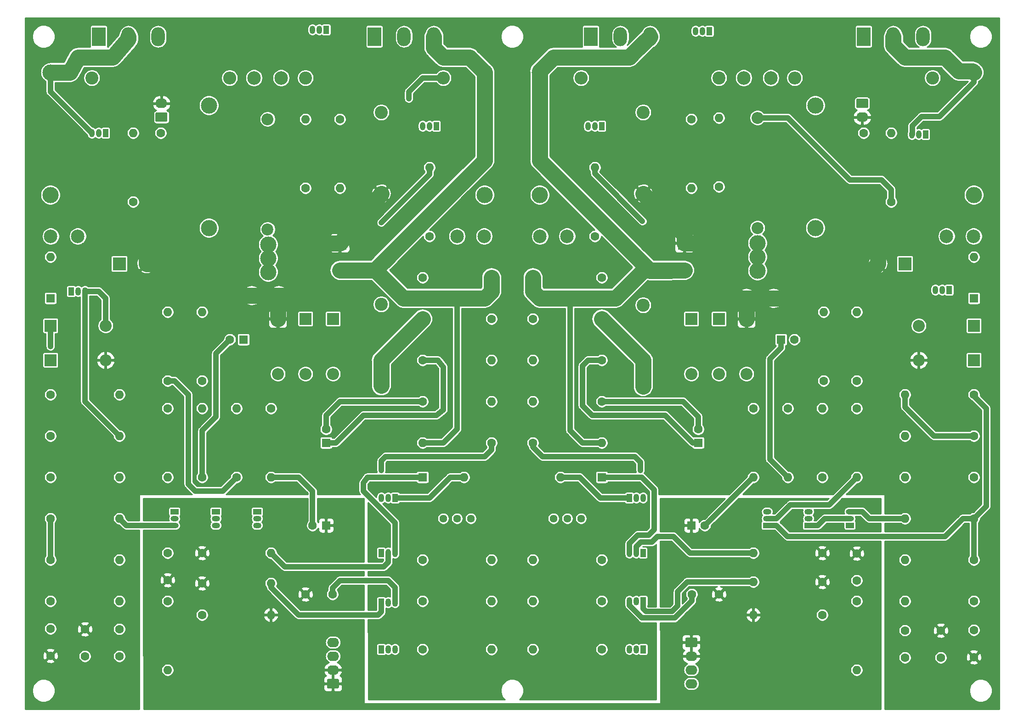
<source format=gbr>
G04 #@! TF.GenerationSoftware,KiCad,Pcbnew,5.1.5-1.fc31*
G04 #@! TF.CreationDate,2020-04-24T19:34:05+01:00*
G04 #@! TF.ProjectId,AR_A60_PA_25502_Issue8_v8.0_Stereo,41525f41-3630-45f5-9041-5f3235353032,rev?*
G04 #@! TF.SameCoordinates,Original*
G04 #@! TF.FileFunction,Copper,L2,Bot*
G04 #@! TF.FilePolarity,Positive*
%FSLAX46Y46*%
G04 Gerber Fmt 4.6, Leading zero omitted, Abs format (unit mm)*
G04 Created by KiCad (PCBNEW 5.1.5-1.fc31) date 2020-04-24 19:34:05*
%MOMM*%
%LPD*%
G04 APERTURE LIST*
%ADD10O,1.000000X1.500000*%
%ADD11R,1.000000X1.500000*%
%ADD12C,1.440000*%
%ADD13C,3.000000*%
%ADD14O,1.050000X1.500000*%
%ADD15R,1.050000X1.500000*%
%ADD16O,1.500000X1.000000*%
%ADD17R,1.500000X1.000000*%
%ADD18C,1.600000*%
%ADD19R,1.600000X1.600000*%
%ADD20C,2.400000*%
%ADD21R,2.400000X2.400000*%
%ADD22O,1.600000X1.600000*%
%ADD23R,2.200000X2.200000*%
%ADD24O,2.200000X2.200000*%
%ADD25C,2.200000*%
%ADD26O,2.500000X3.500000*%
%ADD27R,2.500000X3.500000*%
%ADD28R,1.500000X1.050000*%
%ADD29O,1.500000X1.050000*%
%ADD30O,2.400000X2.400000*%
%ADD31C,2.500000*%
%ADD32C,0.100000*%
%ADD33O,2.200000X1.740000*%
%ADD34C,0.800000*%
%ADD35C,1.000000*%
%ADD36C,3.000000*%
%ADD37C,0.254000*%
G04 APERTURE END LIST*
D10*
X173990000Y-120650000D03*
X172720000Y-120650000D03*
D11*
X175260000Y-120650000D03*
D12*
X158750000Y-114300000D03*
X161290000Y-114300000D03*
X163830000Y-114300000D03*
D13*
X106172000Y-68834000D03*
X106172000Y-66294000D03*
X106172000Y-63754000D03*
X95250000Y-60700000D03*
X95250000Y-38100000D03*
D11*
X137160000Y-41910000D03*
D10*
X134620000Y-41910000D03*
X135890000Y-41910000D03*
D11*
X76200000Y-43180000D03*
D10*
X73660000Y-43180000D03*
X74930000Y-43180000D03*
D14*
X71120000Y-72390000D03*
X72390000Y-72390000D03*
D15*
X69850000Y-72390000D03*
D16*
X88900000Y-114300000D03*
X88900000Y-115570000D03*
D17*
X88900000Y-113030000D03*
D11*
X127000000Y-120650000D03*
D10*
X129540000Y-120650000D03*
X128270000Y-120650000D03*
D18*
X87630000Y-125650000D03*
X87630000Y-120650000D03*
X114340000Y-115570000D03*
D19*
X116840000Y-115570000D03*
D18*
X72390000Y-139700000D03*
X72390000Y-134700000D03*
D19*
X101600000Y-81280000D03*
D18*
X99100000Y-81280000D03*
D19*
X116840000Y-100330000D03*
D18*
X116840000Y-97830000D03*
D20*
X127000000Y-74777600D03*
X127000000Y-89777600D03*
X127000000Y-54370000D03*
X127000000Y-39370000D03*
X83740000Y-67310000D03*
D21*
X78740000Y-67310000D03*
X119380000Y-63500000D03*
D20*
X119380000Y-68500000D03*
D18*
X78740000Y-134700000D03*
X78740000Y-139700000D03*
X66040000Y-134620000D03*
X66040000Y-139620000D03*
D22*
X66040000Y-66040000D03*
D19*
X66040000Y-73660000D03*
X134620000Y-106680000D03*
D22*
X142240000Y-106680000D03*
D23*
X118110000Y-77470000D03*
D24*
X118110000Y-87630000D03*
D23*
X66040000Y-78740000D03*
D24*
X76200000Y-78740000D03*
X113030000Y-87630000D03*
D23*
X113030000Y-77470000D03*
D24*
X76200000Y-85090000D03*
D23*
X66040000Y-85090000D03*
X107950000Y-77470000D03*
D24*
X107950000Y-87630000D03*
D25*
X106045000Y-60960000D03*
D24*
X106045000Y-40640000D03*
D26*
X136680000Y-25400000D03*
X131205000Y-25400000D03*
D27*
X125730000Y-25400000D03*
D28*
X96520000Y-113030000D03*
D29*
X96520000Y-115570000D03*
X96520000Y-114300000D03*
D28*
X104140000Y-113030000D03*
D29*
X104140000Y-115570000D03*
X104140000Y-114300000D03*
D14*
X128270000Y-138430000D03*
X129540000Y-138430000D03*
D15*
X127000000Y-138430000D03*
X127000000Y-129794000D03*
D14*
X129540000Y-129794000D03*
X128270000Y-129794000D03*
X115570000Y-24130000D03*
X114300000Y-24130000D03*
D15*
X116840000Y-24130000D03*
D14*
X128270000Y-110490000D03*
X127000000Y-110490000D03*
D15*
X129540000Y-110490000D03*
D27*
X74930000Y-25400000D03*
D26*
X80405000Y-25400000D03*
X85880000Y-25400000D03*
D22*
X87630000Y-106680000D03*
D18*
X87630000Y-93980000D03*
D22*
X87630000Y-142240000D03*
D18*
X87630000Y-129540000D03*
X93980000Y-132080000D03*
D22*
X106680000Y-132080000D03*
D18*
X134620000Y-138430000D03*
D22*
X147320000Y-138430000D03*
D18*
X66040000Y-129540000D03*
D22*
X78740000Y-129540000D03*
X106680000Y-126238000D03*
D18*
X93980000Y-126238000D03*
X93980000Y-120650000D03*
D22*
X106680000Y-120650000D03*
X106680000Y-106680000D03*
D18*
X106680000Y-93980000D03*
X93980000Y-106680000D03*
D22*
X93980000Y-93980000D03*
X147320000Y-129540000D03*
D18*
X134620000Y-129540000D03*
X134620000Y-121920000D03*
D22*
X147320000Y-121920000D03*
X78740000Y-106680000D03*
D18*
X66040000Y-106680000D03*
D22*
X78740000Y-114300000D03*
D18*
X66040000Y-114300000D03*
X134620000Y-85090000D03*
D22*
X147320000Y-85090000D03*
D18*
X147320000Y-77470000D03*
D22*
X134620000Y-77470000D03*
X147320000Y-92710000D03*
D18*
X134620000Y-92710000D03*
X66040000Y-99060000D03*
D22*
X78740000Y-99060000D03*
X100330000Y-93980000D03*
D18*
X100330000Y-106680000D03*
X87630000Y-88900000D03*
D22*
X87630000Y-76200000D03*
D18*
X134620000Y-69850000D03*
D22*
X147320000Y-69850000D03*
X135890000Y-49530000D03*
D18*
X135890000Y-62230000D03*
D30*
X99060000Y-33020000D03*
D20*
X73660000Y-33020000D03*
D18*
X93980000Y-88900000D03*
D22*
X93980000Y-76200000D03*
X119380000Y-53340000D03*
D18*
X119380000Y-40640000D03*
D22*
X113030000Y-40640000D03*
D18*
X113030000Y-53340000D03*
D22*
X81280000Y-43180000D03*
D18*
X81280000Y-55880000D03*
X86360000Y-43180000D03*
D22*
X86360000Y-55880000D03*
D18*
X66040000Y-121920000D03*
D22*
X78740000Y-121920000D03*
D12*
X143510000Y-114300000D03*
X140970000Y-114300000D03*
X138430000Y-114300000D03*
D18*
X113030000Y-128270000D03*
X118030000Y-128270000D03*
X66040000Y-91440000D03*
D22*
X78740000Y-91440000D03*
D18*
X147320000Y-100330000D03*
D22*
X134620000Y-100330000D03*
D20*
X113030000Y-33020000D03*
D30*
X138430000Y-33020000D03*
D31*
X108545000Y-33020000D03*
X103545000Y-33020000D03*
X145970000Y-62230000D03*
X140970000Y-62230000D03*
X108164000Y-73152000D03*
X103164000Y-73152000D03*
G04 #@! TA.AperFunction,ComponentPad*
D32*
G36*
X118984505Y-143911204D02*
G01*
X119008773Y-143914804D01*
X119032572Y-143920765D01*
X119055671Y-143929030D01*
X119077850Y-143939520D01*
X119098893Y-143952132D01*
X119118599Y-143966747D01*
X119136777Y-143983223D01*
X119153253Y-144001401D01*
X119167868Y-144021107D01*
X119180480Y-144042150D01*
X119190970Y-144064329D01*
X119199235Y-144087428D01*
X119205196Y-144111227D01*
X119208796Y-144135495D01*
X119210000Y-144159999D01*
X119210000Y-145400001D01*
X119208796Y-145424505D01*
X119205196Y-145448773D01*
X119199235Y-145472572D01*
X119190970Y-145495671D01*
X119180480Y-145517850D01*
X119167868Y-145538893D01*
X119153253Y-145558599D01*
X119136777Y-145576777D01*
X119118599Y-145593253D01*
X119098893Y-145607868D01*
X119077850Y-145620480D01*
X119055671Y-145630970D01*
X119032572Y-145639235D01*
X119008773Y-145645196D01*
X118984505Y-145648796D01*
X118960001Y-145650000D01*
X117259999Y-145650000D01*
X117235495Y-145648796D01*
X117211227Y-145645196D01*
X117187428Y-145639235D01*
X117164329Y-145630970D01*
X117142150Y-145620480D01*
X117121107Y-145607868D01*
X117101401Y-145593253D01*
X117083223Y-145576777D01*
X117066747Y-145558599D01*
X117052132Y-145538893D01*
X117039520Y-145517850D01*
X117029030Y-145495671D01*
X117020765Y-145472572D01*
X117014804Y-145448773D01*
X117011204Y-145424505D01*
X117010000Y-145400001D01*
X117010000Y-144159999D01*
X117011204Y-144135495D01*
X117014804Y-144111227D01*
X117020765Y-144087428D01*
X117029030Y-144064329D01*
X117039520Y-144042150D01*
X117052132Y-144021107D01*
X117066747Y-144001401D01*
X117083223Y-143983223D01*
X117101401Y-143966747D01*
X117121107Y-143952132D01*
X117142150Y-143939520D01*
X117164329Y-143929030D01*
X117187428Y-143920765D01*
X117211227Y-143914804D01*
X117235495Y-143911204D01*
X117259999Y-143910000D01*
X118960001Y-143910000D01*
X118984505Y-143911204D01*
G37*
G04 #@! TD.AperFunction*
D33*
X118110000Y-142240000D03*
X118110000Y-139700000D03*
X118110000Y-137160000D03*
D18*
X214630000Y-125730000D03*
X214630000Y-120730000D03*
D19*
X184150000Y-115570000D03*
D18*
X186650000Y-115570000D03*
X230124000Y-134954000D03*
X230124000Y-139954000D03*
D19*
X200660000Y-81280000D03*
D18*
X203160000Y-81280000D03*
X185420000Y-97830000D03*
D19*
X185420000Y-100330000D03*
D20*
X175260000Y-74930000D03*
X175260000Y-89930000D03*
X175260000Y-54370000D03*
X175260000Y-39370000D03*
D21*
X223520000Y-67310000D03*
D20*
X218520000Y-67310000D03*
X182880000Y-68500000D03*
D21*
X182880000Y-63500000D03*
D18*
X189230000Y-128270000D03*
X184230000Y-128270000D03*
X223520000Y-134954000D03*
X223520000Y-139954000D03*
X236220000Y-134874000D03*
X236220000Y-139874000D03*
D22*
X236220000Y-66040000D03*
D19*
X236220000Y-73660000D03*
X167640000Y-106680000D03*
D22*
X160020000Y-106680000D03*
D23*
X184150000Y-77470000D03*
D24*
X184150000Y-87630000D03*
X226060000Y-78740000D03*
D23*
X236220000Y-78740000D03*
X189230000Y-77470000D03*
D24*
X189230000Y-87630000D03*
X226060000Y-85090000D03*
D23*
X236220000Y-85090000D03*
X194310000Y-77470000D03*
D24*
X194310000Y-87630000D03*
D13*
X207010000Y-38106000D03*
X207010000Y-60706000D03*
G04 #@! TA.AperFunction,ComponentPad*
D32*
G36*
X185024505Y-136291204D02*
G01*
X185048773Y-136294804D01*
X185072572Y-136300765D01*
X185095671Y-136309030D01*
X185117850Y-136319520D01*
X185138893Y-136332132D01*
X185158599Y-136346747D01*
X185176777Y-136363223D01*
X185193253Y-136381401D01*
X185207868Y-136401107D01*
X185220480Y-136422150D01*
X185230970Y-136444329D01*
X185239235Y-136467428D01*
X185245196Y-136491227D01*
X185248796Y-136515495D01*
X185250000Y-136539999D01*
X185250000Y-137780001D01*
X185248796Y-137804505D01*
X185245196Y-137828773D01*
X185239235Y-137852572D01*
X185230970Y-137875671D01*
X185220480Y-137897850D01*
X185207868Y-137918893D01*
X185193253Y-137938599D01*
X185176777Y-137956777D01*
X185158599Y-137973253D01*
X185138893Y-137987868D01*
X185117850Y-138000480D01*
X185095671Y-138010970D01*
X185072572Y-138019235D01*
X185048773Y-138025196D01*
X185024505Y-138028796D01*
X185000001Y-138030000D01*
X183299999Y-138030000D01*
X183275495Y-138028796D01*
X183251227Y-138025196D01*
X183227428Y-138019235D01*
X183204329Y-138010970D01*
X183182150Y-138000480D01*
X183161107Y-137987868D01*
X183141401Y-137973253D01*
X183123223Y-137956777D01*
X183106747Y-137938599D01*
X183092132Y-137918893D01*
X183079520Y-137897850D01*
X183069030Y-137875671D01*
X183060765Y-137852572D01*
X183054804Y-137828773D01*
X183051204Y-137804505D01*
X183050000Y-137780001D01*
X183050000Y-136539999D01*
X183051204Y-136515495D01*
X183054804Y-136491227D01*
X183060765Y-136467428D01*
X183069030Y-136444329D01*
X183079520Y-136422150D01*
X183092132Y-136401107D01*
X183106747Y-136381401D01*
X183123223Y-136363223D01*
X183141401Y-136346747D01*
X183161107Y-136332132D01*
X183182150Y-136319520D01*
X183204329Y-136309030D01*
X183227428Y-136300765D01*
X183251227Y-136294804D01*
X183275495Y-136291204D01*
X183299999Y-136290000D01*
X185000001Y-136290000D01*
X185024505Y-136291204D01*
G37*
G04 #@! TD.AperFunction*
D33*
X184150000Y-139700000D03*
X184150000Y-142240000D03*
X184150000Y-144780000D03*
D25*
X196342000Y-60706000D03*
D24*
X196342000Y-40386000D03*
D13*
X196342000Y-63500000D03*
X196342000Y-66040000D03*
X196342000Y-68580000D03*
D29*
X205740000Y-114300000D03*
X205740000Y-113030000D03*
D28*
X205740000Y-115570000D03*
X198120000Y-115570000D03*
D29*
X198120000Y-113030000D03*
X198120000Y-114300000D03*
D15*
X175260000Y-138430000D03*
D14*
X172720000Y-138430000D03*
X173990000Y-138430000D03*
X173990000Y-129540000D03*
X172720000Y-129540000D03*
D15*
X175260000Y-129540000D03*
D16*
X213360000Y-114300000D03*
X213360000Y-113030000D03*
D17*
X213360000Y-115570000D03*
D15*
X187452000Y-24384000D03*
D14*
X184912000Y-24384000D03*
X186182000Y-24384000D03*
X173990000Y-110490000D03*
X175260000Y-110490000D03*
D15*
X172720000Y-110490000D03*
D11*
X227330000Y-43434000D03*
D10*
X224790000Y-43434000D03*
X226060000Y-43434000D03*
D11*
X167640000Y-41910000D03*
D10*
X165100000Y-41910000D03*
X166370000Y-41910000D03*
D26*
X226850000Y-25400000D03*
X221375000Y-25400000D03*
D27*
X215900000Y-25400000D03*
X165608000Y-25400000D03*
D26*
X171083000Y-25400000D03*
X176558000Y-25400000D03*
D22*
X214630000Y-106680000D03*
D18*
X214630000Y-93980000D03*
D22*
X214630000Y-142240000D03*
D18*
X214630000Y-129540000D03*
D22*
X195580000Y-132080000D03*
D18*
X208280000Y-132080000D03*
X167640000Y-138430000D03*
D22*
X154940000Y-138430000D03*
D18*
X236220000Y-129540000D03*
D22*
X223520000Y-129540000D03*
X195580000Y-125984000D03*
D18*
X208280000Y-125984000D03*
X208280000Y-120650000D03*
D22*
X195580000Y-120650000D03*
X195580000Y-106680000D03*
D18*
X195580000Y-93980000D03*
D22*
X208280000Y-93980000D03*
D18*
X208280000Y-106680000D03*
D22*
X154940000Y-129540000D03*
D18*
X167640000Y-129540000D03*
X167640000Y-121920000D03*
D22*
X154940000Y-121920000D03*
X223520000Y-106680000D03*
D18*
X236220000Y-106680000D03*
X236220000Y-114300000D03*
D22*
X223520000Y-114300000D03*
D18*
X154940000Y-100330000D03*
D22*
X167640000Y-100330000D03*
D18*
X167640000Y-85090000D03*
D22*
X154940000Y-85090000D03*
X167640000Y-77470000D03*
D18*
X154940000Y-77470000D03*
D22*
X154940000Y-92710000D03*
D18*
X167640000Y-92710000D03*
X236220000Y-99060000D03*
D22*
X223520000Y-99060000D03*
D18*
X201930000Y-93980000D03*
D22*
X201930000Y-106680000D03*
D18*
X214630000Y-88900000D03*
D22*
X214630000Y-76200000D03*
X223520000Y-91440000D03*
D18*
X236220000Y-91440000D03*
X167640000Y-69850000D03*
D22*
X154940000Y-69850000D03*
D18*
X166370000Y-62230000D03*
D22*
X166370000Y-49530000D03*
D30*
X163830000Y-33020000D03*
D20*
X189230000Y-33020000D03*
X228600000Y-33020000D03*
D30*
X203200000Y-33020000D03*
D22*
X208534000Y-76200000D03*
D18*
X208534000Y-88900000D03*
X184150000Y-40640000D03*
D22*
X184150000Y-53340000D03*
D18*
X189230000Y-53086000D03*
D22*
X189230000Y-40386000D03*
D18*
X220980000Y-55880000D03*
D22*
X220980000Y-43180000D03*
X215900000Y-55880000D03*
D18*
X215900000Y-43180000D03*
D22*
X223520000Y-121920000D03*
D18*
X236220000Y-121920000D03*
D31*
X194310000Y-73660000D03*
X199310000Y-73660000D03*
X198802000Y-33020000D03*
X193802000Y-33020000D03*
D14*
X230378000Y-72136000D03*
X229108000Y-72136000D03*
D15*
X231648000Y-72136000D03*
D13*
X66040000Y-54610000D03*
X66040000Y-32010000D03*
X236220000Y-32010000D03*
X236220000Y-54610000D03*
X146050000Y-54610000D03*
X146050000Y-32010000D03*
X156210000Y-32010000D03*
X156210000Y-54610000D03*
D31*
X66080000Y-62230000D03*
X71080000Y-62230000D03*
X236180000Y-62230000D03*
X231180000Y-62230000D03*
X156250000Y-62230000D03*
X161250000Y-62230000D03*
D33*
X86487000Y-37719000D03*
G04 #@! TA.AperFunction,ComponentPad*
D32*
G36*
X87361505Y-39390204D02*
G01*
X87385773Y-39393804D01*
X87409572Y-39399765D01*
X87432671Y-39408030D01*
X87454850Y-39418520D01*
X87475893Y-39431132D01*
X87495599Y-39445747D01*
X87513777Y-39462223D01*
X87530253Y-39480401D01*
X87544868Y-39500107D01*
X87557480Y-39521150D01*
X87567970Y-39543329D01*
X87576235Y-39566428D01*
X87582196Y-39590227D01*
X87585796Y-39614495D01*
X87587000Y-39638999D01*
X87587000Y-40879001D01*
X87585796Y-40903505D01*
X87582196Y-40927773D01*
X87576235Y-40951572D01*
X87567970Y-40974671D01*
X87557480Y-40996850D01*
X87544868Y-41017893D01*
X87530253Y-41037599D01*
X87513777Y-41055777D01*
X87495599Y-41072253D01*
X87475893Y-41086868D01*
X87454850Y-41099480D01*
X87432671Y-41109970D01*
X87409572Y-41118235D01*
X87385773Y-41124196D01*
X87361505Y-41127796D01*
X87337001Y-41129000D01*
X85636999Y-41129000D01*
X85612495Y-41127796D01*
X85588227Y-41124196D01*
X85564428Y-41118235D01*
X85541329Y-41109970D01*
X85519150Y-41099480D01*
X85498107Y-41086868D01*
X85478401Y-41072253D01*
X85460223Y-41055777D01*
X85443747Y-41037599D01*
X85429132Y-41017893D01*
X85416520Y-40996850D01*
X85406030Y-40974671D01*
X85397765Y-40951572D01*
X85391804Y-40927773D01*
X85388204Y-40903505D01*
X85387000Y-40879001D01*
X85387000Y-39638999D01*
X85388204Y-39614495D01*
X85391804Y-39590227D01*
X85397765Y-39566428D01*
X85406030Y-39543329D01*
X85416520Y-39521150D01*
X85429132Y-39500107D01*
X85443747Y-39480401D01*
X85460223Y-39462223D01*
X85478401Y-39445747D01*
X85498107Y-39431132D01*
X85519150Y-39418520D01*
X85541329Y-39408030D01*
X85564428Y-39399765D01*
X85588227Y-39393804D01*
X85612495Y-39390204D01*
X85636999Y-39389000D01*
X87337001Y-39389000D01*
X87361505Y-39390204D01*
G37*
G04 #@! TD.AperFunction*
G04 #@! TA.AperFunction,ComponentPad*
G36*
X216520505Y-36850204D02*
G01*
X216544773Y-36853804D01*
X216568572Y-36859765D01*
X216591671Y-36868030D01*
X216613850Y-36878520D01*
X216634893Y-36891132D01*
X216654599Y-36905747D01*
X216672777Y-36922223D01*
X216689253Y-36940401D01*
X216703868Y-36960107D01*
X216716480Y-36981150D01*
X216726970Y-37003329D01*
X216735235Y-37026428D01*
X216741196Y-37050227D01*
X216744796Y-37074495D01*
X216746000Y-37098999D01*
X216746000Y-38339001D01*
X216744796Y-38363505D01*
X216741196Y-38387773D01*
X216735235Y-38411572D01*
X216726970Y-38434671D01*
X216716480Y-38456850D01*
X216703868Y-38477893D01*
X216689253Y-38497599D01*
X216672777Y-38515777D01*
X216654599Y-38532253D01*
X216634893Y-38546868D01*
X216613850Y-38559480D01*
X216591671Y-38569970D01*
X216568572Y-38578235D01*
X216544773Y-38584196D01*
X216520505Y-38587796D01*
X216496001Y-38589000D01*
X214795999Y-38589000D01*
X214771495Y-38587796D01*
X214747227Y-38584196D01*
X214723428Y-38578235D01*
X214700329Y-38569970D01*
X214678150Y-38559480D01*
X214657107Y-38546868D01*
X214637401Y-38532253D01*
X214619223Y-38515777D01*
X214602747Y-38497599D01*
X214588132Y-38477893D01*
X214575520Y-38456850D01*
X214565030Y-38434671D01*
X214556765Y-38411572D01*
X214550804Y-38387773D01*
X214547204Y-38363505D01*
X214546000Y-38339001D01*
X214546000Y-37098999D01*
X214547204Y-37074495D01*
X214550804Y-37050227D01*
X214556765Y-37026428D01*
X214565030Y-37003329D01*
X214575520Y-36981150D01*
X214588132Y-36960107D01*
X214602747Y-36940401D01*
X214619223Y-36922223D01*
X214637401Y-36905747D01*
X214657107Y-36891132D01*
X214678150Y-36878520D01*
X214700329Y-36868030D01*
X214723428Y-36859765D01*
X214747227Y-36853804D01*
X214771495Y-36850204D01*
X214795999Y-36849000D01*
X216496001Y-36849000D01*
X216520505Y-36850204D01*
G37*
G04 #@! TD.AperFunction*
D33*
X215646000Y-40259000D03*
D34*
X127000000Y-59690000D03*
X132080000Y-36830000D03*
X123698000Y-109220000D03*
X127000000Y-105410000D03*
X84963000Y-124460000D03*
X84963000Y-119380000D03*
X180213000Y-144907000D03*
X180213000Y-139827000D03*
X180213000Y-134747000D03*
X180213000Y-129667000D03*
X180213000Y-124587000D03*
X180213000Y-119507000D03*
X180213000Y-114427000D03*
X120396000Y-148844000D03*
X100076000Y-148844000D03*
X94996000Y-148844000D03*
X89916000Y-148844000D03*
X105156000Y-148844000D03*
X110236000Y-148844000D03*
X115316000Y-148844000D03*
X84836000Y-148844000D03*
X211836000Y-148844000D03*
X186436000Y-148844000D03*
X196596000Y-148844000D03*
X216916000Y-148844000D03*
X206756000Y-148844000D03*
X191516000Y-148844000D03*
X201676000Y-148844000D03*
X107442000Y-111760000D03*
X121920000Y-144780000D03*
X121920000Y-139700000D03*
X121920000Y-134620000D03*
X121920000Y-129540000D03*
X121920000Y-124460000D03*
X121920000Y-119380000D03*
X121920000Y-114300000D03*
X84963000Y-144780000D03*
X84963000Y-139700000D03*
X84963000Y-134620000D03*
X84963000Y-129540000D03*
X93980000Y-118110000D03*
X104140000Y-118110000D03*
X109220000Y-116840000D03*
X110490000Y-114300000D03*
X101092000Y-114046000D03*
X84963000Y-113538000D03*
X202946000Y-115316000D03*
X180213000Y-111125000D03*
X218084400Y-119735600D03*
X218770200Y-113004600D03*
X125476000Y-148844000D03*
X130556000Y-148844000D03*
X135636000Y-148844000D03*
X140716000Y-148844000D03*
X145796000Y-148844000D03*
X150876000Y-148844000D03*
X155956000Y-148844000D03*
X161036000Y-148844000D03*
X166116000Y-148844000D03*
X171196000Y-148844000D03*
X176276000Y-148844000D03*
X181356000Y-148844000D03*
X221107000Y-113030000D03*
X220980000Y-143764000D03*
X221107000Y-139700000D03*
X221107000Y-134620000D03*
X221107000Y-129540000D03*
X221107000Y-124460000D03*
X221107000Y-119380000D03*
X216027000Y-109474000D03*
X185166000Y-109474000D03*
X180086000Y-109474000D03*
X195326000Y-109474000D03*
X190246000Y-109474000D03*
X210058000Y-109474000D03*
X205486000Y-109474000D03*
X200406000Y-109474000D03*
X221107000Y-109474000D03*
X84074000Y-109220000D03*
X89154000Y-109220000D03*
X115570000Y-109474000D03*
X120650000Y-109474000D03*
X145625200Y-146710400D03*
X240258600Y-148844000D03*
X81508600Y-148844000D03*
X77470000Y-148844000D03*
X67310000Y-148844000D03*
X72390000Y-148844000D03*
X62230000Y-148844000D03*
X161123000Y-146786600D03*
X166163000Y-146786600D03*
X171203000Y-146786600D03*
X176283000Y-146786600D03*
X155963000Y-146786600D03*
X89890600Y-22860000D03*
X92710000Y-22860000D03*
X96240600Y-22860000D03*
X100050600Y-22860000D03*
X103860600Y-22860000D03*
X107670600Y-22860000D03*
X111480600Y-22860000D03*
X151257000Y-139446000D03*
X119380000Y-96520000D03*
X125603000Y-146786600D03*
X119380000Y-105410000D03*
X133350000Y-116840000D03*
X134620000Y-96520000D03*
X133350000Y-46990000D03*
X72390000Y-114300000D03*
X66040000Y-46990000D03*
X76200000Y-59690000D03*
X78740000Y-78740000D03*
X71120000Y-67310000D03*
X64770000Y-102870000D03*
X66040000Y-95250000D03*
X62230000Y-66040000D03*
X62230000Y-106680000D03*
X62230000Y-118110000D03*
X77470000Y-125730000D03*
X121920000Y-24130000D03*
X128270000Y-24130000D03*
X92710000Y-96520000D03*
X151257000Y-135422000D03*
X151257000Y-130382000D03*
X151257000Y-125342000D03*
X151257000Y-120302000D03*
X151257000Y-115262000D03*
X151257000Y-110222000D03*
X151257000Y-105182000D03*
X151257000Y-100142000D03*
X151257000Y-95102000D03*
X151257000Y-90062000D03*
X151257000Y-85022000D03*
X151257000Y-79982000D03*
X151257000Y-74942000D03*
X151257000Y-69902000D03*
X151257000Y-64862000D03*
X151257000Y-59822000D03*
X151257000Y-54782000D03*
X151257000Y-49742000D03*
X151257000Y-44702000D03*
X151257000Y-39662000D03*
X151257000Y-34622000D03*
X151257000Y-29582000D03*
X130643000Y-146786600D03*
X135683000Y-146786600D03*
X140723000Y-146786600D03*
X62230000Y-35560000D03*
X136144000Y-46990000D03*
X133604000Y-65278000D03*
X129032000Y-112776000D03*
X127254000Y-127508000D03*
X127000000Y-116078000D03*
X167894000Y-114300000D03*
X173482000Y-114300000D03*
X186842400Y-105892600D03*
X229743000Y-105943400D03*
X220980000Y-148844000D03*
X226060000Y-148844000D03*
X231140000Y-148844000D03*
X236220000Y-148844000D03*
X105410000Y-109474000D03*
X110490000Y-109474000D03*
X66040000Y-82550000D03*
X175144630Y-59436000D03*
X174752000Y-105410000D03*
X174752000Y-105410000D03*
D35*
X114340000Y-115570000D02*
X114340000Y-109260000D01*
X114340000Y-109260000D02*
X111760000Y-106680000D01*
X111760000Y-106680000D02*
X106680000Y-106680000D01*
X96520000Y-95569998D02*
X96520000Y-83860000D01*
X96520000Y-83860000D02*
X99100000Y-81280000D01*
X93980000Y-106680000D02*
X93980000Y-98109998D01*
X93980000Y-98109998D02*
X96520000Y-95569998D01*
X72390000Y-92710000D02*
X72390000Y-72390000D01*
X78740000Y-99060000D02*
X72390000Y-92710000D01*
X76200000Y-78740000D02*
X76200000Y-73660000D01*
X74930000Y-72390000D02*
X72390000Y-72390000D01*
X76200000Y-73660000D02*
X74930000Y-72390000D01*
X137414000Y-85090000D02*
X134620000Y-85090000D01*
X138430000Y-86360000D02*
X137414000Y-85090000D01*
X118640000Y-100330000D02*
X123720000Y-95250000D01*
X123720000Y-95250000D02*
X137160000Y-95250000D01*
X116840000Y-100330000D02*
X118640000Y-100330000D01*
X137160000Y-95250000D02*
X138430000Y-94234000D01*
X138430000Y-94234000D02*
X138430000Y-86360000D01*
X116840000Y-97830000D02*
X116840000Y-97790000D01*
X134620000Y-92710000D02*
X119380000Y-92710000D01*
X116840000Y-95250000D02*
X116840000Y-97830000D01*
X119380000Y-92710000D02*
X116840000Y-95250000D01*
X127000000Y-59690000D02*
X135890000Y-50800000D01*
X135890000Y-50800000D02*
X135890000Y-49530000D01*
D36*
X127000000Y-85090000D02*
X134620000Y-77470000D01*
X127000000Y-89777600D02*
X127000000Y-85090000D01*
D35*
X132080000Y-36830000D02*
X132080000Y-35560000D01*
X134620000Y-33020000D02*
X138430000Y-33020000D01*
X132080000Y-35560000D02*
X134620000Y-33020000D01*
X124460000Y-106680000D02*
X134620000Y-106680000D01*
X123698000Y-109220000D02*
X123698000Y-107696000D01*
X123698000Y-107696000D02*
X124460000Y-106680000D01*
X129540000Y-115062000D02*
X123698000Y-109220000D01*
X129540000Y-120650000D02*
X129540000Y-115062000D01*
X139700000Y-106680000D02*
X142240000Y-106680000D01*
X129540000Y-110490000D02*
X135890000Y-110490000D01*
X135890000Y-110490000D02*
X139700000Y-106680000D01*
X126464000Y-132080000D02*
X127000000Y-131544000D01*
X106680000Y-127000000D02*
X111760000Y-132080000D01*
X127000000Y-131544000D02*
X127000000Y-129794000D01*
X111760000Y-132080000D02*
X126464000Y-132080000D01*
X106680000Y-126238000D02*
X106680000Y-127000000D01*
X128270000Y-122400000D02*
X127480000Y-123190000D01*
X128270000Y-120650000D02*
X128270000Y-122400000D01*
X109220000Y-123190000D02*
X106680000Y-120650000D01*
X127480000Y-123190000D02*
X109220000Y-123190000D01*
X97790000Y-109220000D02*
X100330000Y-106680000D01*
X88900000Y-88900000D02*
X91440000Y-91440000D01*
X91440000Y-107950000D02*
X92710000Y-109220000D01*
X87630000Y-88900000D02*
X88900000Y-88900000D01*
X91440000Y-91440000D02*
X91440000Y-107950000D01*
X92710000Y-109220000D02*
X97790000Y-109220000D01*
X147320000Y-101600000D02*
X147320000Y-100330000D01*
X146050000Y-102870000D02*
X147320000Y-101600000D01*
X127000000Y-105410000D02*
X127000000Y-103660000D01*
X127790000Y-102870000D02*
X146050000Y-102870000D01*
X127000000Y-103660000D02*
X127790000Y-102870000D01*
D36*
X127000000Y-54370000D02*
X119380000Y-63500000D01*
X83820000Y-60880000D02*
X86360000Y-55880000D01*
X83740000Y-67310000D02*
X83820000Y-60880000D01*
X86360000Y-67310000D02*
X83740000Y-67310000D01*
X103164000Y-73152000D02*
X92202000Y-73152000D01*
X92202000Y-73152000D02*
X86360000Y-67310000D01*
X103164000Y-73152000D02*
X108164000Y-73152000D01*
X107950000Y-73366000D02*
X107950000Y-77470000D01*
X108164000Y-73152000D02*
X107950000Y-73366000D01*
X116586000Y-63500000D02*
X115316000Y-64770000D01*
X119380000Y-63500000D02*
X116586000Y-63500000D01*
X115316000Y-64770000D02*
X115316000Y-68580000D01*
X115316000Y-68580000D02*
X110744000Y-73152000D01*
X110744000Y-73152000D02*
X108164000Y-73152000D01*
X182880000Y-61990000D02*
X175260000Y-54370000D01*
X182880000Y-63500000D02*
X182880000Y-61990000D01*
X182880000Y-63500000D02*
X185674000Y-63500000D01*
X185674000Y-63500000D02*
X187452000Y-65278000D01*
X187452000Y-68032000D02*
X193080000Y-73660000D01*
X187452000Y-65278000D02*
X187452000Y-68032000D01*
X193040000Y-73660000D02*
X198040000Y-73660000D01*
X212170000Y-73660000D02*
X218520000Y-67310000D01*
X198080000Y-73660000D02*
X212170000Y-73660000D01*
X215900000Y-55880000D02*
X218440000Y-58420000D01*
X218440000Y-58420000D02*
X218440000Y-62230000D01*
X218520000Y-67310000D02*
X218440000Y-62230000D01*
X218440000Y-62230000D02*
X218520000Y-61040000D01*
X194310000Y-73660000D02*
X194310000Y-77470000D01*
D35*
X72390000Y-41910000D02*
X73660000Y-43180000D01*
X66040000Y-32010000D02*
X66040000Y-35560000D01*
X66040000Y-82550000D02*
X66040000Y-78740000D01*
D36*
X80405000Y-25900000D02*
X80405000Y-25400000D01*
X77470000Y-29210000D02*
X80405000Y-25900000D01*
X71120000Y-29210000D02*
X77470000Y-29210000D01*
X66040000Y-32010000D02*
X69590000Y-32010000D01*
X69590000Y-32010000D02*
X71120000Y-29210000D01*
D35*
X66040000Y-121920000D02*
X66040000Y-114300000D01*
X66040000Y-35560000D02*
X72390000Y-41910000D01*
X80010000Y-115570000D02*
X78740000Y-114300000D01*
X88900000Y-115570000D02*
X80010000Y-115570000D01*
X174272000Y-117348000D02*
X172720000Y-118900000D01*
X175006000Y-106680000D02*
X177292000Y-108966000D01*
X172720000Y-118900000D02*
X172720000Y-120650000D01*
X167640000Y-106680000D02*
X175006000Y-106680000D01*
X177292000Y-108966000D02*
X177292000Y-116332000D01*
X177292000Y-116332000D02*
X176276000Y-117348000D01*
X176276000Y-117348000D02*
X174272000Y-117348000D01*
X196342000Y-40386000D02*
X201930000Y-40386000D01*
X201930000Y-40386000D02*
X213360000Y-51816000D01*
X213360000Y-51816000D02*
X219202000Y-51816000D01*
X220980000Y-53594000D02*
X220980000Y-55880000D01*
X219202000Y-51816000D02*
X220980000Y-53594000D01*
X195540000Y-106680000D02*
X195580000Y-106680000D01*
X186650000Y-115570000D02*
X195540000Y-106680000D01*
X201930000Y-106680000D02*
X198628000Y-103378000D01*
X200660000Y-82804000D02*
X200660000Y-81280000D01*
X198628000Y-84836000D02*
X200660000Y-82804000D01*
X198628000Y-103378000D02*
X198628000Y-84836000D01*
X165100000Y-85090000D02*
X167640000Y-85090000D01*
X184404000Y-100330000D02*
X179324000Y-95250000D01*
X185420000Y-100330000D02*
X184404000Y-100330000D01*
X164084000Y-93472000D02*
X164084000Y-86106000D01*
X165862000Y-95250000D02*
X164084000Y-93472000D01*
X164084000Y-86106000D02*
X165100000Y-85090000D01*
X179324000Y-95250000D02*
X165862000Y-95250000D01*
X185420000Y-95504000D02*
X185420000Y-96012000D01*
X167640000Y-92710000D02*
X182626000Y-92710000D01*
X185420000Y-96012000D02*
X185420000Y-97830000D01*
X182626000Y-92710000D02*
X185420000Y-95504000D01*
X166370000Y-50661370D02*
X175144630Y-59436000D01*
X166370000Y-49530000D02*
X166370000Y-50661370D01*
D36*
X175260000Y-89930000D02*
X175260000Y-85090000D01*
X175260000Y-85090000D02*
X167640000Y-77470000D01*
X230880000Y-29210000D02*
X233420000Y-31750000D01*
X233420000Y-31750000D02*
X235960000Y-31750000D01*
X223520000Y-29210000D02*
X230880000Y-29210000D01*
X221375000Y-25400000D02*
X221375000Y-27065000D01*
X221375000Y-27065000D02*
X223520000Y-29210000D01*
X235960000Y-31750000D02*
X236220000Y-32010000D01*
D35*
X236220000Y-121920000D02*
X236220000Y-114300000D01*
X230886000Y-117602000D02*
X234188000Y-114300000D01*
X201902000Y-117602000D02*
X230886000Y-117602000D01*
X234188000Y-114300000D02*
X236220000Y-114300000D01*
X198120000Y-115570000D02*
X199870000Y-115570000D01*
X199870000Y-115570000D02*
X201902000Y-117602000D01*
X238506000Y-93980000D02*
X236220000Y-91694000D01*
X236220000Y-114300000D02*
X238506000Y-112014000D01*
X236220000Y-91694000D02*
X236220000Y-91440000D01*
X238506000Y-112014000D02*
X238506000Y-93980000D01*
X224859990Y-43434000D02*
X224790000Y-43434000D01*
X236220000Y-33782000D02*
X229870000Y-40132000D01*
X236220000Y-32010000D02*
X236220000Y-33782000D01*
X229870000Y-40132000D02*
X226568000Y-40132000D01*
X226568000Y-40132000D02*
X224859990Y-41840010D01*
X224859990Y-41840010D02*
X224859990Y-43434000D01*
D36*
X173538000Y-28420000D02*
X176558000Y-25400000D01*
X173510000Y-28420000D02*
X173538000Y-28420000D01*
X172720000Y-29210000D02*
X173510000Y-28420000D01*
X158756000Y-29210000D02*
X172720000Y-29210000D01*
X156210000Y-31756000D02*
X158756000Y-29210000D01*
X154940000Y-72390000D02*
X154940000Y-69850000D01*
X156210000Y-73660000D02*
X154940000Y-72390000D01*
X182880000Y-68500000D02*
X175340000Y-68500000D01*
X175340000Y-68500000D02*
X170180000Y-73660000D01*
X156210000Y-48260000D02*
X156210000Y-31756000D01*
X180340000Y-68580000D02*
X176530000Y-68580000D01*
X176530000Y-68580000D02*
X156210000Y-48260000D01*
X170180000Y-73660000D02*
X162306000Y-73660000D01*
X162306000Y-73660000D02*
X156210000Y-73660000D01*
D35*
X161798000Y-73660000D02*
X162306000Y-73660000D01*
X161798000Y-98044000D02*
X161798000Y-73660000D01*
X167640000Y-100330000D02*
X164084000Y-100330000D01*
X164084000Y-100330000D02*
X161798000Y-98044000D01*
X184230000Y-129401370D02*
X184230000Y-128270000D01*
X172720000Y-130302000D02*
X175063011Y-132645011D01*
X172720000Y-129540000D02*
X172720000Y-130302000D01*
X175063011Y-132645011D02*
X181091060Y-132645011D01*
X181091060Y-132645011D02*
X184230000Y-129506071D01*
X184230000Y-129506071D02*
X184230000Y-129401370D01*
X211610000Y-114300000D02*
X213360000Y-114300000D01*
X208760000Y-114300000D02*
X211610000Y-114300000D01*
X207490000Y-115570000D02*
X208760000Y-114300000D01*
X205740000Y-115570000D02*
X207490000Y-115570000D01*
X163576000Y-106680000D02*
X160020000Y-106680000D01*
X172720000Y-110490000D02*
X167386000Y-110490000D01*
X167386000Y-110490000D02*
X163576000Y-106680000D01*
X209550000Y-111760000D02*
X214630000Y-106680000D01*
X202410000Y-111760000D02*
X209550000Y-111760000D01*
X198120000Y-114300000D02*
X199870000Y-114300000D01*
X199870000Y-114300000D02*
X202410000Y-111760000D01*
X194448630Y-125984000D02*
X195580000Y-125984000D01*
X183388000Y-125984000D02*
X194448630Y-125984000D01*
X175260000Y-130937000D02*
X175768000Y-131445000D01*
X180594000Y-131445000D02*
X181610000Y-130429000D01*
X181610000Y-130429000D02*
X181610000Y-127762000D01*
X175260000Y-129540000D02*
X175260000Y-130937000D01*
X181610000Y-127762000D02*
X183388000Y-125984000D01*
X175768000Y-131445000D02*
X180594000Y-131445000D01*
X216916000Y-114300000D02*
X223520000Y-114300000D01*
X213360000Y-113030000D02*
X215646000Y-113030000D01*
X215646000Y-113030000D02*
X216916000Y-114300000D01*
X173990000Y-119507000D02*
X173990000Y-120650000D01*
X183896000Y-120650000D02*
X180848000Y-117602000D01*
X195580000Y-120650000D02*
X183896000Y-120650000D01*
X174879000Y-118618000D02*
X173990000Y-119507000D01*
X180848000Y-117602000D02*
X177927000Y-117602000D01*
X176911000Y-118618000D02*
X174879000Y-118618000D01*
X177927000Y-117602000D02*
X176911000Y-118618000D01*
X223520000Y-91440000D02*
X223520000Y-93726000D01*
X223520000Y-93726000D02*
X228854000Y-99060000D01*
X228854000Y-99060000D02*
X236220000Y-99060000D01*
X174752000Y-103886000D02*
X174752000Y-105410000D01*
X154940000Y-100330000D02*
X154940000Y-101092000D01*
X173736000Y-102870000D02*
X174752000Y-103886000D01*
X156718000Y-102870000D02*
X173736000Y-102870000D01*
X154940000Y-101092000D02*
X156718000Y-102870000D01*
D36*
X119380000Y-68500000D02*
X125919998Y-68500000D01*
X147320000Y-69850000D02*
X147320000Y-72390000D01*
X147320000Y-72390000D02*
X146050000Y-73660000D01*
X131079998Y-73660000D02*
X125919998Y-68500000D01*
D35*
X118030000Y-128270000D02*
X118030000Y-127080000D01*
X118030000Y-127080000D02*
X119380000Y-125730000D01*
X119380000Y-125730000D02*
X128270000Y-125730000D01*
X129540000Y-127000000D02*
X129540000Y-129794000D01*
X128270000Y-125730000D02*
X129540000Y-127000000D01*
D36*
X146050000Y-73660000D02*
X131079998Y-73660000D01*
D35*
X138430000Y-100330000D02*
X134620000Y-100330000D01*
X140970000Y-97790000D02*
X138430000Y-100330000D01*
X146050000Y-73660000D02*
X140970000Y-73660000D01*
X140970000Y-73660000D02*
X140970000Y-97790000D01*
D36*
X136680000Y-25400000D02*
X136680000Y-27460000D01*
X136680000Y-27460000D02*
X138430000Y-29210000D01*
X143250000Y-29210000D02*
X146050000Y-32010000D01*
X138430000Y-29210000D02*
X143250000Y-29210000D01*
X146050000Y-32010000D02*
X146050000Y-48260000D01*
X125919998Y-68500000D02*
X127000000Y-67310000D01*
X146050000Y-48260000D02*
X127000000Y-67310000D01*
X127000000Y-67310000D02*
X128379998Y-66040000D01*
D37*
G36*
X113459000Y-114780815D02*
G01*
X113422658Y-114817157D01*
X113293412Y-115010587D01*
X113204386Y-115225515D01*
X113159000Y-115453682D01*
X113159000Y-115686318D01*
X113204386Y-115914485D01*
X113293412Y-116129413D01*
X113422658Y-116322843D01*
X113587157Y-116487342D01*
X113780587Y-116616588D01*
X113995515Y-116705614D01*
X114223682Y-116751000D01*
X114456318Y-116751000D01*
X114684485Y-116705614D01*
X114899413Y-116616588D01*
X115092843Y-116487342D01*
X115257342Y-116322843D01*
X115386588Y-116129413D01*
X115403611Y-116088317D01*
X115401928Y-116370000D01*
X115414188Y-116494482D01*
X115450498Y-116614180D01*
X115509463Y-116724494D01*
X115588815Y-116821185D01*
X115685506Y-116900537D01*
X115795820Y-116959502D01*
X115915518Y-116995812D01*
X116040000Y-117008072D01*
X116554250Y-117005000D01*
X116713000Y-116846250D01*
X116713000Y-115697000D01*
X116967000Y-115697000D01*
X116967000Y-116846250D01*
X117125750Y-117005000D01*
X117640000Y-117008072D01*
X117764482Y-116995812D01*
X117884180Y-116959502D01*
X117994494Y-116900537D01*
X118091185Y-116821185D01*
X118170537Y-116724494D01*
X118229502Y-116614180D01*
X118265812Y-116494482D01*
X118278072Y-116370000D01*
X118275000Y-115855750D01*
X118116250Y-115697000D01*
X116967000Y-115697000D01*
X116713000Y-115697000D01*
X116693000Y-115697000D01*
X116693000Y-115443000D01*
X116713000Y-115443000D01*
X116713000Y-114293750D01*
X116967000Y-114293750D01*
X116967000Y-115443000D01*
X118116250Y-115443000D01*
X118275000Y-115284250D01*
X118278072Y-114770000D01*
X118265812Y-114645518D01*
X118229502Y-114525820D01*
X118170537Y-114415506D01*
X118091185Y-114318815D01*
X117994494Y-114239463D01*
X117884180Y-114180498D01*
X117764482Y-114144188D01*
X117640000Y-114131928D01*
X117125750Y-114135000D01*
X116967000Y-114293750D01*
X116713000Y-114293750D01*
X116554250Y-114135000D01*
X116040000Y-114131928D01*
X115915518Y-114144188D01*
X115795820Y-114180498D01*
X115685506Y-114239463D01*
X115588815Y-114318815D01*
X115509463Y-114415506D01*
X115450498Y-114525820D01*
X115414188Y-114645518D01*
X115401928Y-114770000D01*
X115403611Y-115051683D01*
X115386588Y-115010587D01*
X115257342Y-114817157D01*
X115221000Y-114780815D01*
X115221000Y-110591600D01*
X123799515Y-110591600D01*
X123791656Y-122309000D01*
X109584922Y-122309000D01*
X107861000Y-120585079D01*
X107861000Y-120533682D01*
X107815614Y-120305515D01*
X107726588Y-120090587D01*
X107597342Y-119897157D01*
X107432843Y-119732658D01*
X107239413Y-119603412D01*
X107024485Y-119514386D01*
X106796318Y-119469000D01*
X106563682Y-119469000D01*
X106335515Y-119514386D01*
X106120587Y-119603412D01*
X105927157Y-119732658D01*
X105762658Y-119897157D01*
X105633412Y-120090587D01*
X105544386Y-120305515D01*
X105499000Y-120533682D01*
X105499000Y-120766318D01*
X105544386Y-120994485D01*
X105633412Y-121209413D01*
X105762658Y-121402843D01*
X105927157Y-121567342D01*
X106120587Y-121696588D01*
X106335515Y-121785614D01*
X106563682Y-121831000D01*
X106615079Y-121831000D01*
X108566439Y-123782361D01*
X108594025Y-123815975D01*
X108627637Y-123843559D01*
X108728174Y-123926068D01*
X108809981Y-123969794D01*
X108881225Y-124007875D01*
X109047294Y-124058252D01*
X109176727Y-124071000D01*
X109176729Y-124071000D01*
X109219999Y-124075262D01*
X109263269Y-124071000D01*
X123790474Y-124071000D01*
X123789953Y-124849000D01*
X119423269Y-124849000D01*
X119379999Y-124844738D01*
X119336729Y-124849000D01*
X119336727Y-124849000D01*
X119207294Y-124861748D01*
X119041225Y-124912125D01*
X118969981Y-124950206D01*
X118888174Y-124993932D01*
X118839707Y-125033708D01*
X118754025Y-125104025D01*
X118726439Y-125137639D01*
X117437640Y-126426439D01*
X117404026Y-126454025D01*
X117376441Y-126487638D01*
X117293932Y-126588175D01*
X117212125Y-126741226D01*
X117161749Y-126907295D01*
X117144738Y-127080000D01*
X117149001Y-127123280D01*
X117149001Y-127480814D01*
X117112658Y-127517157D01*
X116983412Y-127710587D01*
X116894386Y-127925515D01*
X116849000Y-128153682D01*
X116849000Y-128386318D01*
X116894386Y-128614485D01*
X116983412Y-128829413D01*
X117112658Y-129022843D01*
X117277157Y-129187342D01*
X117470587Y-129316588D01*
X117685515Y-129405614D01*
X117913682Y-129451000D01*
X118146318Y-129451000D01*
X118374485Y-129405614D01*
X118589413Y-129316588D01*
X118782843Y-129187342D01*
X118947342Y-129022843D01*
X119076588Y-128829413D01*
X119165614Y-128614485D01*
X119211000Y-128386318D01*
X119211000Y-128153682D01*
X119165614Y-127925515D01*
X119076588Y-127710587D01*
X118947342Y-127517157D01*
X118911000Y-127480815D01*
X118911000Y-127444921D01*
X119744922Y-126611000D01*
X123788771Y-126611000D01*
X123785694Y-131199000D01*
X112124922Y-131199000D01*
X110188624Y-129262702D01*
X112216903Y-129262702D01*
X112288486Y-129506671D01*
X112543996Y-129627571D01*
X112818184Y-129696300D01*
X113100512Y-129710217D01*
X113380130Y-129668787D01*
X113646292Y-129573603D01*
X113771514Y-129506671D01*
X113843097Y-129262702D01*
X113030000Y-128449605D01*
X112216903Y-129262702D01*
X110188624Y-129262702D01*
X109266434Y-128340512D01*
X111589783Y-128340512D01*
X111631213Y-128620130D01*
X111726397Y-128886292D01*
X111793329Y-129011514D01*
X112037298Y-129083097D01*
X112850395Y-128270000D01*
X113209605Y-128270000D01*
X114022702Y-129083097D01*
X114266671Y-129011514D01*
X114387571Y-128756004D01*
X114456300Y-128481816D01*
X114470217Y-128199488D01*
X114428787Y-127919870D01*
X114333603Y-127653708D01*
X114266671Y-127528486D01*
X114022702Y-127456903D01*
X113209605Y-128270000D01*
X112850395Y-128270000D01*
X112037298Y-127456903D01*
X111793329Y-127528486D01*
X111672429Y-127783996D01*
X111603700Y-128058184D01*
X111589783Y-128340512D01*
X109266434Y-128340512D01*
X108203220Y-127277298D01*
X112216903Y-127277298D01*
X113030000Y-128090395D01*
X113843097Y-127277298D01*
X113771514Y-127033329D01*
X113516004Y-126912429D01*
X113241816Y-126843700D01*
X112959488Y-126829783D01*
X112679870Y-126871213D01*
X112413708Y-126966397D01*
X112288486Y-127033329D01*
X112216903Y-127277298D01*
X108203220Y-127277298D01*
X107725285Y-126799364D01*
X107726588Y-126797413D01*
X107815614Y-126582485D01*
X107861000Y-126354318D01*
X107861000Y-126121682D01*
X107815614Y-125893515D01*
X107726588Y-125678587D01*
X107597342Y-125485157D01*
X107432843Y-125320658D01*
X107239413Y-125191412D01*
X107024485Y-125102386D01*
X106796318Y-125057000D01*
X106563682Y-125057000D01*
X106335515Y-125102386D01*
X106120587Y-125191412D01*
X105927157Y-125320658D01*
X105762658Y-125485157D01*
X105633412Y-125678587D01*
X105544386Y-125893515D01*
X105499000Y-126121682D01*
X105499000Y-126354318D01*
X105544386Y-126582485D01*
X105633412Y-126797413D01*
X105762658Y-126990843D01*
X105797243Y-127025428D01*
X105799000Y-127043270D01*
X105799000Y-127043273D01*
X105811748Y-127172706D01*
X105841316Y-127270175D01*
X105862125Y-127338774D01*
X105943932Y-127491825D01*
X105984784Y-127541603D01*
X106054026Y-127625975D01*
X106087638Y-127653559D01*
X111106439Y-132672361D01*
X111134025Y-132705975D01*
X111167637Y-132733559D01*
X111268174Y-132816068D01*
X111421225Y-132897875D01*
X111587294Y-132948252D01*
X111716727Y-132961000D01*
X111716730Y-132961000D01*
X111760000Y-132965262D01*
X111803270Y-132961000D01*
X123784512Y-132961000D01*
X123774200Y-148335915D01*
X123776624Y-148360693D01*
X123783835Y-148384522D01*
X123795556Y-148406487D01*
X123811337Y-148425742D01*
X123830572Y-148441549D01*
X123852521Y-148453300D01*
X123876340Y-148460543D01*
X123901200Y-148463000D01*
X178333400Y-148463000D01*
X178358176Y-148460560D01*
X178382001Y-148453333D01*
X178403957Y-148441597D01*
X178423203Y-148425803D01*
X178438997Y-148406557D01*
X178450733Y-148384601D01*
X178457960Y-148360776D01*
X178460400Y-148335915D01*
X178458014Y-144780000D01*
X182662947Y-144780000D01*
X182687101Y-145025239D01*
X182758634Y-145261053D01*
X182874799Y-145478381D01*
X183031129Y-145668871D01*
X183221619Y-145825201D01*
X183438947Y-145941366D01*
X183674761Y-146012899D01*
X183858543Y-146031000D01*
X184441457Y-146031000D01*
X184625239Y-146012899D01*
X184861053Y-145941366D01*
X185078381Y-145825201D01*
X185268871Y-145668871D01*
X185425201Y-145478381D01*
X185541366Y-145261053D01*
X185612899Y-145025239D01*
X185637053Y-144780000D01*
X185612899Y-144534761D01*
X185541366Y-144298947D01*
X185425201Y-144081619D01*
X185268871Y-143891129D01*
X185078381Y-143734799D01*
X184861053Y-143618634D01*
X184625239Y-143547101D01*
X184441457Y-143529000D01*
X183858543Y-143529000D01*
X183674761Y-143547101D01*
X183438947Y-143618634D01*
X183221619Y-143734799D01*
X183031129Y-143891129D01*
X182874799Y-144081619D01*
X182758634Y-144298947D01*
X182687101Y-144534761D01*
X182662947Y-144780000D01*
X178458014Y-144780000D01*
X178454846Y-140060031D01*
X182458698Y-140060031D01*
X182476412Y-140152502D01*
X182592429Y-140425437D01*
X182759464Y-140670494D01*
X182971097Y-140878256D01*
X183219196Y-141040738D01*
X183384829Y-141107561D01*
X183221619Y-141194799D01*
X183031129Y-141351129D01*
X182874799Y-141541619D01*
X182758634Y-141758947D01*
X182687101Y-141994761D01*
X182662947Y-142240000D01*
X182687101Y-142485239D01*
X182758634Y-142721053D01*
X182874799Y-142938381D01*
X183031129Y-143128871D01*
X183221619Y-143285201D01*
X183438947Y-143401366D01*
X183674761Y-143472899D01*
X183858543Y-143491000D01*
X184441457Y-143491000D01*
X184625239Y-143472899D01*
X184861053Y-143401366D01*
X185078381Y-143285201D01*
X185268871Y-143128871D01*
X185425201Y-142938381D01*
X185541366Y-142721053D01*
X185612899Y-142485239D01*
X185637053Y-142240000D01*
X185625597Y-142123682D01*
X213449000Y-142123682D01*
X213449000Y-142356318D01*
X213494386Y-142584485D01*
X213583412Y-142799413D01*
X213712658Y-142992843D01*
X213877157Y-143157342D01*
X214070587Y-143286588D01*
X214285515Y-143375614D01*
X214513682Y-143421000D01*
X214746318Y-143421000D01*
X214974485Y-143375614D01*
X215189413Y-143286588D01*
X215382843Y-143157342D01*
X215547342Y-142992843D01*
X215676588Y-142799413D01*
X215765614Y-142584485D01*
X215811000Y-142356318D01*
X215811000Y-142123682D01*
X215765614Y-141895515D01*
X215676588Y-141680587D01*
X215547342Y-141487157D01*
X215382843Y-141322658D01*
X215189413Y-141193412D01*
X214974485Y-141104386D01*
X214746318Y-141059000D01*
X214513682Y-141059000D01*
X214285515Y-141104386D01*
X214070587Y-141193412D01*
X213877157Y-141322658D01*
X213712658Y-141487157D01*
X213583412Y-141680587D01*
X213494386Y-141895515D01*
X213449000Y-142123682D01*
X185625597Y-142123682D01*
X185612899Y-141994761D01*
X185541366Y-141758947D01*
X185425201Y-141541619D01*
X185268871Y-141351129D01*
X185078381Y-141194799D01*
X184915171Y-141107561D01*
X185080804Y-141040738D01*
X185328903Y-140878256D01*
X185540536Y-140670494D01*
X185707571Y-140425437D01*
X185823588Y-140152502D01*
X185841302Y-140060031D01*
X185720246Y-139827000D01*
X184277000Y-139827000D01*
X184277000Y-139847000D01*
X184023000Y-139847000D01*
X184023000Y-139827000D01*
X182579754Y-139827000D01*
X182458698Y-140060031D01*
X178454846Y-140060031D01*
X178453483Y-138030000D01*
X182411928Y-138030000D01*
X182424188Y-138154482D01*
X182460498Y-138274180D01*
X182519463Y-138384494D01*
X182598815Y-138481185D01*
X182695506Y-138560537D01*
X182805820Y-138619502D01*
X182856009Y-138634727D01*
X182759464Y-138729506D01*
X182592429Y-138974563D01*
X182476412Y-139247498D01*
X182458698Y-139339969D01*
X182579754Y-139573000D01*
X184023000Y-139573000D01*
X184023000Y-137287000D01*
X184277000Y-137287000D01*
X184277000Y-139573000D01*
X185720246Y-139573000D01*
X185841302Y-139339969D01*
X185823588Y-139247498D01*
X185707571Y-138974563D01*
X185540536Y-138729506D01*
X185443991Y-138634727D01*
X185494180Y-138619502D01*
X185604494Y-138560537D01*
X185701185Y-138481185D01*
X185780537Y-138384494D01*
X185839502Y-138274180D01*
X185875812Y-138154482D01*
X185888072Y-138030000D01*
X185885000Y-137445750D01*
X185726250Y-137287000D01*
X184277000Y-137287000D01*
X184023000Y-137287000D01*
X182573750Y-137287000D01*
X182415000Y-137445750D01*
X182411928Y-138030000D01*
X178453483Y-138030000D01*
X178452316Y-136290000D01*
X182411928Y-136290000D01*
X182415000Y-136874250D01*
X182573750Y-137033000D01*
X184023000Y-137033000D01*
X184023000Y-135813750D01*
X184277000Y-135813750D01*
X184277000Y-137033000D01*
X185726250Y-137033000D01*
X185885000Y-136874250D01*
X185888072Y-136290000D01*
X185875812Y-136165518D01*
X185839502Y-136045820D01*
X185780537Y-135935506D01*
X185701185Y-135838815D01*
X185604494Y-135759463D01*
X185494180Y-135700498D01*
X185374482Y-135664188D01*
X185250000Y-135651928D01*
X184435750Y-135655000D01*
X184277000Y-135813750D01*
X184023000Y-135813750D01*
X183864250Y-135655000D01*
X183050000Y-135651928D01*
X182925518Y-135664188D01*
X182805820Y-135700498D01*
X182695506Y-135759463D01*
X182598815Y-135838815D01*
X182519463Y-135935506D01*
X182460498Y-136045820D01*
X182424188Y-136165518D01*
X182411928Y-136290000D01*
X178452316Y-136290000D01*
X178450460Y-133526011D01*
X181047790Y-133526011D01*
X181091060Y-133530273D01*
X181134330Y-133526011D01*
X181134333Y-133526011D01*
X181263766Y-133513263D01*
X181429835Y-133462886D01*
X181582885Y-133381079D01*
X181717035Y-133270986D01*
X181744626Y-133237366D01*
X182552953Y-132429039D01*
X194188096Y-132429039D01*
X194228754Y-132563087D01*
X194348963Y-132817420D01*
X194516481Y-133043414D01*
X194724869Y-133232385D01*
X194966119Y-133377070D01*
X195230960Y-133471909D01*
X195453000Y-133350624D01*
X195453000Y-132207000D01*
X195707000Y-132207000D01*
X195707000Y-133350624D01*
X195929040Y-133471909D01*
X196193881Y-133377070D01*
X196435131Y-133232385D01*
X196643519Y-133043414D01*
X196811037Y-132817420D01*
X196931246Y-132563087D01*
X196971904Y-132429039D01*
X196849915Y-132207000D01*
X195707000Y-132207000D01*
X195453000Y-132207000D01*
X194310085Y-132207000D01*
X194188096Y-132429039D01*
X182552953Y-132429039D01*
X183018310Y-131963682D01*
X207099000Y-131963682D01*
X207099000Y-132196318D01*
X207144386Y-132424485D01*
X207233412Y-132639413D01*
X207362658Y-132832843D01*
X207527157Y-132997342D01*
X207720587Y-133126588D01*
X207935515Y-133215614D01*
X208163682Y-133261000D01*
X208396318Y-133261000D01*
X208624485Y-133215614D01*
X208839413Y-133126588D01*
X209032843Y-132997342D01*
X209197342Y-132832843D01*
X209326588Y-132639413D01*
X209415614Y-132424485D01*
X209461000Y-132196318D01*
X209461000Y-131963682D01*
X209415614Y-131735515D01*
X209326588Y-131520587D01*
X209197342Y-131327157D01*
X209032843Y-131162658D01*
X208839413Y-131033412D01*
X208624485Y-130944386D01*
X208396318Y-130899000D01*
X208163682Y-130899000D01*
X207935515Y-130944386D01*
X207720587Y-131033412D01*
X207527157Y-131162658D01*
X207362658Y-131327157D01*
X207233412Y-131520587D01*
X207144386Y-131735515D01*
X207099000Y-131963682D01*
X183018310Y-131963682D01*
X183251031Y-131730961D01*
X194188096Y-131730961D01*
X194310085Y-131953000D01*
X195453000Y-131953000D01*
X195453000Y-130809376D01*
X195707000Y-130809376D01*
X195707000Y-131953000D01*
X196849915Y-131953000D01*
X196971904Y-131730961D01*
X196931246Y-131596913D01*
X196811037Y-131342580D01*
X196643519Y-131116586D01*
X196435131Y-130927615D01*
X196193881Y-130782930D01*
X195929040Y-130688091D01*
X195707000Y-130809376D01*
X195453000Y-130809376D01*
X195230960Y-130688091D01*
X194966119Y-130782930D01*
X194724869Y-130927615D01*
X194516481Y-131116586D01*
X194348963Y-131342580D01*
X194228754Y-131596913D01*
X194188096Y-131730961D01*
X183251031Y-131730961D01*
X184822367Y-130159627D01*
X184855975Y-130132046D01*
X184883557Y-130098437D01*
X184883560Y-130098434D01*
X184966068Y-129997896D01*
X185047875Y-129844846D01*
X185068954Y-129775358D01*
X185098252Y-129678777D01*
X185111000Y-129549344D01*
X185111000Y-129549341D01*
X185115262Y-129506071D01*
X185111000Y-129462801D01*
X185111000Y-129262702D01*
X188416903Y-129262702D01*
X188488486Y-129506671D01*
X188743996Y-129627571D01*
X189018184Y-129696300D01*
X189300512Y-129710217D01*
X189580130Y-129668787D01*
X189846292Y-129573603D01*
X189971514Y-129506671D01*
X189995863Y-129423682D01*
X213449000Y-129423682D01*
X213449000Y-129656318D01*
X213494386Y-129884485D01*
X213583412Y-130099413D01*
X213712658Y-130292843D01*
X213877157Y-130457342D01*
X214070587Y-130586588D01*
X214285515Y-130675614D01*
X214513682Y-130721000D01*
X214746318Y-130721000D01*
X214974485Y-130675614D01*
X215189413Y-130586588D01*
X215382843Y-130457342D01*
X215547342Y-130292843D01*
X215676588Y-130099413D01*
X215765614Y-129884485D01*
X215811000Y-129656318D01*
X215811000Y-129423682D01*
X215765614Y-129195515D01*
X215676588Y-128980587D01*
X215547342Y-128787157D01*
X215382843Y-128622658D01*
X215189413Y-128493412D01*
X214974485Y-128404386D01*
X214746318Y-128359000D01*
X214513682Y-128359000D01*
X214285515Y-128404386D01*
X214070587Y-128493412D01*
X213877157Y-128622658D01*
X213712658Y-128787157D01*
X213583412Y-128980587D01*
X213494386Y-129195515D01*
X213449000Y-129423682D01*
X189995863Y-129423682D01*
X190043097Y-129262702D01*
X189230000Y-128449605D01*
X188416903Y-129262702D01*
X185111000Y-129262702D01*
X185111000Y-129059185D01*
X185147342Y-129022843D01*
X185276588Y-128829413D01*
X185365614Y-128614485D01*
X185411000Y-128386318D01*
X185411000Y-128340512D01*
X187789783Y-128340512D01*
X187831213Y-128620130D01*
X187926397Y-128886292D01*
X187993329Y-129011514D01*
X188237298Y-129083097D01*
X189050395Y-128270000D01*
X189409605Y-128270000D01*
X190222702Y-129083097D01*
X190466671Y-129011514D01*
X190587571Y-128756004D01*
X190656300Y-128481816D01*
X190670217Y-128199488D01*
X190628787Y-127919870D01*
X190533603Y-127653708D01*
X190466671Y-127528486D01*
X190222702Y-127456903D01*
X189409605Y-128270000D01*
X189050395Y-128270000D01*
X188237298Y-127456903D01*
X187993329Y-127528486D01*
X187872429Y-127783996D01*
X187803700Y-128058184D01*
X187789783Y-128340512D01*
X185411000Y-128340512D01*
X185411000Y-128153682D01*
X185365614Y-127925515D01*
X185276588Y-127710587D01*
X185147342Y-127517157D01*
X184982843Y-127352658D01*
X184789413Y-127223412D01*
X184574485Y-127134386D01*
X184346318Y-127089000D01*
X184113682Y-127089000D01*
X183885515Y-127134386D01*
X183670587Y-127223412D01*
X183477157Y-127352658D01*
X183312658Y-127517157D01*
X183183412Y-127710587D01*
X183094386Y-127925515D01*
X183049000Y-128153682D01*
X183049000Y-128386318D01*
X183094386Y-128614485D01*
X183183412Y-128829413D01*
X183312658Y-129022843D01*
X183349000Y-129059185D01*
X183349000Y-129141148D01*
X182491000Y-129999149D01*
X182491000Y-128126921D01*
X183752922Y-126865000D01*
X188921803Y-126865000D01*
X188879870Y-126871213D01*
X188613708Y-126966397D01*
X188488486Y-127033329D01*
X188416903Y-127277298D01*
X189230000Y-128090395D01*
X190043097Y-127277298D01*
X189971514Y-127033329D01*
X189716004Y-126912429D01*
X189526790Y-126865000D01*
X194790815Y-126865000D01*
X194827157Y-126901342D01*
X195020587Y-127030588D01*
X195235515Y-127119614D01*
X195463682Y-127165000D01*
X195696318Y-127165000D01*
X195924485Y-127119614D01*
X196139413Y-127030588D01*
X196220058Y-126976702D01*
X207466903Y-126976702D01*
X207538486Y-127220671D01*
X207793996Y-127341571D01*
X208068184Y-127410300D01*
X208350512Y-127424217D01*
X208630130Y-127382787D01*
X208896292Y-127287603D01*
X209021514Y-127220671D01*
X209093097Y-126976702D01*
X208280000Y-126163605D01*
X207466903Y-126976702D01*
X196220058Y-126976702D01*
X196332843Y-126901342D01*
X196497342Y-126736843D01*
X196626588Y-126543413D01*
X196715614Y-126328485D01*
X196761000Y-126100318D01*
X196761000Y-126054512D01*
X206839783Y-126054512D01*
X206881213Y-126334130D01*
X206976397Y-126600292D01*
X207043329Y-126725514D01*
X207287298Y-126797097D01*
X208100395Y-125984000D01*
X208459605Y-125984000D01*
X209272702Y-126797097D01*
X209516671Y-126725514D01*
X209637571Y-126470004D01*
X209706300Y-126195816D01*
X209720217Y-125913488D01*
X209678787Y-125633870D01*
X209671568Y-125613682D01*
X213449000Y-125613682D01*
X213449000Y-125846318D01*
X213494386Y-126074485D01*
X213583412Y-126289413D01*
X213712658Y-126482843D01*
X213877157Y-126647342D01*
X214070587Y-126776588D01*
X214285515Y-126865614D01*
X214513682Y-126911000D01*
X214746318Y-126911000D01*
X214974485Y-126865614D01*
X215189413Y-126776588D01*
X215382843Y-126647342D01*
X215547342Y-126482843D01*
X215676588Y-126289413D01*
X215765614Y-126074485D01*
X215811000Y-125846318D01*
X215811000Y-125613682D01*
X215765614Y-125385515D01*
X215676588Y-125170587D01*
X215547342Y-124977157D01*
X215382843Y-124812658D01*
X215189413Y-124683412D01*
X214974485Y-124594386D01*
X214746318Y-124549000D01*
X214513682Y-124549000D01*
X214285515Y-124594386D01*
X214070587Y-124683412D01*
X213877157Y-124812658D01*
X213712658Y-124977157D01*
X213583412Y-125170587D01*
X213494386Y-125385515D01*
X213449000Y-125613682D01*
X209671568Y-125613682D01*
X209583603Y-125367708D01*
X209516671Y-125242486D01*
X209272702Y-125170903D01*
X208459605Y-125984000D01*
X208100395Y-125984000D01*
X207287298Y-125170903D01*
X207043329Y-125242486D01*
X206922429Y-125497996D01*
X206853700Y-125772184D01*
X206839783Y-126054512D01*
X196761000Y-126054512D01*
X196761000Y-125867682D01*
X196715614Y-125639515D01*
X196626588Y-125424587D01*
X196497342Y-125231157D01*
X196332843Y-125066658D01*
X196220059Y-124991298D01*
X207466903Y-124991298D01*
X208280000Y-125804395D01*
X209093097Y-124991298D01*
X209021514Y-124747329D01*
X208766004Y-124626429D01*
X208491816Y-124557700D01*
X208209488Y-124543783D01*
X207929870Y-124585213D01*
X207663708Y-124680397D01*
X207538486Y-124747329D01*
X207466903Y-124991298D01*
X196220059Y-124991298D01*
X196139413Y-124937412D01*
X195924485Y-124848386D01*
X195696318Y-124803000D01*
X195463682Y-124803000D01*
X195235515Y-124848386D01*
X195020587Y-124937412D01*
X194827157Y-125066658D01*
X194790815Y-125103000D01*
X183431270Y-125103000D01*
X183388000Y-125098738D01*
X183344730Y-125103000D01*
X183344727Y-125103000D01*
X183215294Y-125115748D01*
X183056243Y-125163996D01*
X183049225Y-125166125D01*
X182896174Y-125247932D01*
X182875282Y-125265078D01*
X182762025Y-125358025D01*
X182734439Y-125391639D01*
X181017640Y-127108439D01*
X180984026Y-127136025D01*
X180956441Y-127169638D01*
X180873932Y-127270175D01*
X180792125Y-127423226D01*
X180771316Y-127491825D01*
X180743076Y-127584922D01*
X180741749Y-127589295D01*
X180724738Y-127762000D01*
X180729001Y-127805280D01*
X180729000Y-130064078D01*
X180229079Y-130564000D01*
X178448472Y-130564000D01*
X178440364Y-118483000D01*
X180483079Y-118483000D01*
X183242439Y-121242361D01*
X183270025Y-121275975D01*
X183303637Y-121303559D01*
X183404174Y-121386068D01*
X183548286Y-121463097D01*
X183557225Y-121467875D01*
X183723294Y-121518252D01*
X183852727Y-121531000D01*
X183852730Y-121531000D01*
X183896000Y-121535262D01*
X183939270Y-121531000D01*
X194790815Y-121531000D01*
X194827157Y-121567342D01*
X195020587Y-121696588D01*
X195235515Y-121785614D01*
X195463682Y-121831000D01*
X195696318Y-121831000D01*
X195924485Y-121785614D01*
X196139413Y-121696588D01*
X196220058Y-121642702D01*
X207466903Y-121642702D01*
X207538486Y-121886671D01*
X207793996Y-122007571D01*
X208068184Y-122076300D01*
X208350512Y-122090217D01*
X208630130Y-122048787D01*
X208896292Y-121953603D01*
X209021514Y-121886671D01*
X209069624Y-121722702D01*
X213816903Y-121722702D01*
X213888486Y-121966671D01*
X214143996Y-122087571D01*
X214418184Y-122156300D01*
X214700512Y-122170217D01*
X214980130Y-122128787D01*
X215246292Y-122033603D01*
X215371514Y-121966671D01*
X215443097Y-121722702D01*
X214630000Y-120909605D01*
X213816903Y-121722702D01*
X209069624Y-121722702D01*
X209093097Y-121642702D01*
X208280000Y-120829605D01*
X207466903Y-121642702D01*
X196220058Y-121642702D01*
X196332843Y-121567342D01*
X196497342Y-121402843D01*
X196626588Y-121209413D01*
X196715614Y-120994485D01*
X196761000Y-120766318D01*
X196761000Y-120720512D01*
X206839783Y-120720512D01*
X206881213Y-121000130D01*
X206976397Y-121266292D01*
X207043329Y-121391514D01*
X207287298Y-121463097D01*
X208100395Y-120650000D01*
X208459605Y-120650000D01*
X209272702Y-121463097D01*
X209516671Y-121391514D01*
X209637571Y-121136004D01*
X209706300Y-120861816D01*
X209709321Y-120800512D01*
X213189783Y-120800512D01*
X213231213Y-121080130D01*
X213326397Y-121346292D01*
X213393329Y-121471514D01*
X213637298Y-121543097D01*
X214450395Y-120730000D01*
X214809605Y-120730000D01*
X215622702Y-121543097D01*
X215866671Y-121471514D01*
X215987571Y-121216004D01*
X216056300Y-120941816D01*
X216070217Y-120659488D01*
X216028787Y-120379870D01*
X215933603Y-120113708D01*
X215866671Y-119988486D01*
X215622702Y-119916903D01*
X214809605Y-120730000D01*
X214450395Y-120730000D01*
X213637298Y-119916903D01*
X213393329Y-119988486D01*
X213272429Y-120243996D01*
X213203700Y-120518184D01*
X213189783Y-120800512D01*
X209709321Y-120800512D01*
X209720217Y-120579488D01*
X209678787Y-120299870D01*
X209583603Y-120033708D01*
X209516671Y-119908486D01*
X209272702Y-119836903D01*
X208459605Y-120650000D01*
X208100395Y-120650000D01*
X207287298Y-119836903D01*
X207043329Y-119908486D01*
X206922429Y-120163996D01*
X206853700Y-120438184D01*
X206839783Y-120720512D01*
X196761000Y-120720512D01*
X196761000Y-120533682D01*
X196715614Y-120305515D01*
X196626588Y-120090587D01*
X196497342Y-119897157D01*
X196332843Y-119732658D01*
X196220059Y-119657298D01*
X207466903Y-119657298D01*
X208280000Y-120470395D01*
X209013097Y-119737298D01*
X213816903Y-119737298D01*
X214630000Y-120550395D01*
X215443097Y-119737298D01*
X215371514Y-119493329D01*
X215116004Y-119372429D01*
X214841816Y-119303700D01*
X214559488Y-119289783D01*
X214279870Y-119331213D01*
X214013708Y-119426397D01*
X213888486Y-119493329D01*
X213816903Y-119737298D01*
X209013097Y-119737298D01*
X209093097Y-119657298D01*
X209021514Y-119413329D01*
X208766004Y-119292429D01*
X208491816Y-119223700D01*
X208209488Y-119209783D01*
X207929870Y-119251213D01*
X207663708Y-119346397D01*
X207538486Y-119413329D01*
X207466903Y-119657298D01*
X196220059Y-119657298D01*
X196139413Y-119603412D01*
X195924485Y-119514386D01*
X195696318Y-119469000D01*
X195463682Y-119469000D01*
X195235515Y-119514386D01*
X195020587Y-119603412D01*
X194827157Y-119732658D01*
X194790815Y-119769000D01*
X184260922Y-119769000D01*
X181501566Y-117009645D01*
X181473975Y-116976025D01*
X181339825Y-116865932D01*
X181186775Y-116784125D01*
X181020706Y-116733748D01*
X180891273Y-116721000D01*
X180891270Y-116721000D01*
X180848000Y-116716738D01*
X180804730Y-116721000D01*
X178439182Y-116721000D01*
X178438947Y-116370000D01*
X182711928Y-116370000D01*
X182724188Y-116494482D01*
X182760498Y-116614180D01*
X182819463Y-116724494D01*
X182898815Y-116821185D01*
X182995506Y-116900537D01*
X183105820Y-116959502D01*
X183225518Y-116995812D01*
X183350000Y-117008072D01*
X183864250Y-117005000D01*
X184023000Y-116846250D01*
X184023000Y-115697000D01*
X182873750Y-115697000D01*
X182715000Y-115855750D01*
X182711928Y-116370000D01*
X178438947Y-116370000D01*
X178437873Y-114770000D01*
X182711928Y-114770000D01*
X182715000Y-115284250D01*
X182873750Y-115443000D01*
X184023000Y-115443000D01*
X184023000Y-114293750D01*
X183864250Y-114135000D01*
X183350000Y-114131928D01*
X183225518Y-114144188D01*
X183105820Y-114180498D01*
X182995506Y-114239463D01*
X182898815Y-114318815D01*
X182819463Y-114415506D01*
X182760498Y-114525820D01*
X182724188Y-114645518D01*
X182711928Y-114770000D01*
X178437873Y-114770000D01*
X178435085Y-110617000D01*
X190357078Y-110617000D01*
X186585079Y-114389000D01*
X186533682Y-114389000D01*
X186305515Y-114434386D01*
X186090587Y-114523412D01*
X185897157Y-114652658D01*
X185732658Y-114817157D01*
X185603412Y-115010587D01*
X185586389Y-115051683D01*
X185588072Y-114770000D01*
X185575812Y-114645518D01*
X185539502Y-114525820D01*
X185480537Y-114415506D01*
X185401185Y-114318815D01*
X185304494Y-114239463D01*
X185194180Y-114180498D01*
X185074482Y-114144188D01*
X184950000Y-114131928D01*
X184435750Y-114135000D01*
X184277000Y-114293750D01*
X184277000Y-115443000D01*
X184297000Y-115443000D01*
X184297000Y-115697000D01*
X184277000Y-115697000D01*
X184277000Y-116846250D01*
X184435750Y-117005000D01*
X184950000Y-117008072D01*
X185074482Y-116995812D01*
X185194180Y-116959502D01*
X185304494Y-116900537D01*
X185401185Y-116821185D01*
X185480537Y-116724494D01*
X185539502Y-116614180D01*
X185575812Y-116494482D01*
X185588072Y-116370000D01*
X185586389Y-116088317D01*
X185603412Y-116129413D01*
X185732658Y-116322843D01*
X185897157Y-116487342D01*
X186090587Y-116616588D01*
X186305515Y-116705614D01*
X186533682Y-116751000D01*
X186766318Y-116751000D01*
X186994485Y-116705614D01*
X187209413Y-116616588D01*
X187402843Y-116487342D01*
X187567342Y-116322843D01*
X187696588Y-116129413D01*
X187785614Y-115914485D01*
X187831000Y-115686318D01*
X187831000Y-115634921D01*
X192848922Y-110617000D01*
X209447079Y-110617000D01*
X209185079Y-110879000D01*
X202453269Y-110879000D01*
X202409999Y-110874738D01*
X202366729Y-110879000D01*
X202366727Y-110879000D01*
X202237294Y-110891748D01*
X202071225Y-110942125D01*
X202013486Y-110972987D01*
X201918174Y-111023932D01*
X201870098Y-111063387D01*
X201784025Y-111134025D01*
X201756440Y-111167638D01*
X199505079Y-113419000D01*
X199164377Y-113419000D01*
X199186084Y-113378388D01*
X199237890Y-113207607D01*
X199255383Y-113030000D01*
X199237890Y-112852393D01*
X199186084Y-112681612D01*
X199101956Y-112524218D01*
X198988738Y-112386262D01*
X198850782Y-112273044D01*
X198693388Y-112188916D01*
X198522607Y-112137110D01*
X198389501Y-112124000D01*
X197850499Y-112124000D01*
X197717393Y-112137110D01*
X197546612Y-112188916D01*
X197389218Y-112273044D01*
X197251262Y-112386262D01*
X197138044Y-112524218D01*
X197053916Y-112681612D01*
X197002110Y-112852393D01*
X196984617Y-113030000D01*
X197002110Y-113207607D01*
X197053916Y-113378388D01*
X197138044Y-113535782D01*
X197244091Y-113665000D01*
X197138044Y-113794218D01*
X197053916Y-113951612D01*
X197002110Y-114122393D01*
X196984617Y-114300000D01*
X197002110Y-114477607D01*
X197053916Y-114648388D01*
X197114527Y-114761784D01*
X197099289Y-114774289D01*
X197051678Y-114832304D01*
X197016299Y-114898492D01*
X196994513Y-114970311D01*
X196987157Y-115045000D01*
X196987157Y-116095000D01*
X196994513Y-116169689D01*
X197016299Y-116241508D01*
X197051678Y-116307696D01*
X197099289Y-116365711D01*
X197157304Y-116413322D01*
X197223492Y-116448701D01*
X197295311Y-116470487D01*
X197370000Y-116477843D01*
X198870000Y-116477843D01*
X198944689Y-116470487D01*
X199008929Y-116451000D01*
X199505079Y-116451000D01*
X201248439Y-118194361D01*
X201276025Y-118227975D01*
X201309637Y-118255559D01*
X201410174Y-118338068D01*
X201541336Y-118408175D01*
X201563225Y-118419875D01*
X201729294Y-118470252D01*
X201858727Y-118483000D01*
X201858730Y-118483000D01*
X201902000Y-118487262D01*
X201945270Y-118483000D01*
X219070063Y-118483000D01*
X219050934Y-149454000D01*
X83209217Y-149454000D01*
X83206855Y-145650000D01*
X116371928Y-145650000D01*
X116384188Y-145774482D01*
X116420498Y-145894180D01*
X116479463Y-146004494D01*
X116558815Y-146101185D01*
X116655506Y-146180537D01*
X116765820Y-146239502D01*
X116885518Y-146275812D01*
X117010000Y-146288072D01*
X117824250Y-146285000D01*
X117983000Y-146126250D01*
X117983000Y-144907000D01*
X118237000Y-144907000D01*
X118237000Y-146126250D01*
X118395750Y-146285000D01*
X119210000Y-146288072D01*
X119334482Y-146275812D01*
X119454180Y-146239502D01*
X119564494Y-146180537D01*
X119661185Y-146101185D01*
X119740537Y-146004494D01*
X119799502Y-145894180D01*
X119835812Y-145774482D01*
X119848072Y-145650000D01*
X119845000Y-145065750D01*
X119686250Y-144907000D01*
X118237000Y-144907000D01*
X117983000Y-144907000D01*
X116533750Y-144907000D01*
X116375000Y-145065750D01*
X116371928Y-145650000D01*
X83206855Y-145650000D01*
X83205775Y-143910000D01*
X116371928Y-143910000D01*
X116375000Y-144494250D01*
X116533750Y-144653000D01*
X117983000Y-144653000D01*
X117983000Y-142367000D01*
X118237000Y-142367000D01*
X118237000Y-144653000D01*
X119686250Y-144653000D01*
X119845000Y-144494250D01*
X119848072Y-143910000D01*
X119835812Y-143785518D01*
X119799502Y-143665820D01*
X119740537Y-143555506D01*
X119661185Y-143458815D01*
X119564494Y-143379463D01*
X119454180Y-143320498D01*
X119403991Y-143305273D01*
X119500536Y-143210494D01*
X119667571Y-142965437D01*
X119783588Y-142692502D01*
X119801302Y-142600031D01*
X119680246Y-142367000D01*
X118237000Y-142367000D01*
X117983000Y-142367000D01*
X116539754Y-142367000D01*
X116418698Y-142600031D01*
X116436412Y-142692502D01*
X116552429Y-142965437D01*
X116719464Y-143210494D01*
X116816009Y-143305273D01*
X116765820Y-143320498D01*
X116655506Y-143379463D01*
X116558815Y-143458815D01*
X116479463Y-143555506D01*
X116420498Y-143665820D01*
X116384188Y-143785518D01*
X116371928Y-143910000D01*
X83205775Y-143910000D01*
X83204665Y-142123682D01*
X86449000Y-142123682D01*
X86449000Y-142356318D01*
X86494386Y-142584485D01*
X86583412Y-142799413D01*
X86712658Y-142992843D01*
X86877157Y-143157342D01*
X87070587Y-143286588D01*
X87285515Y-143375614D01*
X87513682Y-143421000D01*
X87746318Y-143421000D01*
X87974485Y-143375614D01*
X88189413Y-143286588D01*
X88382843Y-143157342D01*
X88547342Y-142992843D01*
X88676588Y-142799413D01*
X88765614Y-142584485D01*
X88811000Y-142356318D01*
X88811000Y-142123682D01*
X88765614Y-141895515D01*
X88759175Y-141879969D01*
X116418698Y-141879969D01*
X116539754Y-142113000D01*
X117983000Y-142113000D01*
X117983000Y-142093000D01*
X118237000Y-142093000D01*
X118237000Y-142113000D01*
X119680246Y-142113000D01*
X119801302Y-141879969D01*
X119783588Y-141787498D01*
X119667571Y-141514563D01*
X119500536Y-141269506D01*
X119288903Y-141061744D01*
X119040804Y-140899262D01*
X118875171Y-140832439D01*
X119038381Y-140745201D01*
X119228871Y-140588871D01*
X119385201Y-140398381D01*
X119501366Y-140181053D01*
X119572899Y-139945239D01*
X119597053Y-139700000D01*
X119572899Y-139454761D01*
X119501366Y-139218947D01*
X119385201Y-139001619D01*
X119228871Y-138811129D01*
X119038381Y-138654799D01*
X118821053Y-138538634D01*
X118585239Y-138467101D01*
X118401457Y-138449000D01*
X117818543Y-138449000D01*
X117634761Y-138467101D01*
X117398947Y-138538634D01*
X117181619Y-138654799D01*
X116991129Y-138811129D01*
X116834799Y-139001619D01*
X116718634Y-139218947D01*
X116647101Y-139454761D01*
X116622947Y-139700000D01*
X116647101Y-139945239D01*
X116718634Y-140181053D01*
X116834799Y-140398381D01*
X116991129Y-140588871D01*
X117181619Y-140745201D01*
X117344829Y-140832439D01*
X117179196Y-140899262D01*
X116931097Y-141061744D01*
X116719464Y-141269506D01*
X116552429Y-141514563D01*
X116436412Y-141787498D01*
X116418698Y-141879969D01*
X88759175Y-141879969D01*
X88676588Y-141680587D01*
X88547342Y-141487157D01*
X88382843Y-141322658D01*
X88189413Y-141193412D01*
X87974485Y-141104386D01*
X87746318Y-141059000D01*
X87513682Y-141059000D01*
X87285515Y-141104386D01*
X87070587Y-141193412D01*
X86877157Y-141322658D01*
X86712658Y-141487157D01*
X86583412Y-141680587D01*
X86494386Y-141895515D01*
X86449000Y-142123682D01*
X83204665Y-142123682D01*
X83201583Y-137160000D01*
X116622947Y-137160000D01*
X116647101Y-137405239D01*
X116718634Y-137641053D01*
X116834799Y-137858381D01*
X116991129Y-138048871D01*
X117181619Y-138205201D01*
X117398947Y-138321366D01*
X117634761Y-138392899D01*
X117818543Y-138411000D01*
X118401457Y-138411000D01*
X118585239Y-138392899D01*
X118821053Y-138321366D01*
X119038381Y-138205201D01*
X119228871Y-138048871D01*
X119385201Y-137858381D01*
X119501366Y-137641053D01*
X119572899Y-137405239D01*
X119597053Y-137160000D01*
X119572899Y-136914761D01*
X119501366Y-136678947D01*
X119385201Y-136461619D01*
X119228871Y-136271129D01*
X119038381Y-136114799D01*
X118821053Y-135998634D01*
X118585239Y-135927101D01*
X118401457Y-135909000D01*
X117818543Y-135909000D01*
X117634761Y-135927101D01*
X117398947Y-135998634D01*
X117181619Y-136114799D01*
X116991129Y-136271129D01*
X116834799Y-136461619D01*
X116718634Y-136678947D01*
X116647101Y-136914761D01*
X116622947Y-137160000D01*
X83201583Y-137160000D01*
X83198355Y-131963682D01*
X92799000Y-131963682D01*
X92799000Y-132196318D01*
X92844386Y-132424485D01*
X92933412Y-132639413D01*
X93062658Y-132832843D01*
X93227157Y-132997342D01*
X93420587Y-133126588D01*
X93635515Y-133215614D01*
X93863682Y-133261000D01*
X94096318Y-133261000D01*
X94324485Y-133215614D01*
X94539413Y-133126588D01*
X94732843Y-132997342D01*
X94897342Y-132832843D01*
X95026588Y-132639413D01*
X95113727Y-132429039D01*
X105288096Y-132429039D01*
X105328754Y-132563087D01*
X105448963Y-132817420D01*
X105616481Y-133043414D01*
X105824869Y-133232385D01*
X106066119Y-133377070D01*
X106330960Y-133471909D01*
X106553000Y-133350624D01*
X106553000Y-132207000D01*
X106807000Y-132207000D01*
X106807000Y-133350624D01*
X107029040Y-133471909D01*
X107293881Y-133377070D01*
X107535131Y-133232385D01*
X107743519Y-133043414D01*
X107911037Y-132817420D01*
X108031246Y-132563087D01*
X108071904Y-132429039D01*
X107949915Y-132207000D01*
X106807000Y-132207000D01*
X106553000Y-132207000D01*
X105410085Y-132207000D01*
X105288096Y-132429039D01*
X95113727Y-132429039D01*
X95115614Y-132424485D01*
X95161000Y-132196318D01*
X95161000Y-131963682D01*
X95115614Y-131735515D01*
X95113728Y-131730961D01*
X105288096Y-131730961D01*
X105410085Y-131953000D01*
X106553000Y-131953000D01*
X106553000Y-130809376D01*
X106807000Y-130809376D01*
X106807000Y-131953000D01*
X107949915Y-131953000D01*
X108071904Y-131730961D01*
X108031246Y-131596913D01*
X107911037Y-131342580D01*
X107743519Y-131116586D01*
X107535131Y-130927615D01*
X107293881Y-130782930D01*
X107029040Y-130688091D01*
X106807000Y-130809376D01*
X106553000Y-130809376D01*
X106330960Y-130688091D01*
X106066119Y-130782930D01*
X105824869Y-130927615D01*
X105616481Y-131116586D01*
X105448963Y-131342580D01*
X105328754Y-131596913D01*
X105288096Y-131730961D01*
X95113728Y-131730961D01*
X95026588Y-131520587D01*
X94897342Y-131327157D01*
X94732843Y-131162658D01*
X94539413Y-131033412D01*
X94324485Y-130944386D01*
X94096318Y-130899000D01*
X93863682Y-130899000D01*
X93635515Y-130944386D01*
X93420587Y-131033412D01*
X93227157Y-131162658D01*
X93062658Y-131327157D01*
X92933412Y-131520587D01*
X92844386Y-131735515D01*
X92799000Y-131963682D01*
X83198355Y-131963682D01*
X83196777Y-129423682D01*
X86449000Y-129423682D01*
X86449000Y-129656318D01*
X86494386Y-129884485D01*
X86583412Y-130099413D01*
X86712658Y-130292843D01*
X86877157Y-130457342D01*
X87070587Y-130586588D01*
X87285515Y-130675614D01*
X87513682Y-130721000D01*
X87746318Y-130721000D01*
X87974485Y-130675614D01*
X88189413Y-130586588D01*
X88382843Y-130457342D01*
X88547342Y-130292843D01*
X88676588Y-130099413D01*
X88765614Y-129884485D01*
X88811000Y-129656318D01*
X88811000Y-129423682D01*
X88765614Y-129195515D01*
X88676588Y-128980587D01*
X88547342Y-128787157D01*
X88382843Y-128622658D01*
X88189413Y-128493412D01*
X87974485Y-128404386D01*
X87746318Y-128359000D01*
X87513682Y-128359000D01*
X87285515Y-128404386D01*
X87070587Y-128493412D01*
X86877157Y-128622658D01*
X86712658Y-128787157D01*
X86583412Y-128980587D01*
X86494386Y-129195515D01*
X86449000Y-129423682D01*
X83196777Y-129423682D01*
X83195416Y-127230702D01*
X93166903Y-127230702D01*
X93238486Y-127474671D01*
X93493996Y-127595571D01*
X93768184Y-127664300D01*
X94050512Y-127678217D01*
X94330130Y-127636787D01*
X94596292Y-127541603D01*
X94721514Y-127474671D01*
X94793097Y-127230702D01*
X93980000Y-126417605D01*
X93166903Y-127230702D01*
X83195416Y-127230702D01*
X83195050Y-126642702D01*
X86816903Y-126642702D01*
X86888486Y-126886671D01*
X87143996Y-127007571D01*
X87418184Y-127076300D01*
X87700512Y-127090217D01*
X87980130Y-127048787D01*
X88246292Y-126953603D01*
X88371514Y-126886671D01*
X88443097Y-126642702D01*
X87630000Y-125829605D01*
X86816903Y-126642702D01*
X83195050Y-126642702D01*
X83194476Y-125720512D01*
X86189783Y-125720512D01*
X86231213Y-126000130D01*
X86326397Y-126266292D01*
X86393329Y-126391514D01*
X86637298Y-126463097D01*
X87450395Y-125650000D01*
X87809605Y-125650000D01*
X88622702Y-126463097D01*
X88866671Y-126391514D01*
X88905945Y-126308512D01*
X92539783Y-126308512D01*
X92581213Y-126588130D01*
X92676397Y-126854292D01*
X92743329Y-126979514D01*
X92987298Y-127051097D01*
X93800395Y-126238000D01*
X94159605Y-126238000D01*
X94972702Y-127051097D01*
X95216671Y-126979514D01*
X95337571Y-126724004D01*
X95406300Y-126449816D01*
X95420217Y-126167488D01*
X95378787Y-125887870D01*
X95283603Y-125621708D01*
X95216671Y-125496486D01*
X94972702Y-125424903D01*
X94159605Y-126238000D01*
X93800395Y-126238000D01*
X92987298Y-125424903D01*
X92743329Y-125496486D01*
X92622429Y-125751996D01*
X92553700Y-126026184D01*
X92539783Y-126308512D01*
X88905945Y-126308512D01*
X88987571Y-126136004D01*
X89056300Y-125861816D01*
X89070217Y-125579488D01*
X89028787Y-125299870D01*
X89009272Y-125245298D01*
X93166903Y-125245298D01*
X93980000Y-126058395D01*
X94793097Y-125245298D01*
X94721514Y-125001329D01*
X94466004Y-124880429D01*
X94191816Y-124811700D01*
X93909488Y-124797783D01*
X93629870Y-124839213D01*
X93363708Y-124934397D01*
X93238486Y-125001329D01*
X93166903Y-125245298D01*
X89009272Y-125245298D01*
X88933603Y-125033708D01*
X88866671Y-124908486D01*
X88622702Y-124836903D01*
X87809605Y-125650000D01*
X87450395Y-125650000D01*
X86637298Y-124836903D01*
X86393329Y-124908486D01*
X86272429Y-125163996D01*
X86203700Y-125438184D01*
X86189783Y-125720512D01*
X83194476Y-125720512D01*
X83193816Y-124657298D01*
X86816903Y-124657298D01*
X87630000Y-125470395D01*
X88443097Y-124657298D01*
X88371514Y-124413329D01*
X88116004Y-124292429D01*
X87841816Y-124223700D01*
X87559488Y-124209783D01*
X87279870Y-124251213D01*
X87013708Y-124346397D01*
X86888486Y-124413329D01*
X86816903Y-124657298D01*
X83193816Y-124657298D01*
X83191255Y-120533682D01*
X86449000Y-120533682D01*
X86449000Y-120766318D01*
X86494386Y-120994485D01*
X86583412Y-121209413D01*
X86712658Y-121402843D01*
X86877157Y-121567342D01*
X87070587Y-121696588D01*
X87285515Y-121785614D01*
X87513682Y-121831000D01*
X87746318Y-121831000D01*
X87974485Y-121785614D01*
X88189413Y-121696588D01*
X88270058Y-121642702D01*
X93166903Y-121642702D01*
X93238486Y-121886671D01*
X93493996Y-122007571D01*
X93768184Y-122076300D01*
X94050512Y-122090217D01*
X94330130Y-122048787D01*
X94596292Y-121953603D01*
X94721514Y-121886671D01*
X94793097Y-121642702D01*
X93980000Y-120829605D01*
X93166903Y-121642702D01*
X88270058Y-121642702D01*
X88382843Y-121567342D01*
X88547342Y-121402843D01*
X88676588Y-121209413D01*
X88765614Y-120994485D01*
X88811000Y-120766318D01*
X88811000Y-120720512D01*
X92539783Y-120720512D01*
X92581213Y-121000130D01*
X92676397Y-121266292D01*
X92743329Y-121391514D01*
X92987298Y-121463097D01*
X93800395Y-120650000D01*
X94159605Y-120650000D01*
X94972702Y-121463097D01*
X95216671Y-121391514D01*
X95337571Y-121136004D01*
X95406300Y-120861816D01*
X95420217Y-120579488D01*
X95378787Y-120299870D01*
X95283603Y-120033708D01*
X95216671Y-119908486D01*
X94972702Y-119836903D01*
X94159605Y-120650000D01*
X93800395Y-120650000D01*
X92987298Y-119836903D01*
X92743329Y-119908486D01*
X92622429Y-120163996D01*
X92553700Y-120438184D01*
X92539783Y-120720512D01*
X88811000Y-120720512D01*
X88811000Y-120533682D01*
X88765614Y-120305515D01*
X88676588Y-120090587D01*
X88547342Y-119897157D01*
X88382843Y-119732658D01*
X88270059Y-119657298D01*
X93166903Y-119657298D01*
X93980000Y-120470395D01*
X94793097Y-119657298D01*
X94721514Y-119413329D01*
X94466004Y-119292429D01*
X94191816Y-119223700D01*
X93909488Y-119209783D01*
X93629870Y-119251213D01*
X93363708Y-119346397D01*
X93238486Y-119413329D01*
X93166903Y-119657298D01*
X88270059Y-119657298D01*
X88189413Y-119603412D01*
X87974485Y-119514386D01*
X87746318Y-119469000D01*
X87513682Y-119469000D01*
X87285515Y-119514386D01*
X87070587Y-119603412D01*
X86877157Y-119732658D01*
X86712658Y-119897157D01*
X86583412Y-120090587D01*
X86494386Y-120305515D01*
X86449000Y-120533682D01*
X83191255Y-120533682D01*
X83188718Y-116451000D01*
X89193273Y-116451000D01*
X89322706Y-116438252D01*
X89488775Y-116387875D01*
X89641825Y-116306068D01*
X89775975Y-116195975D01*
X89886068Y-116061825D01*
X89967875Y-115908775D01*
X90018252Y-115742706D01*
X90035262Y-115570000D01*
X90018252Y-115397294D01*
X89967875Y-115231225D01*
X89886068Y-115078175D01*
X89775975Y-114944025D01*
X89764978Y-114935000D01*
X89775975Y-114925975D01*
X89886068Y-114791825D01*
X89967875Y-114638775D01*
X90018252Y-114472706D01*
X90035262Y-114300000D01*
X95384617Y-114300000D01*
X95402110Y-114477607D01*
X95453916Y-114648388D01*
X95538044Y-114805782D01*
X95644091Y-114935000D01*
X95538044Y-115064218D01*
X95453916Y-115221612D01*
X95402110Y-115392393D01*
X95384617Y-115570000D01*
X95402110Y-115747607D01*
X95453916Y-115918388D01*
X95538044Y-116075782D01*
X95651262Y-116213738D01*
X95789218Y-116326956D01*
X95946612Y-116411084D01*
X96117393Y-116462890D01*
X96250499Y-116476000D01*
X96789501Y-116476000D01*
X96922607Y-116462890D01*
X97093388Y-116411084D01*
X97250782Y-116326956D01*
X97388738Y-116213738D01*
X97501956Y-116075782D01*
X97586084Y-115918388D01*
X97637890Y-115747607D01*
X97655383Y-115570000D01*
X97637890Y-115392393D01*
X97586084Y-115221612D01*
X97501956Y-115064218D01*
X97395909Y-114935000D01*
X97501956Y-114805782D01*
X97586084Y-114648388D01*
X97637890Y-114477607D01*
X97655383Y-114300000D01*
X103004617Y-114300000D01*
X103022110Y-114477607D01*
X103073916Y-114648388D01*
X103158044Y-114805782D01*
X103264091Y-114935000D01*
X103158044Y-115064218D01*
X103073916Y-115221612D01*
X103022110Y-115392393D01*
X103004617Y-115570000D01*
X103022110Y-115747607D01*
X103073916Y-115918388D01*
X103158044Y-116075782D01*
X103271262Y-116213738D01*
X103409218Y-116326956D01*
X103566612Y-116411084D01*
X103737393Y-116462890D01*
X103870499Y-116476000D01*
X104409501Y-116476000D01*
X104542607Y-116462890D01*
X104713388Y-116411084D01*
X104870782Y-116326956D01*
X105008738Y-116213738D01*
X105121956Y-116075782D01*
X105206084Y-115918388D01*
X105257890Y-115747607D01*
X105275383Y-115570000D01*
X105257890Y-115392393D01*
X105206084Y-115221612D01*
X105121956Y-115064218D01*
X105015909Y-114935000D01*
X105121956Y-114805782D01*
X105206084Y-114648388D01*
X105257890Y-114477607D01*
X105275383Y-114300000D01*
X105257890Y-114122393D01*
X105206084Y-113951612D01*
X105145473Y-113838216D01*
X105160711Y-113825711D01*
X105208322Y-113767696D01*
X105243701Y-113701508D01*
X105265487Y-113629689D01*
X105272843Y-113555000D01*
X105272843Y-112505000D01*
X105265487Y-112430311D01*
X105243701Y-112358492D01*
X105208322Y-112292304D01*
X105160711Y-112234289D01*
X105102696Y-112186678D01*
X105036508Y-112151299D01*
X104964689Y-112129513D01*
X104890000Y-112122157D01*
X103390000Y-112122157D01*
X103315311Y-112129513D01*
X103243492Y-112151299D01*
X103177304Y-112186678D01*
X103119289Y-112234289D01*
X103071678Y-112292304D01*
X103036299Y-112358492D01*
X103014513Y-112430311D01*
X103007157Y-112505000D01*
X103007157Y-113555000D01*
X103014513Y-113629689D01*
X103036299Y-113701508D01*
X103071678Y-113767696D01*
X103119289Y-113825711D01*
X103134527Y-113838216D01*
X103073916Y-113951612D01*
X103022110Y-114122393D01*
X103004617Y-114300000D01*
X97655383Y-114300000D01*
X97637890Y-114122393D01*
X97586084Y-113951612D01*
X97525473Y-113838216D01*
X97540711Y-113825711D01*
X97588322Y-113767696D01*
X97623701Y-113701508D01*
X97645487Y-113629689D01*
X97652843Y-113555000D01*
X97652843Y-112505000D01*
X97645487Y-112430311D01*
X97623701Y-112358492D01*
X97588322Y-112292304D01*
X97540711Y-112234289D01*
X97482696Y-112186678D01*
X97416508Y-112151299D01*
X97344689Y-112129513D01*
X97270000Y-112122157D01*
X95770000Y-112122157D01*
X95695311Y-112129513D01*
X95623492Y-112151299D01*
X95557304Y-112186678D01*
X95499289Y-112234289D01*
X95451678Y-112292304D01*
X95416299Y-112358492D01*
X95394513Y-112430311D01*
X95387157Y-112505000D01*
X95387157Y-113555000D01*
X95394513Y-113629689D01*
X95416299Y-113701508D01*
X95451678Y-113767696D01*
X95499289Y-113825711D01*
X95514527Y-113838216D01*
X95453916Y-113951612D01*
X95402110Y-114122393D01*
X95384617Y-114300000D01*
X90035262Y-114300000D01*
X90018252Y-114127294D01*
X89967875Y-113961225D01*
X89893858Y-113822749D01*
X89920711Y-113800711D01*
X89968322Y-113742696D01*
X90003701Y-113676508D01*
X90025487Y-113604689D01*
X90032843Y-113530000D01*
X90032843Y-112530000D01*
X90025487Y-112455311D01*
X90003701Y-112383492D01*
X89968322Y-112317304D01*
X89920711Y-112259289D01*
X89862696Y-112211678D01*
X89796508Y-112176299D01*
X89724689Y-112154513D01*
X89650000Y-112147157D01*
X88150000Y-112147157D01*
X88075311Y-112154513D01*
X88003492Y-112176299D01*
X87937304Y-112211678D01*
X87879289Y-112259289D01*
X87831678Y-112317304D01*
X87796299Y-112383492D01*
X87774513Y-112455311D01*
X87767157Y-112530000D01*
X87767157Y-113530000D01*
X87774513Y-113604689D01*
X87796299Y-113676508D01*
X87831678Y-113742696D01*
X87879289Y-113800711D01*
X87906142Y-113822749D01*
X87832125Y-113961225D01*
X87781748Y-114127294D01*
X87764738Y-114300000D01*
X87781748Y-114472706D01*
X87832125Y-114638775D01*
X87858971Y-114689000D01*
X83187624Y-114689000D01*
X83185079Y-110591600D01*
X113459001Y-110591600D01*
X113459000Y-114780815D01*
G37*
X113459000Y-114780815D02*
X113422658Y-114817157D01*
X113293412Y-115010587D01*
X113204386Y-115225515D01*
X113159000Y-115453682D01*
X113159000Y-115686318D01*
X113204386Y-115914485D01*
X113293412Y-116129413D01*
X113422658Y-116322843D01*
X113587157Y-116487342D01*
X113780587Y-116616588D01*
X113995515Y-116705614D01*
X114223682Y-116751000D01*
X114456318Y-116751000D01*
X114684485Y-116705614D01*
X114899413Y-116616588D01*
X115092843Y-116487342D01*
X115257342Y-116322843D01*
X115386588Y-116129413D01*
X115403611Y-116088317D01*
X115401928Y-116370000D01*
X115414188Y-116494482D01*
X115450498Y-116614180D01*
X115509463Y-116724494D01*
X115588815Y-116821185D01*
X115685506Y-116900537D01*
X115795820Y-116959502D01*
X115915518Y-116995812D01*
X116040000Y-117008072D01*
X116554250Y-117005000D01*
X116713000Y-116846250D01*
X116713000Y-115697000D01*
X116967000Y-115697000D01*
X116967000Y-116846250D01*
X117125750Y-117005000D01*
X117640000Y-117008072D01*
X117764482Y-116995812D01*
X117884180Y-116959502D01*
X117994494Y-116900537D01*
X118091185Y-116821185D01*
X118170537Y-116724494D01*
X118229502Y-116614180D01*
X118265812Y-116494482D01*
X118278072Y-116370000D01*
X118275000Y-115855750D01*
X118116250Y-115697000D01*
X116967000Y-115697000D01*
X116713000Y-115697000D01*
X116693000Y-115697000D01*
X116693000Y-115443000D01*
X116713000Y-115443000D01*
X116713000Y-114293750D01*
X116967000Y-114293750D01*
X116967000Y-115443000D01*
X118116250Y-115443000D01*
X118275000Y-115284250D01*
X118278072Y-114770000D01*
X118265812Y-114645518D01*
X118229502Y-114525820D01*
X118170537Y-114415506D01*
X118091185Y-114318815D01*
X117994494Y-114239463D01*
X117884180Y-114180498D01*
X117764482Y-114144188D01*
X117640000Y-114131928D01*
X117125750Y-114135000D01*
X116967000Y-114293750D01*
X116713000Y-114293750D01*
X116554250Y-114135000D01*
X116040000Y-114131928D01*
X115915518Y-114144188D01*
X115795820Y-114180498D01*
X115685506Y-114239463D01*
X115588815Y-114318815D01*
X115509463Y-114415506D01*
X115450498Y-114525820D01*
X115414188Y-114645518D01*
X115401928Y-114770000D01*
X115403611Y-115051683D01*
X115386588Y-115010587D01*
X115257342Y-114817157D01*
X115221000Y-114780815D01*
X115221000Y-110591600D01*
X123799515Y-110591600D01*
X123791656Y-122309000D01*
X109584922Y-122309000D01*
X107861000Y-120585079D01*
X107861000Y-120533682D01*
X107815614Y-120305515D01*
X107726588Y-120090587D01*
X107597342Y-119897157D01*
X107432843Y-119732658D01*
X107239413Y-119603412D01*
X107024485Y-119514386D01*
X106796318Y-119469000D01*
X106563682Y-119469000D01*
X106335515Y-119514386D01*
X106120587Y-119603412D01*
X105927157Y-119732658D01*
X105762658Y-119897157D01*
X105633412Y-120090587D01*
X105544386Y-120305515D01*
X105499000Y-120533682D01*
X105499000Y-120766318D01*
X105544386Y-120994485D01*
X105633412Y-121209413D01*
X105762658Y-121402843D01*
X105927157Y-121567342D01*
X106120587Y-121696588D01*
X106335515Y-121785614D01*
X106563682Y-121831000D01*
X106615079Y-121831000D01*
X108566439Y-123782361D01*
X108594025Y-123815975D01*
X108627637Y-123843559D01*
X108728174Y-123926068D01*
X108809981Y-123969794D01*
X108881225Y-124007875D01*
X109047294Y-124058252D01*
X109176727Y-124071000D01*
X109176729Y-124071000D01*
X109219999Y-124075262D01*
X109263269Y-124071000D01*
X123790474Y-124071000D01*
X123789953Y-124849000D01*
X119423269Y-124849000D01*
X119379999Y-124844738D01*
X119336729Y-124849000D01*
X119336727Y-124849000D01*
X119207294Y-124861748D01*
X119041225Y-124912125D01*
X118969981Y-124950206D01*
X118888174Y-124993932D01*
X118839707Y-125033708D01*
X118754025Y-125104025D01*
X118726439Y-125137639D01*
X117437640Y-126426439D01*
X117404026Y-126454025D01*
X117376441Y-126487638D01*
X117293932Y-126588175D01*
X117212125Y-126741226D01*
X117161749Y-126907295D01*
X117144738Y-127080000D01*
X117149001Y-127123280D01*
X117149001Y-127480814D01*
X117112658Y-127517157D01*
X116983412Y-127710587D01*
X116894386Y-127925515D01*
X116849000Y-128153682D01*
X116849000Y-128386318D01*
X116894386Y-128614485D01*
X116983412Y-128829413D01*
X117112658Y-129022843D01*
X117277157Y-129187342D01*
X117470587Y-129316588D01*
X117685515Y-129405614D01*
X117913682Y-129451000D01*
X118146318Y-129451000D01*
X118374485Y-129405614D01*
X118589413Y-129316588D01*
X118782843Y-129187342D01*
X118947342Y-129022843D01*
X119076588Y-128829413D01*
X119165614Y-128614485D01*
X119211000Y-128386318D01*
X119211000Y-128153682D01*
X119165614Y-127925515D01*
X119076588Y-127710587D01*
X118947342Y-127517157D01*
X118911000Y-127480815D01*
X118911000Y-127444921D01*
X119744922Y-126611000D01*
X123788771Y-126611000D01*
X123785694Y-131199000D01*
X112124922Y-131199000D01*
X110188624Y-129262702D01*
X112216903Y-129262702D01*
X112288486Y-129506671D01*
X112543996Y-129627571D01*
X112818184Y-129696300D01*
X113100512Y-129710217D01*
X113380130Y-129668787D01*
X113646292Y-129573603D01*
X113771514Y-129506671D01*
X113843097Y-129262702D01*
X113030000Y-128449605D01*
X112216903Y-129262702D01*
X110188624Y-129262702D01*
X109266434Y-128340512D01*
X111589783Y-128340512D01*
X111631213Y-128620130D01*
X111726397Y-128886292D01*
X111793329Y-129011514D01*
X112037298Y-129083097D01*
X112850395Y-128270000D01*
X113209605Y-128270000D01*
X114022702Y-129083097D01*
X114266671Y-129011514D01*
X114387571Y-128756004D01*
X114456300Y-128481816D01*
X114470217Y-128199488D01*
X114428787Y-127919870D01*
X114333603Y-127653708D01*
X114266671Y-127528486D01*
X114022702Y-127456903D01*
X113209605Y-128270000D01*
X112850395Y-128270000D01*
X112037298Y-127456903D01*
X111793329Y-127528486D01*
X111672429Y-127783996D01*
X111603700Y-128058184D01*
X111589783Y-128340512D01*
X109266434Y-128340512D01*
X108203220Y-127277298D01*
X112216903Y-127277298D01*
X113030000Y-128090395D01*
X113843097Y-127277298D01*
X113771514Y-127033329D01*
X113516004Y-126912429D01*
X113241816Y-126843700D01*
X112959488Y-126829783D01*
X112679870Y-126871213D01*
X112413708Y-126966397D01*
X112288486Y-127033329D01*
X112216903Y-127277298D01*
X108203220Y-127277298D01*
X107725285Y-126799364D01*
X107726588Y-126797413D01*
X107815614Y-126582485D01*
X107861000Y-126354318D01*
X107861000Y-126121682D01*
X107815614Y-125893515D01*
X107726588Y-125678587D01*
X107597342Y-125485157D01*
X107432843Y-125320658D01*
X107239413Y-125191412D01*
X107024485Y-125102386D01*
X106796318Y-125057000D01*
X106563682Y-125057000D01*
X106335515Y-125102386D01*
X106120587Y-125191412D01*
X105927157Y-125320658D01*
X105762658Y-125485157D01*
X105633412Y-125678587D01*
X105544386Y-125893515D01*
X105499000Y-126121682D01*
X105499000Y-126354318D01*
X105544386Y-126582485D01*
X105633412Y-126797413D01*
X105762658Y-126990843D01*
X105797243Y-127025428D01*
X105799000Y-127043270D01*
X105799000Y-127043273D01*
X105811748Y-127172706D01*
X105841316Y-127270175D01*
X105862125Y-127338774D01*
X105943932Y-127491825D01*
X105984784Y-127541603D01*
X106054026Y-127625975D01*
X106087638Y-127653559D01*
X111106439Y-132672361D01*
X111134025Y-132705975D01*
X111167637Y-132733559D01*
X111268174Y-132816068D01*
X111421225Y-132897875D01*
X111587294Y-132948252D01*
X111716727Y-132961000D01*
X111716730Y-132961000D01*
X111760000Y-132965262D01*
X111803270Y-132961000D01*
X123784512Y-132961000D01*
X123774200Y-148335915D01*
X123776624Y-148360693D01*
X123783835Y-148384522D01*
X123795556Y-148406487D01*
X123811337Y-148425742D01*
X123830572Y-148441549D01*
X123852521Y-148453300D01*
X123876340Y-148460543D01*
X123901200Y-148463000D01*
X178333400Y-148463000D01*
X178358176Y-148460560D01*
X178382001Y-148453333D01*
X178403957Y-148441597D01*
X178423203Y-148425803D01*
X178438997Y-148406557D01*
X178450733Y-148384601D01*
X178457960Y-148360776D01*
X178460400Y-148335915D01*
X178458014Y-144780000D01*
X182662947Y-144780000D01*
X182687101Y-145025239D01*
X182758634Y-145261053D01*
X182874799Y-145478381D01*
X183031129Y-145668871D01*
X183221619Y-145825201D01*
X183438947Y-145941366D01*
X183674761Y-146012899D01*
X183858543Y-146031000D01*
X184441457Y-146031000D01*
X184625239Y-146012899D01*
X184861053Y-145941366D01*
X185078381Y-145825201D01*
X185268871Y-145668871D01*
X185425201Y-145478381D01*
X185541366Y-145261053D01*
X185612899Y-145025239D01*
X185637053Y-144780000D01*
X185612899Y-144534761D01*
X185541366Y-144298947D01*
X185425201Y-144081619D01*
X185268871Y-143891129D01*
X185078381Y-143734799D01*
X184861053Y-143618634D01*
X184625239Y-143547101D01*
X184441457Y-143529000D01*
X183858543Y-143529000D01*
X183674761Y-143547101D01*
X183438947Y-143618634D01*
X183221619Y-143734799D01*
X183031129Y-143891129D01*
X182874799Y-144081619D01*
X182758634Y-144298947D01*
X182687101Y-144534761D01*
X182662947Y-144780000D01*
X178458014Y-144780000D01*
X178454846Y-140060031D01*
X182458698Y-140060031D01*
X182476412Y-140152502D01*
X182592429Y-140425437D01*
X182759464Y-140670494D01*
X182971097Y-140878256D01*
X183219196Y-141040738D01*
X183384829Y-141107561D01*
X183221619Y-141194799D01*
X183031129Y-141351129D01*
X182874799Y-141541619D01*
X182758634Y-141758947D01*
X182687101Y-141994761D01*
X182662947Y-142240000D01*
X182687101Y-142485239D01*
X182758634Y-142721053D01*
X182874799Y-142938381D01*
X183031129Y-143128871D01*
X183221619Y-143285201D01*
X183438947Y-143401366D01*
X183674761Y-143472899D01*
X183858543Y-143491000D01*
X184441457Y-143491000D01*
X184625239Y-143472899D01*
X184861053Y-143401366D01*
X185078381Y-143285201D01*
X185268871Y-143128871D01*
X185425201Y-142938381D01*
X185541366Y-142721053D01*
X185612899Y-142485239D01*
X185637053Y-142240000D01*
X185625597Y-142123682D01*
X213449000Y-142123682D01*
X213449000Y-142356318D01*
X213494386Y-142584485D01*
X213583412Y-142799413D01*
X213712658Y-142992843D01*
X213877157Y-143157342D01*
X214070587Y-143286588D01*
X214285515Y-143375614D01*
X214513682Y-143421000D01*
X214746318Y-143421000D01*
X214974485Y-143375614D01*
X215189413Y-143286588D01*
X215382843Y-143157342D01*
X215547342Y-142992843D01*
X215676588Y-142799413D01*
X215765614Y-142584485D01*
X215811000Y-142356318D01*
X215811000Y-142123682D01*
X215765614Y-141895515D01*
X215676588Y-141680587D01*
X215547342Y-141487157D01*
X215382843Y-141322658D01*
X215189413Y-141193412D01*
X214974485Y-141104386D01*
X214746318Y-141059000D01*
X214513682Y-141059000D01*
X214285515Y-141104386D01*
X214070587Y-141193412D01*
X213877157Y-141322658D01*
X213712658Y-141487157D01*
X213583412Y-141680587D01*
X213494386Y-141895515D01*
X213449000Y-142123682D01*
X185625597Y-142123682D01*
X185612899Y-141994761D01*
X185541366Y-141758947D01*
X185425201Y-141541619D01*
X185268871Y-141351129D01*
X185078381Y-141194799D01*
X184915171Y-141107561D01*
X185080804Y-141040738D01*
X185328903Y-140878256D01*
X185540536Y-140670494D01*
X185707571Y-140425437D01*
X185823588Y-140152502D01*
X185841302Y-140060031D01*
X185720246Y-139827000D01*
X184277000Y-139827000D01*
X184277000Y-139847000D01*
X184023000Y-139847000D01*
X184023000Y-139827000D01*
X182579754Y-139827000D01*
X182458698Y-140060031D01*
X178454846Y-140060031D01*
X178453483Y-138030000D01*
X182411928Y-138030000D01*
X182424188Y-138154482D01*
X182460498Y-138274180D01*
X182519463Y-138384494D01*
X182598815Y-138481185D01*
X182695506Y-138560537D01*
X182805820Y-138619502D01*
X182856009Y-138634727D01*
X182759464Y-138729506D01*
X182592429Y-138974563D01*
X182476412Y-139247498D01*
X182458698Y-139339969D01*
X182579754Y-139573000D01*
X184023000Y-139573000D01*
X184023000Y-137287000D01*
X184277000Y-137287000D01*
X184277000Y-139573000D01*
X185720246Y-139573000D01*
X185841302Y-139339969D01*
X185823588Y-139247498D01*
X185707571Y-138974563D01*
X185540536Y-138729506D01*
X185443991Y-138634727D01*
X185494180Y-138619502D01*
X185604494Y-138560537D01*
X185701185Y-138481185D01*
X185780537Y-138384494D01*
X185839502Y-138274180D01*
X185875812Y-138154482D01*
X185888072Y-138030000D01*
X185885000Y-137445750D01*
X185726250Y-137287000D01*
X184277000Y-137287000D01*
X184023000Y-137287000D01*
X182573750Y-137287000D01*
X182415000Y-137445750D01*
X182411928Y-138030000D01*
X178453483Y-138030000D01*
X178452316Y-136290000D01*
X182411928Y-136290000D01*
X182415000Y-136874250D01*
X182573750Y-137033000D01*
X184023000Y-137033000D01*
X184023000Y-135813750D01*
X184277000Y-135813750D01*
X184277000Y-137033000D01*
X185726250Y-137033000D01*
X185885000Y-136874250D01*
X185888072Y-136290000D01*
X185875812Y-136165518D01*
X185839502Y-136045820D01*
X185780537Y-135935506D01*
X185701185Y-135838815D01*
X185604494Y-135759463D01*
X185494180Y-135700498D01*
X185374482Y-135664188D01*
X185250000Y-135651928D01*
X184435750Y-135655000D01*
X184277000Y-135813750D01*
X184023000Y-135813750D01*
X183864250Y-135655000D01*
X183050000Y-135651928D01*
X182925518Y-135664188D01*
X182805820Y-135700498D01*
X182695506Y-135759463D01*
X182598815Y-135838815D01*
X182519463Y-135935506D01*
X182460498Y-136045820D01*
X182424188Y-136165518D01*
X182411928Y-136290000D01*
X178452316Y-136290000D01*
X178450460Y-133526011D01*
X181047790Y-133526011D01*
X181091060Y-133530273D01*
X181134330Y-133526011D01*
X181134333Y-133526011D01*
X181263766Y-133513263D01*
X181429835Y-133462886D01*
X181582885Y-133381079D01*
X181717035Y-133270986D01*
X181744626Y-133237366D01*
X182552953Y-132429039D01*
X194188096Y-132429039D01*
X194228754Y-132563087D01*
X194348963Y-132817420D01*
X194516481Y-133043414D01*
X194724869Y-133232385D01*
X194966119Y-133377070D01*
X195230960Y-133471909D01*
X195453000Y-133350624D01*
X195453000Y-132207000D01*
X195707000Y-132207000D01*
X195707000Y-133350624D01*
X195929040Y-133471909D01*
X196193881Y-133377070D01*
X196435131Y-133232385D01*
X196643519Y-133043414D01*
X196811037Y-132817420D01*
X196931246Y-132563087D01*
X196971904Y-132429039D01*
X196849915Y-132207000D01*
X195707000Y-132207000D01*
X195453000Y-132207000D01*
X194310085Y-132207000D01*
X194188096Y-132429039D01*
X182552953Y-132429039D01*
X183018310Y-131963682D01*
X207099000Y-131963682D01*
X207099000Y-132196318D01*
X207144386Y-132424485D01*
X207233412Y-132639413D01*
X207362658Y-132832843D01*
X207527157Y-132997342D01*
X207720587Y-133126588D01*
X207935515Y-133215614D01*
X208163682Y-133261000D01*
X208396318Y-133261000D01*
X208624485Y-133215614D01*
X208839413Y-133126588D01*
X209032843Y-132997342D01*
X209197342Y-132832843D01*
X209326588Y-132639413D01*
X209415614Y-132424485D01*
X209461000Y-132196318D01*
X209461000Y-131963682D01*
X209415614Y-131735515D01*
X209326588Y-131520587D01*
X209197342Y-131327157D01*
X209032843Y-131162658D01*
X208839413Y-131033412D01*
X208624485Y-130944386D01*
X208396318Y-130899000D01*
X208163682Y-130899000D01*
X207935515Y-130944386D01*
X207720587Y-131033412D01*
X207527157Y-131162658D01*
X207362658Y-131327157D01*
X207233412Y-131520587D01*
X207144386Y-131735515D01*
X207099000Y-131963682D01*
X183018310Y-131963682D01*
X183251031Y-131730961D01*
X194188096Y-131730961D01*
X194310085Y-131953000D01*
X195453000Y-131953000D01*
X195453000Y-130809376D01*
X195707000Y-130809376D01*
X195707000Y-131953000D01*
X196849915Y-131953000D01*
X196971904Y-131730961D01*
X196931246Y-131596913D01*
X196811037Y-131342580D01*
X196643519Y-131116586D01*
X196435131Y-130927615D01*
X196193881Y-130782930D01*
X195929040Y-130688091D01*
X195707000Y-130809376D01*
X195453000Y-130809376D01*
X195230960Y-130688091D01*
X194966119Y-130782930D01*
X194724869Y-130927615D01*
X194516481Y-131116586D01*
X194348963Y-131342580D01*
X194228754Y-131596913D01*
X194188096Y-131730961D01*
X183251031Y-131730961D01*
X184822367Y-130159627D01*
X184855975Y-130132046D01*
X184883557Y-130098437D01*
X184883560Y-130098434D01*
X184966068Y-129997896D01*
X185047875Y-129844846D01*
X185068954Y-129775358D01*
X185098252Y-129678777D01*
X185111000Y-129549344D01*
X185111000Y-129549341D01*
X185115262Y-129506071D01*
X185111000Y-129462801D01*
X185111000Y-129262702D01*
X188416903Y-129262702D01*
X188488486Y-129506671D01*
X188743996Y-129627571D01*
X189018184Y-129696300D01*
X189300512Y-129710217D01*
X189580130Y-129668787D01*
X189846292Y-129573603D01*
X189971514Y-129506671D01*
X189995863Y-129423682D01*
X213449000Y-129423682D01*
X213449000Y-129656318D01*
X213494386Y-129884485D01*
X213583412Y-130099413D01*
X213712658Y-130292843D01*
X213877157Y-130457342D01*
X214070587Y-130586588D01*
X214285515Y-130675614D01*
X214513682Y-130721000D01*
X214746318Y-130721000D01*
X214974485Y-130675614D01*
X215189413Y-130586588D01*
X215382843Y-130457342D01*
X215547342Y-130292843D01*
X215676588Y-130099413D01*
X215765614Y-129884485D01*
X215811000Y-129656318D01*
X215811000Y-129423682D01*
X215765614Y-129195515D01*
X215676588Y-128980587D01*
X215547342Y-128787157D01*
X215382843Y-128622658D01*
X215189413Y-128493412D01*
X214974485Y-128404386D01*
X214746318Y-128359000D01*
X214513682Y-128359000D01*
X214285515Y-128404386D01*
X214070587Y-128493412D01*
X213877157Y-128622658D01*
X213712658Y-128787157D01*
X213583412Y-128980587D01*
X213494386Y-129195515D01*
X213449000Y-129423682D01*
X189995863Y-129423682D01*
X190043097Y-129262702D01*
X189230000Y-128449605D01*
X188416903Y-129262702D01*
X185111000Y-129262702D01*
X185111000Y-129059185D01*
X185147342Y-129022843D01*
X185276588Y-128829413D01*
X185365614Y-128614485D01*
X185411000Y-128386318D01*
X185411000Y-128340512D01*
X187789783Y-128340512D01*
X187831213Y-128620130D01*
X187926397Y-128886292D01*
X187993329Y-129011514D01*
X188237298Y-129083097D01*
X189050395Y-128270000D01*
X189409605Y-128270000D01*
X190222702Y-129083097D01*
X190466671Y-129011514D01*
X190587571Y-128756004D01*
X190656300Y-128481816D01*
X190670217Y-128199488D01*
X190628787Y-127919870D01*
X190533603Y-127653708D01*
X190466671Y-127528486D01*
X190222702Y-127456903D01*
X189409605Y-128270000D01*
X189050395Y-128270000D01*
X188237298Y-127456903D01*
X187993329Y-127528486D01*
X187872429Y-127783996D01*
X187803700Y-128058184D01*
X187789783Y-128340512D01*
X185411000Y-128340512D01*
X185411000Y-128153682D01*
X185365614Y-127925515D01*
X185276588Y-127710587D01*
X185147342Y-127517157D01*
X184982843Y-127352658D01*
X184789413Y-127223412D01*
X184574485Y-127134386D01*
X184346318Y-127089000D01*
X184113682Y-127089000D01*
X183885515Y-127134386D01*
X183670587Y-127223412D01*
X183477157Y-127352658D01*
X183312658Y-127517157D01*
X183183412Y-127710587D01*
X183094386Y-127925515D01*
X183049000Y-128153682D01*
X183049000Y-128386318D01*
X183094386Y-128614485D01*
X183183412Y-128829413D01*
X183312658Y-129022843D01*
X183349000Y-129059185D01*
X183349000Y-129141148D01*
X182491000Y-129999149D01*
X182491000Y-128126921D01*
X183752922Y-126865000D01*
X188921803Y-126865000D01*
X188879870Y-126871213D01*
X188613708Y-126966397D01*
X188488486Y-127033329D01*
X188416903Y-127277298D01*
X189230000Y-128090395D01*
X190043097Y-127277298D01*
X189971514Y-127033329D01*
X189716004Y-126912429D01*
X189526790Y-126865000D01*
X194790815Y-126865000D01*
X194827157Y-126901342D01*
X195020587Y-127030588D01*
X195235515Y-127119614D01*
X195463682Y-127165000D01*
X195696318Y-127165000D01*
X195924485Y-127119614D01*
X196139413Y-127030588D01*
X196220058Y-126976702D01*
X207466903Y-126976702D01*
X207538486Y-127220671D01*
X207793996Y-127341571D01*
X208068184Y-127410300D01*
X208350512Y-127424217D01*
X208630130Y-127382787D01*
X208896292Y-127287603D01*
X209021514Y-127220671D01*
X209093097Y-126976702D01*
X208280000Y-126163605D01*
X207466903Y-126976702D01*
X196220058Y-126976702D01*
X196332843Y-126901342D01*
X196497342Y-126736843D01*
X196626588Y-126543413D01*
X196715614Y-126328485D01*
X196761000Y-126100318D01*
X196761000Y-126054512D01*
X206839783Y-126054512D01*
X206881213Y-126334130D01*
X206976397Y-126600292D01*
X207043329Y-126725514D01*
X207287298Y-126797097D01*
X208100395Y-125984000D01*
X208459605Y-125984000D01*
X209272702Y-126797097D01*
X209516671Y-126725514D01*
X209637571Y-126470004D01*
X209706300Y-126195816D01*
X209720217Y-125913488D01*
X209678787Y-125633870D01*
X209671568Y-125613682D01*
X213449000Y-125613682D01*
X213449000Y-125846318D01*
X213494386Y-126074485D01*
X213583412Y-126289413D01*
X213712658Y-126482843D01*
X213877157Y-126647342D01*
X214070587Y-126776588D01*
X214285515Y-126865614D01*
X214513682Y-126911000D01*
X214746318Y-126911000D01*
X214974485Y-126865614D01*
X215189413Y-126776588D01*
X215382843Y-126647342D01*
X215547342Y-126482843D01*
X215676588Y-126289413D01*
X215765614Y-126074485D01*
X215811000Y-125846318D01*
X215811000Y-125613682D01*
X215765614Y-125385515D01*
X215676588Y-125170587D01*
X215547342Y-124977157D01*
X215382843Y-124812658D01*
X215189413Y-124683412D01*
X214974485Y-124594386D01*
X214746318Y-124549000D01*
X214513682Y-124549000D01*
X214285515Y-124594386D01*
X214070587Y-124683412D01*
X213877157Y-124812658D01*
X213712658Y-124977157D01*
X213583412Y-125170587D01*
X213494386Y-125385515D01*
X213449000Y-125613682D01*
X209671568Y-125613682D01*
X209583603Y-125367708D01*
X209516671Y-125242486D01*
X209272702Y-125170903D01*
X208459605Y-125984000D01*
X208100395Y-125984000D01*
X207287298Y-125170903D01*
X207043329Y-125242486D01*
X206922429Y-125497996D01*
X206853700Y-125772184D01*
X206839783Y-126054512D01*
X196761000Y-126054512D01*
X196761000Y-125867682D01*
X196715614Y-125639515D01*
X196626588Y-125424587D01*
X196497342Y-125231157D01*
X196332843Y-125066658D01*
X196220059Y-124991298D01*
X207466903Y-124991298D01*
X208280000Y-125804395D01*
X209093097Y-124991298D01*
X209021514Y-124747329D01*
X208766004Y-124626429D01*
X208491816Y-124557700D01*
X208209488Y-124543783D01*
X207929870Y-124585213D01*
X207663708Y-124680397D01*
X207538486Y-124747329D01*
X207466903Y-124991298D01*
X196220059Y-124991298D01*
X196139413Y-124937412D01*
X195924485Y-124848386D01*
X195696318Y-124803000D01*
X195463682Y-124803000D01*
X195235515Y-124848386D01*
X195020587Y-124937412D01*
X194827157Y-125066658D01*
X194790815Y-125103000D01*
X183431270Y-125103000D01*
X183388000Y-125098738D01*
X183344730Y-125103000D01*
X183344727Y-125103000D01*
X183215294Y-125115748D01*
X183056243Y-125163996D01*
X183049225Y-125166125D01*
X182896174Y-125247932D01*
X182875282Y-125265078D01*
X182762025Y-125358025D01*
X182734439Y-125391639D01*
X181017640Y-127108439D01*
X180984026Y-127136025D01*
X180956441Y-127169638D01*
X180873932Y-127270175D01*
X180792125Y-127423226D01*
X180771316Y-127491825D01*
X180743076Y-127584922D01*
X180741749Y-127589295D01*
X180724738Y-127762000D01*
X180729001Y-127805280D01*
X180729000Y-130064078D01*
X180229079Y-130564000D01*
X178448472Y-130564000D01*
X178440364Y-118483000D01*
X180483079Y-118483000D01*
X183242439Y-121242361D01*
X183270025Y-121275975D01*
X183303637Y-121303559D01*
X183404174Y-121386068D01*
X183548286Y-121463097D01*
X183557225Y-121467875D01*
X183723294Y-121518252D01*
X183852727Y-121531000D01*
X183852730Y-121531000D01*
X183896000Y-121535262D01*
X183939270Y-121531000D01*
X194790815Y-121531000D01*
X194827157Y-121567342D01*
X195020587Y-121696588D01*
X195235515Y-121785614D01*
X195463682Y-121831000D01*
X195696318Y-121831000D01*
X195924485Y-121785614D01*
X196139413Y-121696588D01*
X196220058Y-121642702D01*
X207466903Y-121642702D01*
X207538486Y-121886671D01*
X207793996Y-122007571D01*
X208068184Y-122076300D01*
X208350512Y-122090217D01*
X208630130Y-122048787D01*
X208896292Y-121953603D01*
X209021514Y-121886671D01*
X209069624Y-121722702D01*
X213816903Y-121722702D01*
X213888486Y-121966671D01*
X214143996Y-122087571D01*
X214418184Y-122156300D01*
X214700512Y-122170217D01*
X214980130Y-122128787D01*
X215246292Y-122033603D01*
X215371514Y-121966671D01*
X215443097Y-121722702D01*
X214630000Y-120909605D01*
X213816903Y-121722702D01*
X209069624Y-121722702D01*
X209093097Y-121642702D01*
X208280000Y-120829605D01*
X207466903Y-121642702D01*
X196220058Y-121642702D01*
X196332843Y-121567342D01*
X196497342Y-121402843D01*
X196626588Y-121209413D01*
X196715614Y-120994485D01*
X196761000Y-120766318D01*
X196761000Y-120720512D01*
X206839783Y-120720512D01*
X206881213Y-121000130D01*
X206976397Y-121266292D01*
X207043329Y-121391514D01*
X207287298Y-121463097D01*
X208100395Y-120650000D01*
X208459605Y-120650000D01*
X209272702Y-121463097D01*
X209516671Y-121391514D01*
X209637571Y-121136004D01*
X209706300Y-120861816D01*
X209709321Y-120800512D01*
X213189783Y-120800512D01*
X213231213Y-121080130D01*
X213326397Y-121346292D01*
X213393329Y-121471514D01*
X213637298Y-121543097D01*
X214450395Y-120730000D01*
X214809605Y-120730000D01*
X215622702Y-121543097D01*
X215866671Y-121471514D01*
X215987571Y-121216004D01*
X216056300Y-120941816D01*
X216070217Y-120659488D01*
X216028787Y-120379870D01*
X215933603Y-120113708D01*
X215866671Y-119988486D01*
X215622702Y-119916903D01*
X214809605Y-120730000D01*
X214450395Y-120730000D01*
X213637298Y-119916903D01*
X213393329Y-119988486D01*
X213272429Y-120243996D01*
X213203700Y-120518184D01*
X213189783Y-120800512D01*
X209709321Y-120800512D01*
X209720217Y-120579488D01*
X209678787Y-120299870D01*
X209583603Y-120033708D01*
X209516671Y-119908486D01*
X209272702Y-119836903D01*
X208459605Y-120650000D01*
X208100395Y-120650000D01*
X207287298Y-119836903D01*
X207043329Y-119908486D01*
X206922429Y-120163996D01*
X206853700Y-120438184D01*
X206839783Y-120720512D01*
X196761000Y-120720512D01*
X196761000Y-120533682D01*
X196715614Y-120305515D01*
X196626588Y-120090587D01*
X196497342Y-119897157D01*
X196332843Y-119732658D01*
X196220059Y-119657298D01*
X207466903Y-119657298D01*
X208280000Y-120470395D01*
X209013097Y-119737298D01*
X213816903Y-119737298D01*
X214630000Y-120550395D01*
X215443097Y-119737298D01*
X215371514Y-119493329D01*
X215116004Y-119372429D01*
X214841816Y-119303700D01*
X214559488Y-119289783D01*
X214279870Y-119331213D01*
X214013708Y-119426397D01*
X213888486Y-119493329D01*
X213816903Y-119737298D01*
X209013097Y-119737298D01*
X209093097Y-119657298D01*
X209021514Y-119413329D01*
X208766004Y-119292429D01*
X208491816Y-119223700D01*
X208209488Y-119209783D01*
X207929870Y-119251213D01*
X207663708Y-119346397D01*
X207538486Y-119413329D01*
X207466903Y-119657298D01*
X196220059Y-119657298D01*
X196139413Y-119603412D01*
X195924485Y-119514386D01*
X195696318Y-119469000D01*
X195463682Y-119469000D01*
X195235515Y-119514386D01*
X195020587Y-119603412D01*
X194827157Y-119732658D01*
X194790815Y-119769000D01*
X184260922Y-119769000D01*
X181501566Y-117009645D01*
X181473975Y-116976025D01*
X181339825Y-116865932D01*
X181186775Y-116784125D01*
X181020706Y-116733748D01*
X180891273Y-116721000D01*
X180891270Y-116721000D01*
X180848000Y-116716738D01*
X180804730Y-116721000D01*
X178439182Y-116721000D01*
X178438947Y-116370000D01*
X182711928Y-116370000D01*
X182724188Y-116494482D01*
X182760498Y-116614180D01*
X182819463Y-116724494D01*
X182898815Y-116821185D01*
X182995506Y-116900537D01*
X183105820Y-116959502D01*
X183225518Y-116995812D01*
X183350000Y-117008072D01*
X183864250Y-117005000D01*
X184023000Y-116846250D01*
X184023000Y-115697000D01*
X182873750Y-115697000D01*
X182715000Y-115855750D01*
X182711928Y-116370000D01*
X178438947Y-116370000D01*
X178437873Y-114770000D01*
X182711928Y-114770000D01*
X182715000Y-115284250D01*
X182873750Y-115443000D01*
X184023000Y-115443000D01*
X184023000Y-114293750D01*
X183864250Y-114135000D01*
X183350000Y-114131928D01*
X183225518Y-114144188D01*
X183105820Y-114180498D01*
X182995506Y-114239463D01*
X182898815Y-114318815D01*
X182819463Y-114415506D01*
X182760498Y-114525820D01*
X182724188Y-114645518D01*
X182711928Y-114770000D01*
X178437873Y-114770000D01*
X178435085Y-110617000D01*
X190357078Y-110617000D01*
X186585079Y-114389000D01*
X186533682Y-114389000D01*
X186305515Y-114434386D01*
X186090587Y-114523412D01*
X185897157Y-114652658D01*
X185732658Y-114817157D01*
X185603412Y-115010587D01*
X185586389Y-115051683D01*
X185588072Y-114770000D01*
X185575812Y-114645518D01*
X185539502Y-114525820D01*
X185480537Y-114415506D01*
X185401185Y-114318815D01*
X185304494Y-114239463D01*
X185194180Y-114180498D01*
X185074482Y-114144188D01*
X184950000Y-114131928D01*
X184435750Y-114135000D01*
X184277000Y-114293750D01*
X184277000Y-115443000D01*
X184297000Y-115443000D01*
X184297000Y-115697000D01*
X184277000Y-115697000D01*
X184277000Y-116846250D01*
X184435750Y-117005000D01*
X184950000Y-117008072D01*
X185074482Y-116995812D01*
X185194180Y-116959502D01*
X185304494Y-116900537D01*
X185401185Y-116821185D01*
X185480537Y-116724494D01*
X185539502Y-116614180D01*
X185575812Y-116494482D01*
X185588072Y-116370000D01*
X185586389Y-116088317D01*
X185603412Y-116129413D01*
X185732658Y-116322843D01*
X185897157Y-116487342D01*
X186090587Y-116616588D01*
X186305515Y-116705614D01*
X186533682Y-116751000D01*
X186766318Y-116751000D01*
X186994485Y-116705614D01*
X187209413Y-116616588D01*
X187402843Y-116487342D01*
X187567342Y-116322843D01*
X187696588Y-116129413D01*
X187785614Y-115914485D01*
X187831000Y-115686318D01*
X187831000Y-115634921D01*
X192848922Y-110617000D01*
X209447079Y-110617000D01*
X209185079Y-110879000D01*
X202453269Y-110879000D01*
X202409999Y-110874738D01*
X202366729Y-110879000D01*
X202366727Y-110879000D01*
X202237294Y-110891748D01*
X202071225Y-110942125D01*
X202013486Y-110972987D01*
X201918174Y-111023932D01*
X201870098Y-111063387D01*
X201784025Y-111134025D01*
X201756440Y-111167638D01*
X199505079Y-113419000D01*
X199164377Y-113419000D01*
X199186084Y-113378388D01*
X199237890Y-113207607D01*
X199255383Y-113030000D01*
X199237890Y-112852393D01*
X199186084Y-112681612D01*
X199101956Y-112524218D01*
X198988738Y-112386262D01*
X198850782Y-112273044D01*
X198693388Y-112188916D01*
X198522607Y-112137110D01*
X198389501Y-112124000D01*
X197850499Y-112124000D01*
X197717393Y-112137110D01*
X197546612Y-112188916D01*
X197389218Y-112273044D01*
X197251262Y-112386262D01*
X197138044Y-112524218D01*
X197053916Y-112681612D01*
X197002110Y-112852393D01*
X196984617Y-113030000D01*
X197002110Y-113207607D01*
X197053916Y-113378388D01*
X197138044Y-113535782D01*
X197244091Y-113665000D01*
X197138044Y-113794218D01*
X197053916Y-113951612D01*
X197002110Y-114122393D01*
X196984617Y-114300000D01*
X197002110Y-114477607D01*
X197053916Y-114648388D01*
X197114527Y-114761784D01*
X197099289Y-114774289D01*
X197051678Y-114832304D01*
X197016299Y-114898492D01*
X196994513Y-114970311D01*
X196987157Y-115045000D01*
X196987157Y-116095000D01*
X196994513Y-116169689D01*
X197016299Y-116241508D01*
X197051678Y-116307696D01*
X197099289Y-116365711D01*
X197157304Y-116413322D01*
X197223492Y-116448701D01*
X197295311Y-116470487D01*
X197370000Y-116477843D01*
X198870000Y-116477843D01*
X198944689Y-116470487D01*
X199008929Y-116451000D01*
X199505079Y-116451000D01*
X201248439Y-118194361D01*
X201276025Y-118227975D01*
X201309637Y-118255559D01*
X201410174Y-118338068D01*
X201541336Y-118408175D01*
X201563225Y-118419875D01*
X201729294Y-118470252D01*
X201858727Y-118483000D01*
X201858730Y-118483000D01*
X201902000Y-118487262D01*
X201945270Y-118483000D01*
X219070063Y-118483000D01*
X219050934Y-149454000D01*
X83209217Y-149454000D01*
X83206855Y-145650000D01*
X116371928Y-145650000D01*
X116384188Y-145774482D01*
X116420498Y-145894180D01*
X116479463Y-146004494D01*
X116558815Y-146101185D01*
X116655506Y-146180537D01*
X116765820Y-146239502D01*
X116885518Y-146275812D01*
X117010000Y-146288072D01*
X117824250Y-146285000D01*
X117983000Y-146126250D01*
X117983000Y-144907000D01*
X118237000Y-144907000D01*
X118237000Y-146126250D01*
X118395750Y-146285000D01*
X119210000Y-146288072D01*
X119334482Y-146275812D01*
X119454180Y-146239502D01*
X119564494Y-146180537D01*
X119661185Y-146101185D01*
X119740537Y-146004494D01*
X119799502Y-145894180D01*
X119835812Y-145774482D01*
X119848072Y-145650000D01*
X119845000Y-145065750D01*
X119686250Y-144907000D01*
X118237000Y-144907000D01*
X117983000Y-144907000D01*
X116533750Y-144907000D01*
X116375000Y-145065750D01*
X116371928Y-145650000D01*
X83206855Y-145650000D01*
X83205775Y-143910000D01*
X116371928Y-143910000D01*
X116375000Y-144494250D01*
X116533750Y-144653000D01*
X117983000Y-144653000D01*
X117983000Y-142367000D01*
X118237000Y-142367000D01*
X118237000Y-144653000D01*
X119686250Y-144653000D01*
X119845000Y-144494250D01*
X119848072Y-143910000D01*
X119835812Y-143785518D01*
X119799502Y-143665820D01*
X119740537Y-143555506D01*
X119661185Y-143458815D01*
X119564494Y-143379463D01*
X119454180Y-143320498D01*
X119403991Y-143305273D01*
X119500536Y-143210494D01*
X119667571Y-142965437D01*
X119783588Y-142692502D01*
X119801302Y-142600031D01*
X119680246Y-142367000D01*
X118237000Y-142367000D01*
X117983000Y-142367000D01*
X116539754Y-142367000D01*
X116418698Y-142600031D01*
X116436412Y-142692502D01*
X116552429Y-142965437D01*
X116719464Y-143210494D01*
X116816009Y-143305273D01*
X116765820Y-143320498D01*
X116655506Y-143379463D01*
X116558815Y-143458815D01*
X116479463Y-143555506D01*
X116420498Y-143665820D01*
X116384188Y-143785518D01*
X116371928Y-143910000D01*
X83205775Y-143910000D01*
X83204665Y-142123682D01*
X86449000Y-142123682D01*
X86449000Y-142356318D01*
X86494386Y-142584485D01*
X86583412Y-142799413D01*
X86712658Y-142992843D01*
X86877157Y-143157342D01*
X87070587Y-143286588D01*
X87285515Y-143375614D01*
X87513682Y-143421000D01*
X87746318Y-143421000D01*
X87974485Y-143375614D01*
X88189413Y-143286588D01*
X88382843Y-143157342D01*
X88547342Y-142992843D01*
X88676588Y-142799413D01*
X88765614Y-142584485D01*
X88811000Y-142356318D01*
X88811000Y-142123682D01*
X88765614Y-141895515D01*
X88759175Y-141879969D01*
X116418698Y-141879969D01*
X116539754Y-142113000D01*
X117983000Y-142113000D01*
X117983000Y-142093000D01*
X118237000Y-142093000D01*
X118237000Y-142113000D01*
X119680246Y-142113000D01*
X119801302Y-141879969D01*
X119783588Y-141787498D01*
X119667571Y-141514563D01*
X119500536Y-141269506D01*
X119288903Y-141061744D01*
X119040804Y-140899262D01*
X118875171Y-140832439D01*
X119038381Y-140745201D01*
X119228871Y-140588871D01*
X119385201Y-140398381D01*
X119501366Y-140181053D01*
X119572899Y-139945239D01*
X119597053Y-139700000D01*
X119572899Y-139454761D01*
X119501366Y-139218947D01*
X119385201Y-139001619D01*
X119228871Y-138811129D01*
X119038381Y-138654799D01*
X118821053Y-138538634D01*
X118585239Y-138467101D01*
X118401457Y-138449000D01*
X117818543Y-138449000D01*
X117634761Y-138467101D01*
X117398947Y-138538634D01*
X117181619Y-138654799D01*
X116991129Y-138811129D01*
X116834799Y-139001619D01*
X116718634Y-139218947D01*
X116647101Y-139454761D01*
X116622947Y-139700000D01*
X116647101Y-139945239D01*
X116718634Y-140181053D01*
X116834799Y-140398381D01*
X116991129Y-140588871D01*
X117181619Y-140745201D01*
X117344829Y-140832439D01*
X117179196Y-140899262D01*
X116931097Y-141061744D01*
X116719464Y-141269506D01*
X116552429Y-141514563D01*
X116436412Y-141787498D01*
X116418698Y-141879969D01*
X88759175Y-141879969D01*
X88676588Y-141680587D01*
X88547342Y-141487157D01*
X88382843Y-141322658D01*
X88189413Y-141193412D01*
X87974485Y-141104386D01*
X87746318Y-141059000D01*
X87513682Y-141059000D01*
X87285515Y-141104386D01*
X87070587Y-141193412D01*
X86877157Y-141322658D01*
X86712658Y-141487157D01*
X86583412Y-141680587D01*
X86494386Y-141895515D01*
X86449000Y-142123682D01*
X83204665Y-142123682D01*
X83201583Y-137160000D01*
X116622947Y-137160000D01*
X116647101Y-137405239D01*
X116718634Y-137641053D01*
X116834799Y-137858381D01*
X116991129Y-138048871D01*
X117181619Y-138205201D01*
X117398947Y-138321366D01*
X117634761Y-138392899D01*
X117818543Y-138411000D01*
X118401457Y-138411000D01*
X118585239Y-138392899D01*
X118821053Y-138321366D01*
X119038381Y-138205201D01*
X119228871Y-138048871D01*
X119385201Y-137858381D01*
X119501366Y-137641053D01*
X119572899Y-137405239D01*
X119597053Y-137160000D01*
X119572899Y-136914761D01*
X119501366Y-136678947D01*
X119385201Y-136461619D01*
X119228871Y-136271129D01*
X119038381Y-136114799D01*
X118821053Y-135998634D01*
X118585239Y-135927101D01*
X118401457Y-135909000D01*
X117818543Y-135909000D01*
X117634761Y-135927101D01*
X117398947Y-135998634D01*
X117181619Y-136114799D01*
X116991129Y-136271129D01*
X116834799Y-136461619D01*
X116718634Y-136678947D01*
X116647101Y-136914761D01*
X116622947Y-137160000D01*
X83201583Y-137160000D01*
X83198355Y-131963682D01*
X92799000Y-131963682D01*
X92799000Y-132196318D01*
X92844386Y-132424485D01*
X92933412Y-132639413D01*
X93062658Y-132832843D01*
X93227157Y-132997342D01*
X93420587Y-133126588D01*
X93635515Y-133215614D01*
X93863682Y-133261000D01*
X94096318Y-133261000D01*
X94324485Y-133215614D01*
X94539413Y-133126588D01*
X94732843Y-132997342D01*
X94897342Y-132832843D01*
X95026588Y-132639413D01*
X95113727Y-132429039D01*
X105288096Y-132429039D01*
X105328754Y-132563087D01*
X105448963Y-132817420D01*
X105616481Y-133043414D01*
X105824869Y-133232385D01*
X106066119Y-133377070D01*
X106330960Y-133471909D01*
X106553000Y-133350624D01*
X106553000Y-132207000D01*
X106807000Y-132207000D01*
X106807000Y-133350624D01*
X107029040Y-133471909D01*
X107293881Y-133377070D01*
X107535131Y-133232385D01*
X107743519Y-133043414D01*
X107911037Y-132817420D01*
X108031246Y-132563087D01*
X108071904Y-132429039D01*
X107949915Y-132207000D01*
X106807000Y-132207000D01*
X106553000Y-132207000D01*
X105410085Y-132207000D01*
X105288096Y-132429039D01*
X95113727Y-132429039D01*
X95115614Y-132424485D01*
X95161000Y-132196318D01*
X95161000Y-131963682D01*
X95115614Y-131735515D01*
X95113728Y-131730961D01*
X105288096Y-131730961D01*
X105410085Y-131953000D01*
X106553000Y-131953000D01*
X106553000Y-130809376D01*
X106807000Y-130809376D01*
X106807000Y-131953000D01*
X107949915Y-131953000D01*
X108071904Y-131730961D01*
X108031246Y-131596913D01*
X107911037Y-131342580D01*
X107743519Y-131116586D01*
X107535131Y-130927615D01*
X107293881Y-130782930D01*
X107029040Y-130688091D01*
X106807000Y-130809376D01*
X106553000Y-130809376D01*
X106330960Y-130688091D01*
X106066119Y-130782930D01*
X105824869Y-130927615D01*
X105616481Y-131116586D01*
X105448963Y-131342580D01*
X105328754Y-131596913D01*
X105288096Y-131730961D01*
X95113728Y-131730961D01*
X95026588Y-131520587D01*
X94897342Y-131327157D01*
X94732843Y-131162658D01*
X94539413Y-131033412D01*
X94324485Y-130944386D01*
X94096318Y-130899000D01*
X93863682Y-130899000D01*
X93635515Y-130944386D01*
X93420587Y-131033412D01*
X93227157Y-131162658D01*
X93062658Y-131327157D01*
X92933412Y-131520587D01*
X92844386Y-131735515D01*
X92799000Y-131963682D01*
X83198355Y-131963682D01*
X83196777Y-129423682D01*
X86449000Y-129423682D01*
X86449000Y-129656318D01*
X86494386Y-129884485D01*
X86583412Y-130099413D01*
X86712658Y-130292843D01*
X86877157Y-130457342D01*
X87070587Y-130586588D01*
X87285515Y-130675614D01*
X87513682Y-130721000D01*
X87746318Y-130721000D01*
X87974485Y-130675614D01*
X88189413Y-130586588D01*
X88382843Y-130457342D01*
X88547342Y-130292843D01*
X88676588Y-130099413D01*
X88765614Y-129884485D01*
X88811000Y-129656318D01*
X88811000Y-129423682D01*
X88765614Y-129195515D01*
X88676588Y-128980587D01*
X88547342Y-128787157D01*
X88382843Y-128622658D01*
X88189413Y-128493412D01*
X87974485Y-128404386D01*
X87746318Y-128359000D01*
X87513682Y-128359000D01*
X87285515Y-128404386D01*
X87070587Y-128493412D01*
X86877157Y-128622658D01*
X86712658Y-128787157D01*
X86583412Y-128980587D01*
X86494386Y-129195515D01*
X86449000Y-129423682D01*
X83196777Y-129423682D01*
X83195416Y-127230702D01*
X93166903Y-127230702D01*
X93238486Y-127474671D01*
X93493996Y-127595571D01*
X93768184Y-127664300D01*
X94050512Y-127678217D01*
X94330130Y-127636787D01*
X94596292Y-127541603D01*
X94721514Y-127474671D01*
X94793097Y-127230702D01*
X93980000Y-126417605D01*
X93166903Y-127230702D01*
X83195416Y-127230702D01*
X83195050Y-126642702D01*
X86816903Y-126642702D01*
X86888486Y-126886671D01*
X87143996Y-127007571D01*
X87418184Y-127076300D01*
X87700512Y-127090217D01*
X87980130Y-127048787D01*
X88246292Y-126953603D01*
X88371514Y-126886671D01*
X88443097Y-126642702D01*
X87630000Y-125829605D01*
X86816903Y-126642702D01*
X83195050Y-126642702D01*
X83194476Y-125720512D01*
X86189783Y-125720512D01*
X86231213Y-126000130D01*
X86326397Y-126266292D01*
X86393329Y-126391514D01*
X86637298Y-126463097D01*
X87450395Y-125650000D01*
X87809605Y-125650000D01*
X88622702Y-126463097D01*
X88866671Y-126391514D01*
X88905945Y-126308512D01*
X92539783Y-126308512D01*
X92581213Y-126588130D01*
X92676397Y-126854292D01*
X92743329Y-126979514D01*
X92987298Y-127051097D01*
X93800395Y-126238000D01*
X94159605Y-126238000D01*
X94972702Y-127051097D01*
X95216671Y-126979514D01*
X95337571Y-126724004D01*
X95406300Y-126449816D01*
X95420217Y-126167488D01*
X95378787Y-125887870D01*
X95283603Y-125621708D01*
X95216671Y-125496486D01*
X94972702Y-125424903D01*
X94159605Y-126238000D01*
X93800395Y-126238000D01*
X92987298Y-125424903D01*
X92743329Y-125496486D01*
X92622429Y-125751996D01*
X92553700Y-126026184D01*
X92539783Y-126308512D01*
X88905945Y-126308512D01*
X88987571Y-126136004D01*
X89056300Y-125861816D01*
X89070217Y-125579488D01*
X89028787Y-125299870D01*
X89009272Y-125245298D01*
X93166903Y-125245298D01*
X93980000Y-126058395D01*
X94793097Y-125245298D01*
X94721514Y-125001329D01*
X94466004Y-124880429D01*
X94191816Y-124811700D01*
X93909488Y-124797783D01*
X93629870Y-124839213D01*
X93363708Y-124934397D01*
X93238486Y-125001329D01*
X93166903Y-125245298D01*
X89009272Y-125245298D01*
X88933603Y-125033708D01*
X88866671Y-124908486D01*
X88622702Y-124836903D01*
X87809605Y-125650000D01*
X87450395Y-125650000D01*
X86637298Y-124836903D01*
X86393329Y-124908486D01*
X86272429Y-125163996D01*
X86203700Y-125438184D01*
X86189783Y-125720512D01*
X83194476Y-125720512D01*
X83193816Y-124657298D01*
X86816903Y-124657298D01*
X87630000Y-125470395D01*
X88443097Y-124657298D01*
X88371514Y-124413329D01*
X88116004Y-124292429D01*
X87841816Y-124223700D01*
X87559488Y-124209783D01*
X87279870Y-124251213D01*
X87013708Y-124346397D01*
X86888486Y-124413329D01*
X86816903Y-124657298D01*
X83193816Y-124657298D01*
X83191255Y-120533682D01*
X86449000Y-120533682D01*
X86449000Y-120766318D01*
X86494386Y-120994485D01*
X86583412Y-121209413D01*
X86712658Y-121402843D01*
X86877157Y-121567342D01*
X87070587Y-121696588D01*
X87285515Y-121785614D01*
X87513682Y-121831000D01*
X87746318Y-121831000D01*
X87974485Y-121785614D01*
X88189413Y-121696588D01*
X88270058Y-121642702D01*
X93166903Y-121642702D01*
X93238486Y-121886671D01*
X93493996Y-122007571D01*
X93768184Y-122076300D01*
X94050512Y-122090217D01*
X94330130Y-122048787D01*
X94596292Y-121953603D01*
X94721514Y-121886671D01*
X94793097Y-121642702D01*
X93980000Y-120829605D01*
X93166903Y-121642702D01*
X88270058Y-121642702D01*
X88382843Y-121567342D01*
X88547342Y-121402843D01*
X88676588Y-121209413D01*
X88765614Y-120994485D01*
X88811000Y-120766318D01*
X88811000Y-120720512D01*
X92539783Y-120720512D01*
X92581213Y-121000130D01*
X92676397Y-121266292D01*
X92743329Y-121391514D01*
X92987298Y-121463097D01*
X93800395Y-120650000D01*
X94159605Y-120650000D01*
X94972702Y-121463097D01*
X95216671Y-121391514D01*
X95337571Y-121136004D01*
X95406300Y-120861816D01*
X95420217Y-120579488D01*
X95378787Y-120299870D01*
X95283603Y-120033708D01*
X95216671Y-119908486D01*
X94972702Y-119836903D01*
X94159605Y-120650000D01*
X93800395Y-120650000D01*
X92987298Y-119836903D01*
X92743329Y-119908486D01*
X92622429Y-120163996D01*
X92553700Y-120438184D01*
X92539783Y-120720512D01*
X88811000Y-120720512D01*
X88811000Y-120533682D01*
X88765614Y-120305515D01*
X88676588Y-120090587D01*
X88547342Y-119897157D01*
X88382843Y-119732658D01*
X88270059Y-119657298D01*
X93166903Y-119657298D01*
X93980000Y-120470395D01*
X94793097Y-119657298D01*
X94721514Y-119413329D01*
X94466004Y-119292429D01*
X94191816Y-119223700D01*
X93909488Y-119209783D01*
X93629870Y-119251213D01*
X93363708Y-119346397D01*
X93238486Y-119413329D01*
X93166903Y-119657298D01*
X88270059Y-119657298D01*
X88189413Y-119603412D01*
X87974485Y-119514386D01*
X87746318Y-119469000D01*
X87513682Y-119469000D01*
X87285515Y-119514386D01*
X87070587Y-119603412D01*
X86877157Y-119732658D01*
X86712658Y-119897157D01*
X86583412Y-120090587D01*
X86494386Y-120305515D01*
X86449000Y-120533682D01*
X83191255Y-120533682D01*
X83188718Y-116451000D01*
X89193273Y-116451000D01*
X89322706Y-116438252D01*
X89488775Y-116387875D01*
X89641825Y-116306068D01*
X89775975Y-116195975D01*
X89886068Y-116061825D01*
X89967875Y-115908775D01*
X90018252Y-115742706D01*
X90035262Y-115570000D01*
X90018252Y-115397294D01*
X89967875Y-115231225D01*
X89886068Y-115078175D01*
X89775975Y-114944025D01*
X89764978Y-114935000D01*
X89775975Y-114925975D01*
X89886068Y-114791825D01*
X89967875Y-114638775D01*
X90018252Y-114472706D01*
X90035262Y-114300000D01*
X95384617Y-114300000D01*
X95402110Y-114477607D01*
X95453916Y-114648388D01*
X95538044Y-114805782D01*
X95644091Y-114935000D01*
X95538044Y-115064218D01*
X95453916Y-115221612D01*
X95402110Y-115392393D01*
X95384617Y-115570000D01*
X95402110Y-115747607D01*
X95453916Y-115918388D01*
X95538044Y-116075782D01*
X95651262Y-116213738D01*
X95789218Y-116326956D01*
X95946612Y-116411084D01*
X96117393Y-116462890D01*
X96250499Y-116476000D01*
X96789501Y-116476000D01*
X96922607Y-116462890D01*
X97093388Y-116411084D01*
X97250782Y-116326956D01*
X97388738Y-116213738D01*
X97501956Y-116075782D01*
X97586084Y-115918388D01*
X97637890Y-115747607D01*
X97655383Y-115570000D01*
X97637890Y-115392393D01*
X97586084Y-115221612D01*
X97501956Y-115064218D01*
X97395909Y-114935000D01*
X97501956Y-114805782D01*
X97586084Y-114648388D01*
X97637890Y-114477607D01*
X97655383Y-114300000D01*
X103004617Y-114300000D01*
X103022110Y-114477607D01*
X103073916Y-114648388D01*
X103158044Y-114805782D01*
X103264091Y-114935000D01*
X103158044Y-115064218D01*
X103073916Y-115221612D01*
X103022110Y-115392393D01*
X103004617Y-115570000D01*
X103022110Y-115747607D01*
X103073916Y-115918388D01*
X103158044Y-116075782D01*
X103271262Y-116213738D01*
X103409218Y-116326956D01*
X103566612Y-116411084D01*
X103737393Y-116462890D01*
X103870499Y-116476000D01*
X104409501Y-116476000D01*
X104542607Y-116462890D01*
X104713388Y-116411084D01*
X104870782Y-116326956D01*
X105008738Y-116213738D01*
X105121956Y-116075782D01*
X105206084Y-115918388D01*
X105257890Y-115747607D01*
X105275383Y-115570000D01*
X105257890Y-115392393D01*
X105206084Y-115221612D01*
X105121956Y-115064218D01*
X105015909Y-114935000D01*
X105121956Y-114805782D01*
X105206084Y-114648388D01*
X105257890Y-114477607D01*
X105275383Y-114300000D01*
X105257890Y-114122393D01*
X105206084Y-113951612D01*
X105145473Y-113838216D01*
X105160711Y-113825711D01*
X105208322Y-113767696D01*
X105243701Y-113701508D01*
X105265487Y-113629689D01*
X105272843Y-113555000D01*
X105272843Y-112505000D01*
X105265487Y-112430311D01*
X105243701Y-112358492D01*
X105208322Y-112292304D01*
X105160711Y-112234289D01*
X105102696Y-112186678D01*
X105036508Y-112151299D01*
X104964689Y-112129513D01*
X104890000Y-112122157D01*
X103390000Y-112122157D01*
X103315311Y-112129513D01*
X103243492Y-112151299D01*
X103177304Y-112186678D01*
X103119289Y-112234289D01*
X103071678Y-112292304D01*
X103036299Y-112358492D01*
X103014513Y-112430311D01*
X103007157Y-112505000D01*
X103007157Y-113555000D01*
X103014513Y-113629689D01*
X103036299Y-113701508D01*
X103071678Y-113767696D01*
X103119289Y-113825711D01*
X103134527Y-113838216D01*
X103073916Y-113951612D01*
X103022110Y-114122393D01*
X103004617Y-114300000D01*
X97655383Y-114300000D01*
X97637890Y-114122393D01*
X97586084Y-113951612D01*
X97525473Y-113838216D01*
X97540711Y-113825711D01*
X97588322Y-113767696D01*
X97623701Y-113701508D01*
X97645487Y-113629689D01*
X97652843Y-113555000D01*
X97652843Y-112505000D01*
X97645487Y-112430311D01*
X97623701Y-112358492D01*
X97588322Y-112292304D01*
X97540711Y-112234289D01*
X97482696Y-112186678D01*
X97416508Y-112151299D01*
X97344689Y-112129513D01*
X97270000Y-112122157D01*
X95770000Y-112122157D01*
X95695311Y-112129513D01*
X95623492Y-112151299D01*
X95557304Y-112186678D01*
X95499289Y-112234289D01*
X95451678Y-112292304D01*
X95416299Y-112358492D01*
X95394513Y-112430311D01*
X95387157Y-112505000D01*
X95387157Y-113555000D01*
X95394513Y-113629689D01*
X95416299Y-113701508D01*
X95451678Y-113767696D01*
X95499289Y-113825711D01*
X95514527Y-113838216D01*
X95453916Y-113951612D01*
X95402110Y-114122393D01*
X95384617Y-114300000D01*
X90035262Y-114300000D01*
X90018252Y-114127294D01*
X89967875Y-113961225D01*
X89893858Y-113822749D01*
X89920711Y-113800711D01*
X89968322Y-113742696D01*
X90003701Y-113676508D01*
X90025487Y-113604689D01*
X90032843Y-113530000D01*
X90032843Y-112530000D01*
X90025487Y-112455311D01*
X90003701Y-112383492D01*
X89968322Y-112317304D01*
X89920711Y-112259289D01*
X89862696Y-112211678D01*
X89796508Y-112176299D01*
X89724689Y-112154513D01*
X89650000Y-112147157D01*
X88150000Y-112147157D01*
X88075311Y-112154513D01*
X88003492Y-112176299D01*
X87937304Y-112211678D01*
X87879289Y-112259289D01*
X87831678Y-112317304D01*
X87796299Y-112383492D01*
X87774513Y-112455311D01*
X87767157Y-112530000D01*
X87767157Y-113530000D01*
X87774513Y-113604689D01*
X87796299Y-113676508D01*
X87831678Y-113742696D01*
X87879289Y-113800711D01*
X87906142Y-113822749D01*
X87832125Y-113961225D01*
X87781748Y-114127294D01*
X87764738Y-114300000D01*
X87781748Y-114472706D01*
X87832125Y-114638775D01*
X87858971Y-114689000D01*
X83187624Y-114689000D01*
X83185079Y-110591600D01*
X113459001Y-110591600D01*
X113459000Y-114780815D01*
G36*
X204673916Y-112681612D02*
G01*
X204622110Y-112852393D01*
X204604617Y-113030000D01*
X204622110Y-113207607D01*
X204673916Y-113378388D01*
X204758044Y-113535782D01*
X204864091Y-113665000D01*
X204758044Y-113794218D01*
X204673916Y-113951612D01*
X204622110Y-114122393D01*
X204604617Y-114300000D01*
X204622110Y-114477607D01*
X204673916Y-114648388D01*
X204734527Y-114761784D01*
X204719289Y-114774289D01*
X204671678Y-114832304D01*
X204636299Y-114898492D01*
X204614513Y-114970311D01*
X204607157Y-115045000D01*
X204607157Y-116095000D01*
X204614513Y-116169689D01*
X204636299Y-116241508D01*
X204671678Y-116307696D01*
X204719289Y-116365711D01*
X204777304Y-116413322D01*
X204843492Y-116448701D01*
X204915311Y-116470487D01*
X204990000Y-116477843D01*
X206490000Y-116477843D01*
X206564689Y-116470487D01*
X206628929Y-116451000D01*
X207446730Y-116451000D01*
X207490000Y-116455262D01*
X207533270Y-116451000D01*
X207533273Y-116451000D01*
X207662706Y-116438252D01*
X207828775Y-116387875D01*
X207981825Y-116306068D01*
X208115975Y-116195975D01*
X208143566Y-116162356D01*
X209124922Y-115181000D01*
X212227157Y-115181000D01*
X212227157Y-116070000D01*
X212234513Y-116144689D01*
X212256299Y-116216508D01*
X212291678Y-116282696D01*
X212339289Y-116340711D01*
X212397304Y-116388322D01*
X212463492Y-116423701D01*
X212535311Y-116445487D01*
X212610000Y-116452843D01*
X214110000Y-116452843D01*
X214184689Y-116445487D01*
X214256508Y-116423701D01*
X214322696Y-116388322D01*
X214380711Y-116340711D01*
X214428322Y-116282696D01*
X214463701Y-116216508D01*
X214485487Y-116144689D01*
X214492843Y-116070000D01*
X214492843Y-115070000D01*
X214485487Y-114995311D01*
X214463701Y-114923492D01*
X214428322Y-114857304D01*
X214380711Y-114799289D01*
X214353858Y-114777251D01*
X214427875Y-114638775D01*
X214478252Y-114472706D01*
X214495262Y-114300000D01*
X214478252Y-114127294D01*
X214427875Y-113961225D01*
X214401029Y-113911000D01*
X215281079Y-113911000D01*
X216262439Y-114892361D01*
X216290025Y-114925975D01*
X216323637Y-114953559D01*
X216424174Y-115036068D01*
X216472690Y-115062000D01*
X216577225Y-115117875D01*
X216743294Y-115168252D01*
X216872727Y-115181000D01*
X216872729Y-115181000D01*
X216915999Y-115185262D01*
X216959269Y-115181000D01*
X219072103Y-115181000D01*
X219071152Y-116721000D01*
X202266922Y-116721000D01*
X200523566Y-114977645D01*
X200495975Y-114944025D01*
X200484978Y-114935000D01*
X200495975Y-114925975D01*
X200523566Y-114892355D01*
X202774922Y-112641000D01*
X204695623Y-112641000D01*
X204673916Y-112681612D01*
G37*
X204673916Y-112681612D02*
X204622110Y-112852393D01*
X204604617Y-113030000D01*
X204622110Y-113207607D01*
X204673916Y-113378388D01*
X204758044Y-113535782D01*
X204864091Y-113665000D01*
X204758044Y-113794218D01*
X204673916Y-113951612D01*
X204622110Y-114122393D01*
X204604617Y-114300000D01*
X204622110Y-114477607D01*
X204673916Y-114648388D01*
X204734527Y-114761784D01*
X204719289Y-114774289D01*
X204671678Y-114832304D01*
X204636299Y-114898492D01*
X204614513Y-114970311D01*
X204607157Y-115045000D01*
X204607157Y-116095000D01*
X204614513Y-116169689D01*
X204636299Y-116241508D01*
X204671678Y-116307696D01*
X204719289Y-116365711D01*
X204777304Y-116413322D01*
X204843492Y-116448701D01*
X204915311Y-116470487D01*
X204990000Y-116477843D01*
X206490000Y-116477843D01*
X206564689Y-116470487D01*
X206628929Y-116451000D01*
X207446730Y-116451000D01*
X207490000Y-116455262D01*
X207533270Y-116451000D01*
X207533273Y-116451000D01*
X207662706Y-116438252D01*
X207828775Y-116387875D01*
X207981825Y-116306068D01*
X208115975Y-116195975D01*
X208143566Y-116162356D01*
X209124922Y-115181000D01*
X212227157Y-115181000D01*
X212227157Y-116070000D01*
X212234513Y-116144689D01*
X212256299Y-116216508D01*
X212291678Y-116282696D01*
X212339289Y-116340711D01*
X212397304Y-116388322D01*
X212463492Y-116423701D01*
X212535311Y-116445487D01*
X212610000Y-116452843D01*
X214110000Y-116452843D01*
X214184689Y-116445487D01*
X214256508Y-116423701D01*
X214322696Y-116388322D01*
X214380711Y-116340711D01*
X214428322Y-116282696D01*
X214463701Y-116216508D01*
X214485487Y-116144689D01*
X214492843Y-116070000D01*
X214492843Y-115070000D01*
X214485487Y-114995311D01*
X214463701Y-114923492D01*
X214428322Y-114857304D01*
X214380711Y-114799289D01*
X214353858Y-114777251D01*
X214427875Y-114638775D01*
X214478252Y-114472706D01*
X214495262Y-114300000D01*
X214478252Y-114127294D01*
X214427875Y-113961225D01*
X214401029Y-113911000D01*
X215281079Y-113911000D01*
X216262439Y-114892361D01*
X216290025Y-114925975D01*
X216323637Y-114953559D01*
X216424174Y-115036068D01*
X216472690Y-115062000D01*
X216577225Y-115117875D01*
X216743294Y-115168252D01*
X216872727Y-115181000D01*
X216872729Y-115181000D01*
X216915999Y-115185262D01*
X216959269Y-115181000D01*
X219072103Y-115181000D01*
X219071152Y-116721000D01*
X202266922Y-116721000D01*
X200523566Y-114977645D01*
X200495975Y-114944025D01*
X200484978Y-114935000D01*
X200495975Y-114925975D01*
X200523566Y-114892355D01*
X202774922Y-112641000D01*
X204695623Y-112641000D01*
X204673916Y-112681612D01*
G36*
X219073191Y-113419000D02*
G01*
X217280922Y-113419000D01*
X216299566Y-112437644D01*
X216271975Y-112404025D01*
X216137825Y-112293932D01*
X215984775Y-112212125D01*
X215818706Y-112161748D01*
X215689273Y-112149000D01*
X215689270Y-112149000D01*
X215646000Y-112144738D01*
X215602730Y-112149000D01*
X213066727Y-112149000D01*
X212937294Y-112161748D01*
X212771225Y-112212125D01*
X212618175Y-112293932D01*
X212484025Y-112404025D01*
X212373932Y-112538175D01*
X212292125Y-112691225D01*
X212241748Y-112857294D01*
X212224738Y-113030000D01*
X212241748Y-113202706D01*
X212292125Y-113368775D01*
X212318971Y-113419000D01*
X208803269Y-113419000D01*
X208759999Y-113414738D01*
X208716729Y-113419000D01*
X208716727Y-113419000D01*
X208587294Y-113431748D01*
X208421225Y-113482125D01*
X208352237Y-113519000D01*
X208268174Y-113563932D01*
X208226475Y-113598154D01*
X208134025Y-113674025D01*
X208106441Y-113707637D01*
X207125079Y-114689000D01*
X206784377Y-114689000D01*
X206806084Y-114648388D01*
X206857890Y-114477607D01*
X206875383Y-114300000D01*
X206857890Y-114122393D01*
X206806084Y-113951612D01*
X206721956Y-113794218D01*
X206615909Y-113665000D01*
X206721956Y-113535782D01*
X206806084Y-113378388D01*
X206857890Y-113207607D01*
X206875383Y-113030000D01*
X206857890Y-112852393D01*
X206806084Y-112681612D01*
X206784377Y-112641000D01*
X209506730Y-112641000D01*
X209550000Y-112645262D01*
X209593270Y-112641000D01*
X209593273Y-112641000D01*
X209722706Y-112628252D01*
X209888775Y-112577875D01*
X210041825Y-112496068D01*
X210175975Y-112385975D01*
X210203566Y-112352355D01*
X211938921Y-110617000D01*
X219074922Y-110617000D01*
X219073191Y-113419000D01*
G37*
X219073191Y-113419000D02*
X217280922Y-113419000D01*
X216299566Y-112437644D01*
X216271975Y-112404025D01*
X216137825Y-112293932D01*
X215984775Y-112212125D01*
X215818706Y-112161748D01*
X215689273Y-112149000D01*
X215689270Y-112149000D01*
X215646000Y-112144738D01*
X215602730Y-112149000D01*
X213066727Y-112149000D01*
X212937294Y-112161748D01*
X212771225Y-112212125D01*
X212618175Y-112293932D01*
X212484025Y-112404025D01*
X212373932Y-112538175D01*
X212292125Y-112691225D01*
X212241748Y-112857294D01*
X212224738Y-113030000D01*
X212241748Y-113202706D01*
X212292125Y-113368775D01*
X212318971Y-113419000D01*
X208803269Y-113419000D01*
X208759999Y-113414738D01*
X208716729Y-113419000D01*
X208716727Y-113419000D01*
X208587294Y-113431748D01*
X208421225Y-113482125D01*
X208352237Y-113519000D01*
X208268174Y-113563932D01*
X208226475Y-113598154D01*
X208134025Y-113674025D01*
X208106441Y-113707637D01*
X207125079Y-114689000D01*
X206784377Y-114689000D01*
X206806084Y-114648388D01*
X206857890Y-114477607D01*
X206875383Y-114300000D01*
X206857890Y-114122393D01*
X206806084Y-113951612D01*
X206721956Y-113794218D01*
X206615909Y-113665000D01*
X206721956Y-113535782D01*
X206806084Y-113378388D01*
X206857890Y-113207607D01*
X206875383Y-113030000D01*
X206857890Y-112852393D01*
X206806084Y-112681612D01*
X206784377Y-112641000D01*
X209506730Y-112641000D01*
X209550000Y-112645262D01*
X209593270Y-112641000D01*
X209593273Y-112641000D01*
X209722706Y-112628252D01*
X209888775Y-112577875D01*
X210041825Y-112496068D01*
X210175975Y-112385975D01*
X210203566Y-112352355D01*
X211938921Y-110617000D01*
X219074922Y-110617000D01*
X219073191Y-113419000D01*
G36*
X240894001Y-149454000D02*
G01*
X219837000Y-149454000D01*
X219837000Y-145840115D01*
X235359000Y-145840115D01*
X235359000Y-146259885D01*
X235440893Y-146671590D01*
X235601532Y-147059407D01*
X235834744Y-147408433D01*
X236131567Y-147705256D01*
X236480593Y-147938468D01*
X236868410Y-148099107D01*
X237280115Y-148181000D01*
X237699885Y-148181000D01*
X238111590Y-148099107D01*
X238499407Y-147938468D01*
X238848433Y-147705256D01*
X239145256Y-147408433D01*
X239378468Y-147059407D01*
X239539107Y-146671590D01*
X239621000Y-146259885D01*
X239621000Y-145840115D01*
X239539107Y-145428410D01*
X239378468Y-145040593D01*
X239145256Y-144691567D01*
X238848433Y-144394744D01*
X238499407Y-144161532D01*
X238111590Y-144000893D01*
X237699885Y-143919000D01*
X237280115Y-143919000D01*
X236868410Y-144000893D01*
X236480593Y-144161532D01*
X236131567Y-144394744D01*
X235834744Y-144691567D01*
X235601532Y-145040593D01*
X235440893Y-145428410D01*
X235359000Y-145840115D01*
X219837000Y-145840115D01*
X219837000Y-139837682D01*
X222339000Y-139837682D01*
X222339000Y-140070318D01*
X222384386Y-140298485D01*
X222473412Y-140513413D01*
X222602658Y-140706843D01*
X222767157Y-140871342D01*
X222960587Y-141000588D01*
X223175515Y-141089614D01*
X223403682Y-141135000D01*
X223636318Y-141135000D01*
X223864485Y-141089614D01*
X224079413Y-141000588D01*
X224272843Y-140871342D01*
X224437342Y-140706843D01*
X224566588Y-140513413D01*
X224655614Y-140298485D01*
X224701000Y-140070318D01*
X224701000Y-139837682D01*
X228943000Y-139837682D01*
X228943000Y-140070318D01*
X228988386Y-140298485D01*
X229077412Y-140513413D01*
X229206658Y-140706843D01*
X229371157Y-140871342D01*
X229564587Y-141000588D01*
X229779515Y-141089614D01*
X230007682Y-141135000D01*
X230240318Y-141135000D01*
X230468485Y-141089614D01*
X230683413Y-141000588D01*
X230876843Y-140871342D01*
X230881483Y-140866702D01*
X235406903Y-140866702D01*
X235478486Y-141110671D01*
X235733996Y-141231571D01*
X236008184Y-141300300D01*
X236290512Y-141314217D01*
X236570130Y-141272787D01*
X236836292Y-141177603D01*
X236961514Y-141110671D01*
X237033097Y-140866702D01*
X236220000Y-140053605D01*
X235406903Y-140866702D01*
X230881483Y-140866702D01*
X231041342Y-140706843D01*
X231170588Y-140513413D01*
X231259614Y-140298485D01*
X231305000Y-140070318D01*
X231305000Y-139944512D01*
X234779783Y-139944512D01*
X234821213Y-140224130D01*
X234916397Y-140490292D01*
X234983329Y-140615514D01*
X235227298Y-140687097D01*
X236040395Y-139874000D01*
X236399605Y-139874000D01*
X237212702Y-140687097D01*
X237456671Y-140615514D01*
X237577571Y-140360004D01*
X237646300Y-140085816D01*
X237660217Y-139803488D01*
X237618787Y-139523870D01*
X237523603Y-139257708D01*
X237456671Y-139132486D01*
X237212702Y-139060903D01*
X236399605Y-139874000D01*
X236040395Y-139874000D01*
X235227298Y-139060903D01*
X234983329Y-139132486D01*
X234862429Y-139387996D01*
X234793700Y-139662184D01*
X234779783Y-139944512D01*
X231305000Y-139944512D01*
X231305000Y-139837682D01*
X231259614Y-139609515D01*
X231170588Y-139394587D01*
X231041342Y-139201157D01*
X230876843Y-139036658D01*
X230683413Y-138907412D01*
X230620369Y-138881298D01*
X235406903Y-138881298D01*
X236220000Y-139694395D01*
X237033097Y-138881298D01*
X236961514Y-138637329D01*
X236706004Y-138516429D01*
X236431816Y-138447700D01*
X236149488Y-138433783D01*
X235869870Y-138475213D01*
X235603708Y-138570397D01*
X235478486Y-138637329D01*
X235406903Y-138881298D01*
X230620369Y-138881298D01*
X230468485Y-138818386D01*
X230240318Y-138773000D01*
X230007682Y-138773000D01*
X229779515Y-138818386D01*
X229564587Y-138907412D01*
X229371157Y-139036658D01*
X229206658Y-139201157D01*
X229077412Y-139394587D01*
X228988386Y-139609515D01*
X228943000Y-139837682D01*
X224701000Y-139837682D01*
X224655614Y-139609515D01*
X224566588Y-139394587D01*
X224437342Y-139201157D01*
X224272843Y-139036658D01*
X224079413Y-138907412D01*
X223864485Y-138818386D01*
X223636318Y-138773000D01*
X223403682Y-138773000D01*
X223175515Y-138818386D01*
X222960587Y-138907412D01*
X222767157Y-139036658D01*
X222602658Y-139201157D01*
X222473412Y-139394587D01*
X222384386Y-139609515D01*
X222339000Y-139837682D01*
X219837000Y-139837682D01*
X219837000Y-134837682D01*
X222339000Y-134837682D01*
X222339000Y-135070318D01*
X222384386Y-135298485D01*
X222473412Y-135513413D01*
X222602658Y-135706843D01*
X222767157Y-135871342D01*
X222960587Y-136000588D01*
X223175515Y-136089614D01*
X223403682Y-136135000D01*
X223636318Y-136135000D01*
X223864485Y-136089614D01*
X224079413Y-136000588D01*
X224160058Y-135946702D01*
X229310903Y-135946702D01*
X229382486Y-136190671D01*
X229637996Y-136311571D01*
X229912184Y-136380300D01*
X230194512Y-136394217D01*
X230474130Y-136352787D01*
X230740292Y-136257603D01*
X230865514Y-136190671D01*
X230937097Y-135946702D01*
X230124000Y-135133605D01*
X229310903Y-135946702D01*
X224160058Y-135946702D01*
X224272843Y-135871342D01*
X224437342Y-135706843D01*
X224566588Y-135513413D01*
X224655614Y-135298485D01*
X224701000Y-135070318D01*
X224701000Y-135024512D01*
X228683783Y-135024512D01*
X228725213Y-135304130D01*
X228820397Y-135570292D01*
X228887329Y-135695514D01*
X229131298Y-135767097D01*
X229944395Y-134954000D01*
X230303605Y-134954000D01*
X231116702Y-135767097D01*
X231360671Y-135695514D01*
X231481571Y-135440004D01*
X231550300Y-135165816D01*
X231564217Y-134883488D01*
X231545577Y-134757682D01*
X235039000Y-134757682D01*
X235039000Y-134990318D01*
X235084386Y-135218485D01*
X235173412Y-135433413D01*
X235302658Y-135626843D01*
X235467157Y-135791342D01*
X235660587Y-135920588D01*
X235875515Y-136009614D01*
X236103682Y-136055000D01*
X236336318Y-136055000D01*
X236564485Y-136009614D01*
X236779413Y-135920588D01*
X236972843Y-135791342D01*
X237137342Y-135626843D01*
X237266588Y-135433413D01*
X237355614Y-135218485D01*
X237401000Y-134990318D01*
X237401000Y-134757682D01*
X237355614Y-134529515D01*
X237266588Y-134314587D01*
X237137342Y-134121157D01*
X236972843Y-133956658D01*
X236779413Y-133827412D01*
X236564485Y-133738386D01*
X236336318Y-133693000D01*
X236103682Y-133693000D01*
X235875515Y-133738386D01*
X235660587Y-133827412D01*
X235467157Y-133956658D01*
X235302658Y-134121157D01*
X235173412Y-134314587D01*
X235084386Y-134529515D01*
X235039000Y-134757682D01*
X231545577Y-134757682D01*
X231522787Y-134603870D01*
X231427603Y-134337708D01*
X231360671Y-134212486D01*
X231116702Y-134140903D01*
X230303605Y-134954000D01*
X229944395Y-134954000D01*
X229131298Y-134140903D01*
X228887329Y-134212486D01*
X228766429Y-134467996D01*
X228697700Y-134742184D01*
X228683783Y-135024512D01*
X224701000Y-135024512D01*
X224701000Y-134837682D01*
X224655614Y-134609515D01*
X224566588Y-134394587D01*
X224437342Y-134201157D01*
X224272843Y-134036658D01*
X224160059Y-133961298D01*
X229310903Y-133961298D01*
X230124000Y-134774395D01*
X230937097Y-133961298D01*
X230865514Y-133717329D01*
X230610004Y-133596429D01*
X230335816Y-133527700D01*
X230053488Y-133513783D01*
X229773870Y-133555213D01*
X229507708Y-133650397D01*
X229382486Y-133717329D01*
X229310903Y-133961298D01*
X224160059Y-133961298D01*
X224079413Y-133907412D01*
X223864485Y-133818386D01*
X223636318Y-133773000D01*
X223403682Y-133773000D01*
X223175515Y-133818386D01*
X222960587Y-133907412D01*
X222767157Y-134036658D01*
X222602658Y-134201157D01*
X222473412Y-134394587D01*
X222384386Y-134609515D01*
X222339000Y-134837682D01*
X219837000Y-134837682D01*
X219837000Y-129423682D01*
X222339000Y-129423682D01*
X222339000Y-129656318D01*
X222384386Y-129884485D01*
X222473412Y-130099413D01*
X222602658Y-130292843D01*
X222767157Y-130457342D01*
X222960587Y-130586588D01*
X223175515Y-130675614D01*
X223403682Y-130721000D01*
X223636318Y-130721000D01*
X223864485Y-130675614D01*
X224079413Y-130586588D01*
X224272843Y-130457342D01*
X224437342Y-130292843D01*
X224566588Y-130099413D01*
X224655614Y-129884485D01*
X224701000Y-129656318D01*
X224701000Y-129423682D01*
X235039000Y-129423682D01*
X235039000Y-129656318D01*
X235084386Y-129884485D01*
X235173412Y-130099413D01*
X235302658Y-130292843D01*
X235467157Y-130457342D01*
X235660587Y-130586588D01*
X235875515Y-130675614D01*
X236103682Y-130721000D01*
X236336318Y-130721000D01*
X236564485Y-130675614D01*
X236779413Y-130586588D01*
X236972843Y-130457342D01*
X237137342Y-130292843D01*
X237266588Y-130099413D01*
X237355614Y-129884485D01*
X237401000Y-129656318D01*
X237401000Y-129423682D01*
X237355614Y-129195515D01*
X237266588Y-128980587D01*
X237137342Y-128787157D01*
X236972843Y-128622658D01*
X236779413Y-128493412D01*
X236564485Y-128404386D01*
X236336318Y-128359000D01*
X236103682Y-128359000D01*
X235875515Y-128404386D01*
X235660587Y-128493412D01*
X235467157Y-128622658D01*
X235302658Y-128787157D01*
X235173412Y-128980587D01*
X235084386Y-129195515D01*
X235039000Y-129423682D01*
X224701000Y-129423682D01*
X224655614Y-129195515D01*
X224566588Y-128980587D01*
X224437342Y-128787157D01*
X224272843Y-128622658D01*
X224079413Y-128493412D01*
X223864485Y-128404386D01*
X223636318Y-128359000D01*
X223403682Y-128359000D01*
X223175515Y-128404386D01*
X222960587Y-128493412D01*
X222767157Y-128622658D01*
X222602658Y-128787157D01*
X222473412Y-128980587D01*
X222384386Y-129195515D01*
X222339000Y-129423682D01*
X219837000Y-129423682D01*
X219837000Y-121803682D01*
X222339000Y-121803682D01*
X222339000Y-122036318D01*
X222384386Y-122264485D01*
X222473412Y-122479413D01*
X222602658Y-122672843D01*
X222767157Y-122837342D01*
X222960587Y-122966588D01*
X223175515Y-123055614D01*
X223403682Y-123101000D01*
X223636318Y-123101000D01*
X223864485Y-123055614D01*
X224079413Y-122966588D01*
X224272843Y-122837342D01*
X224437342Y-122672843D01*
X224566588Y-122479413D01*
X224655614Y-122264485D01*
X224701000Y-122036318D01*
X224701000Y-121803682D01*
X224655614Y-121575515D01*
X224566588Y-121360587D01*
X224437342Y-121167157D01*
X224272843Y-121002658D01*
X224079413Y-120873412D01*
X223864485Y-120784386D01*
X223636318Y-120739000D01*
X223403682Y-120739000D01*
X223175515Y-120784386D01*
X222960587Y-120873412D01*
X222767157Y-121002658D01*
X222602658Y-121167157D01*
X222473412Y-121360587D01*
X222384386Y-121575515D01*
X222339000Y-121803682D01*
X219837000Y-121803682D01*
X219837000Y-118483000D01*
X230842730Y-118483000D01*
X230886000Y-118487262D01*
X230929270Y-118483000D01*
X230929273Y-118483000D01*
X231058706Y-118470252D01*
X231224775Y-118419875D01*
X231377825Y-118338068D01*
X231511975Y-118227975D01*
X231539566Y-118194355D01*
X234552922Y-115181000D01*
X235339001Y-115181000D01*
X235339000Y-121130815D01*
X235302658Y-121167157D01*
X235173412Y-121360587D01*
X235084386Y-121575515D01*
X235039000Y-121803682D01*
X235039000Y-122036318D01*
X235084386Y-122264485D01*
X235173412Y-122479413D01*
X235302658Y-122672843D01*
X235467157Y-122837342D01*
X235660587Y-122966588D01*
X235875515Y-123055614D01*
X236103682Y-123101000D01*
X236336318Y-123101000D01*
X236564485Y-123055614D01*
X236779413Y-122966588D01*
X236972843Y-122837342D01*
X237137342Y-122672843D01*
X237266588Y-122479413D01*
X237355614Y-122264485D01*
X237401000Y-122036318D01*
X237401000Y-121803682D01*
X237355614Y-121575515D01*
X237266588Y-121360587D01*
X237137342Y-121167157D01*
X237101000Y-121130815D01*
X237101000Y-115089185D01*
X237137342Y-115052843D01*
X237266588Y-114859413D01*
X237355614Y-114644485D01*
X237401000Y-114416318D01*
X237401000Y-114364921D01*
X239098362Y-112667560D01*
X239131975Y-112639975D01*
X239213201Y-112541000D01*
X239242068Y-112505826D01*
X239323874Y-112352776D01*
X239323875Y-112352775D01*
X239374252Y-112186706D01*
X239387000Y-112057273D01*
X239387000Y-112057271D01*
X239391262Y-112014001D01*
X239387000Y-111970731D01*
X239387000Y-94023269D01*
X239391262Y-93979999D01*
X239382496Y-93891000D01*
X239374252Y-93807294D01*
X239323875Y-93641225D01*
X239278721Y-93556747D01*
X239242068Y-93488174D01*
X239159559Y-93387637D01*
X239131975Y-93354025D01*
X239098361Y-93326439D01*
X237388928Y-91617007D01*
X237401000Y-91556318D01*
X237401000Y-91323682D01*
X237355614Y-91095515D01*
X237266588Y-90880587D01*
X237137342Y-90687157D01*
X236972843Y-90522658D01*
X236779413Y-90393412D01*
X236564485Y-90304386D01*
X236336318Y-90259000D01*
X236103682Y-90259000D01*
X235875515Y-90304386D01*
X235660587Y-90393412D01*
X235467157Y-90522658D01*
X235302658Y-90687157D01*
X235173412Y-90880587D01*
X235084386Y-91095515D01*
X235039000Y-91323682D01*
X235039000Y-91556318D01*
X235084386Y-91784485D01*
X235173412Y-91999413D01*
X235302658Y-92192843D01*
X235467157Y-92357342D01*
X235660587Y-92486588D01*
X235841677Y-92561598D01*
X237625001Y-94344923D01*
X237625000Y-111649078D01*
X236155079Y-113119000D01*
X236103682Y-113119000D01*
X235875515Y-113164386D01*
X235660587Y-113253412D01*
X235467157Y-113382658D01*
X235430815Y-113419000D01*
X234231269Y-113419000D01*
X234187999Y-113414738D01*
X234144729Y-113419000D01*
X234144727Y-113419000D01*
X234015294Y-113431748D01*
X233849225Y-113482125D01*
X233780237Y-113519000D01*
X233696174Y-113563932D01*
X233654475Y-113598154D01*
X233562025Y-113674025D01*
X233534441Y-113707637D01*
X230521079Y-116721000D01*
X219837000Y-116721000D01*
X219837000Y-115181000D01*
X222730815Y-115181000D01*
X222767157Y-115217342D01*
X222960587Y-115346588D01*
X223175515Y-115435614D01*
X223403682Y-115481000D01*
X223636318Y-115481000D01*
X223864485Y-115435614D01*
X224079413Y-115346588D01*
X224272843Y-115217342D01*
X224437342Y-115052843D01*
X224566588Y-114859413D01*
X224655614Y-114644485D01*
X224701000Y-114416318D01*
X224701000Y-114183682D01*
X224655614Y-113955515D01*
X224566588Y-113740587D01*
X224437342Y-113547157D01*
X224272843Y-113382658D01*
X224079413Y-113253412D01*
X223864485Y-113164386D01*
X223636318Y-113119000D01*
X223403682Y-113119000D01*
X223175515Y-113164386D01*
X222960587Y-113253412D01*
X222767157Y-113382658D01*
X222730815Y-113419000D01*
X219837000Y-113419000D01*
X219837000Y-109982000D01*
X219834560Y-109957224D01*
X219827333Y-109933399D01*
X219815597Y-109911443D01*
X219799803Y-109892197D01*
X219780557Y-109876403D01*
X219758601Y-109864667D01*
X219734776Y-109857440D01*
X219710000Y-109855000D01*
X212700922Y-109855000D01*
X214694922Y-107861000D01*
X214746318Y-107861000D01*
X214974485Y-107815614D01*
X215189413Y-107726588D01*
X215382843Y-107597342D01*
X215547342Y-107432843D01*
X215676588Y-107239413D01*
X215765614Y-107024485D01*
X215811000Y-106796318D01*
X215811000Y-106563682D01*
X222339000Y-106563682D01*
X222339000Y-106796318D01*
X222384386Y-107024485D01*
X222473412Y-107239413D01*
X222602658Y-107432843D01*
X222767157Y-107597342D01*
X222960587Y-107726588D01*
X223175515Y-107815614D01*
X223403682Y-107861000D01*
X223636318Y-107861000D01*
X223864485Y-107815614D01*
X224079413Y-107726588D01*
X224272843Y-107597342D01*
X224437342Y-107432843D01*
X224566588Y-107239413D01*
X224655614Y-107024485D01*
X224701000Y-106796318D01*
X224701000Y-106563682D01*
X235039000Y-106563682D01*
X235039000Y-106796318D01*
X235084386Y-107024485D01*
X235173412Y-107239413D01*
X235302658Y-107432843D01*
X235467157Y-107597342D01*
X235660587Y-107726588D01*
X235875515Y-107815614D01*
X236103682Y-107861000D01*
X236336318Y-107861000D01*
X236564485Y-107815614D01*
X236779413Y-107726588D01*
X236972843Y-107597342D01*
X237137342Y-107432843D01*
X237266588Y-107239413D01*
X237355614Y-107024485D01*
X237401000Y-106796318D01*
X237401000Y-106563682D01*
X237355614Y-106335515D01*
X237266588Y-106120587D01*
X237137342Y-105927157D01*
X236972843Y-105762658D01*
X236779413Y-105633412D01*
X236564485Y-105544386D01*
X236336318Y-105499000D01*
X236103682Y-105499000D01*
X235875515Y-105544386D01*
X235660587Y-105633412D01*
X235467157Y-105762658D01*
X235302658Y-105927157D01*
X235173412Y-106120587D01*
X235084386Y-106335515D01*
X235039000Y-106563682D01*
X224701000Y-106563682D01*
X224655614Y-106335515D01*
X224566588Y-106120587D01*
X224437342Y-105927157D01*
X224272843Y-105762658D01*
X224079413Y-105633412D01*
X223864485Y-105544386D01*
X223636318Y-105499000D01*
X223403682Y-105499000D01*
X223175515Y-105544386D01*
X222960587Y-105633412D01*
X222767157Y-105762658D01*
X222602658Y-105927157D01*
X222473412Y-106120587D01*
X222384386Y-106335515D01*
X222339000Y-106563682D01*
X215811000Y-106563682D01*
X215765614Y-106335515D01*
X215676588Y-106120587D01*
X215547342Y-105927157D01*
X215382843Y-105762658D01*
X215189413Y-105633412D01*
X214974485Y-105544386D01*
X214746318Y-105499000D01*
X214513682Y-105499000D01*
X214285515Y-105544386D01*
X214070587Y-105633412D01*
X213877157Y-105762658D01*
X213712658Y-105927157D01*
X213583412Y-106120587D01*
X213494386Y-106335515D01*
X213449000Y-106563682D01*
X213449000Y-106615078D01*
X210209079Y-109855000D01*
X193610922Y-109855000D01*
X195604923Y-107861000D01*
X195696318Y-107861000D01*
X195924485Y-107815614D01*
X196139413Y-107726588D01*
X196332843Y-107597342D01*
X196497342Y-107432843D01*
X196626588Y-107239413D01*
X196715614Y-107024485D01*
X196761000Y-106796318D01*
X196761000Y-106563682D01*
X196715614Y-106335515D01*
X196626588Y-106120587D01*
X196497342Y-105927157D01*
X196332843Y-105762658D01*
X196139413Y-105633412D01*
X195924485Y-105544386D01*
X195696318Y-105499000D01*
X195463682Y-105499000D01*
X195235515Y-105544386D01*
X195020587Y-105633412D01*
X194827157Y-105762658D01*
X194662658Y-105927157D01*
X194533412Y-106120587D01*
X194444386Y-106335515D01*
X194399000Y-106563682D01*
X194399000Y-106575077D01*
X191119078Y-109855000D01*
X178173000Y-109855000D01*
X178173000Y-109009269D01*
X178177262Y-108965999D01*
X178172852Y-108921225D01*
X178160252Y-108793294D01*
X178109875Y-108627225D01*
X178038785Y-108494225D01*
X178028068Y-108474174D01*
X177968939Y-108402125D01*
X177917975Y-108340025D01*
X177884362Y-108312440D01*
X175659566Y-106087645D01*
X175631975Y-106054025D01*
X175497825Y-105943932D01*
X175467023Y-105927468D01*
X175488068Y-105901825D01*
X175569875Y-105748775D01*
X175620252Y-105582706D01*
X175633000Y-105453273D01*
X175633000Y-103929270D01*
X175637262Y-103886000D01*
X175624385Y-103755262D01*
X175620252Y-103713294D01*
X175569875Y-103547225D01*
X175537841Y-103487294D01*
X175488068Y-103394174D01*
X175405559Y-103293637D01*
X175377975Y-103260025D01*
X175344362Y-103232440D01*
X174389565Y-102277644D01*
X174361975Y-102244025D01*
X174227825Y-102133932D01*
X174074775Y-102052125D01*
X173908706Y-102001748D01*
X173779273Y-101989000D01*
X173779270Y-101989000D01*
X173736000Y-101984738D01*
X173692730Y-101989000D01*
X157082922Y-101989000D01*
X155985285Y-100891363D01*
X155986588Y-100889413D01*
X156075614Y-100674485D01*
X156121000Y-100446318D01*
X156121000Y-100213682D01*
X156075614Y-99985515D01*
X155986588Y-99770587D01*
X155857342Y-99577157D01*
X155692843Y-99412658D01*
X155499413Y-99283412D01*
X155284485Y-99194386D01*
X155056318Y-99149000D01*
X154823682Y-99149000D01*
X154595515Y-99194386D01*
X154380587Y-99283412D01*
X154187157Y-99412658D01*
X154022658Y-99577157D01*
X153893412Y-99770587D01*
X153804386Y-99985515D01*
X153759000Y-100213682D01*
X153759000Y-100446318D01*
X153804386Y-100674485D01*
X153893412Y-100889413D01*
X154022658Y-101082843D01*
X154057243Y-101117428D01*
X154059000Y-101135270D01*
X154059000Y-101135273D01*
X154071748Y-101264706D01*
X154095407Y-101342696D01*
X154122125Y-101430774D01*
X154203932Y-101583825D01*
X154252719Y-101643272D01*
X154314026Y-101717975D01*
X154347640Y-101745561D01*
X156064439Y-103462361D01*
X156092025Y-103495975D01*
X156125637Y-103523559D01*
X156226174Y-103606068D01*
X156379225Y-103687875D01*
X156545294Y-103738252D01*
X156674727Y-103751000D01*
X156674730Y-103751000D01*
X156718000Y-103755262D01*
X156761270Y-103751000D01*
X173371079Y-103751000D01*
X173871000Y-104250922D01*
X173871001Y-105453273D01*
X173883749Y-105582706D01*
X173934126Y-105748775D01*
X173960972Y-105799000D01*
X168813573Y-105799000D01*
X168793701Y-105733492D01*
X168758322Y-105667304D01*
X168710711Y-105609289D01*
X168652696Y-105561678D01*
X168586508Y-105526299D01*
X168514689Y-105504513D01*
X168440000Y-105497157D01*
X166840000Y-105497157D01*
X166765311Y-105504513D01*
X166693492Y-105526299D01*
X166627304Y-105561678D01*
X166569289Y-105609289D01*
X166521678Y-105667304D01*
X166486299Y-105733492D01*
X166464513Y-105805311D01*
X166457157Y-105880000D01*
X166457157Y-107480000D01*
X166464513Y-107554689D01*
X166486299Y-107626508D01*
X166521678Y-107692696D01*
X166569289Y-107750711D01*
X166627304Y-107798322D01*
X166693492Y-107833701D01*
X166765311Y-107855487D01*
X166840000Y-107862843D01*
X168440000Y-107862843D01*
X168514689Y-107855487D01*
X168586508Y-107833701D01*
X168652696Y-107798322D01*
X168710711Y-107750711D01*
X168758322Y-107692696D01*
X168793701Y-107626508D01*
X168813573Y-107561000D01*
X174641079Y-107561000D01*
X176411000Y-109330922D01*
X176411001Y-115967077D01*
X175911079Y-116467000D01*
X174315269Y-116467000D01*
X174271999Y-116462738D01*
X174228729Y-116467000D01*
X174228727Y-116467000D01*
X174099294Y-116479748D01*
X173933225Y-116530125D01*
X173861981Y-116568206D01*
X173780174Y-116611932D01*
X173745107Y-116640711D01*
X173646025Y-116722025D01*
X173618440Y-116755638D01*
X172127645Y-118246434D01*
X172094025Y-118274025D01*
X172021021Y-118362983D01*
X171983932Y-118408175D01*
X171902126Y-118561225D01*
X171902125Y-118561226D01*
X171851748Y-118727295D01*
X171843121Y-118814887D01*
X171834738Y-118900000D01*
X171839000Y-118943271D01*
X171839001Y-120356720D01*
X171839000Y-120356728D01*
X171839000Y-120943273D01*
X171851748Y-121072706D01*
X171902125Y-121238775D01*
X171983933Y-121391825D01*
X172094026Y-121525975D01*
X172228176Y-121636068D01*
X172381226Y-121717875D01*
X172547295Y-121768252D01*
X172720000Y-121785262D01*
X172892706Y-121768252D01*
X173058775Y-121717875D01*
X173211825Y-121636068D01*
X173345975Y-121525975D01*
X173355001Y-121514977D01*
X173364026Y-121525975D01*
X173498176Y-121636068D01*
X173651226Y-121717875D01*
X173817295Y-121768252D01*
X173990000Y-121785262D01*
X174162706Y-121768252D01*
X174328775Y-121717875D01*
X174467251Y-121643858D01*
X174489289Y-121670711D01*
X174547304Y-121718322D01*
X174613492Y-121753701D01*
X174685311Y-121775487D01*
X174760000Y-121782843D01*
X175760000Y-121782843D01*
X175834689Y-121775487D01*
X175906508Y-121753701D01*
X175972696Y-121718322D01*
X176030711Y-121670711D01*
X176078322Y-121612696D01*
X176113701Y-121546508D01*
X176135487Y-121474689D01*
X176142843Y-121400000D01*
X176142843Y-119900000D01*
X176135487Y-119825311D01*
X176113701Y-119753492D01*
X176078322Y-119687304D01*
X176030711Y-119629289D01*
X175972696Y-119581678D01*
X175906508Y-119546299D01*
X175834689Y-119524513D01*
X175760000Y-119517157D01*
X175225765Y-119517157D01*
X175243922Y-119499000D01*
X176867730Y-119499000D01*
X176911000Y-119503262D01*
X176954270Y-119499000D01*
X176954273Y-119499000D01*
X177083706Y-119486252D01*
X177249775Y-119435875D01*
X177402825Y-119354068D01*
X177536975Y-119243975D01*
X177564565Y-119210356D01*
X177673000Y-119101921D01*
X177673000Y-130564000D01*
X176141000Y-130564000D01*
X176141000Y-130428929D01*
X176160487Y-130364689D01*
X176167843Y-130290000D01*
X176167843Y-128790000D01*
X176160487Y-128715311D01*
X176138701Y-128643492D01*
X176103322Y-128577304D01*
X176055711Y-128519289D01*
X175997696Y-128471678D01*
X175931508Y-128436299D01*
X175859689Y-128414513D01*
X175785000Y-128407157D01*
X174735000Y-128407157D01*
X174660311Y-128414513D01*
X174588492Y-128436299D01*
X174522304Y-128471678D01*
X174464289Y-128519289D01*
X174451784Y-128534527D01*
X174338388Y-128473916D01*
X174167607Y-128422110D01*
X173990000Y-128404617D01*
X173812394Y-128422110D01*
X173641613Y-128473916D01*
X173484219Y-128558044D01*
X173355000Y-128664091D01*
X173225782Y-128558044D01*
X173068388Y-128473916D01*
X172897607Y-128422110D01*
X172720000Y-128404617D01*
X172542394Y-128422110D01*
X172371613Y-128473916D01*
X172214219Y-128558044D01*
X172076263Y-128671262D01*
X171963045Y-128809218D01*
X171878916Y-128966612D01*
X171827110Y-129137393D01*
X171814000Y-129270499D01*
X171814000Y-129809500D01*
X171827110Y-129942606D01*
X171839000Y-129981802D01*
X171839000Y-130258730D01*
X171834738Y-130302000D01*
X171839000Y-130345270D01*
X171839000Y-130345273D01*
X171851748Y-130474706D01*
X171872769Y-130544000D01*
X171902125Y-130640774D01*
X171983932Y-130793825D01*
X172032199Y-130852638D01*
X172094026Y-130927975D01*
X172127640Y-130955561D01*
X174409450Y-133237372D01*
X174437036Y-133270986D01*
X174470648Y-133298570D01*
X174571185Y-133381079D01*
X174679548Y-133439000D01*
X174724236Y-133462886D01*
X174890305Y-133513263D01*
X175019738Y-133526011D01*
X175019741Y-133526011D01*
X175063011Y-133530273D01*
X175106281Y-133526011D01*
X177673000Y-133526011D01*
X177673000Y-147726279D01*
X152491404Y-147702285D01*
X152785256Y-147408433D01*
X153018468Y-147059407D01*
X153179107Y-146671590D01*
X153261000Y-146259885D01*
X153261000Y-145840115D01*
X153179107Y-145428410D01*
X153018468Y-145040593D01*
X152785256Y-144691567D01*
X152488433Y-144394744D01*
X152139407Y-144161532D01*
X151751590Y-144000893D01*
X151339885Y-143919000D01*
X150920115Y-143919000D01*
X150508410Y-144000893D01*
X150120593Y-144161532D01*
X149771567Y-144394744D01*
X149474744Y-144691567D01*
X149241532Y-145040593D01*
X149080893Y-145428410D01*
X148999000Y-145840115D01*
X148999000Y-146259885D01*
X149080893Y-146671590D01*
X149241532Y-147059407D01*
X149474744Y-147408433D01*
X149765999Y-147699688D01*
X124612315Y-147675721D01*
X124605603Y-137680000D01*
X126092157Y-137680000D01*
X126092157Y-139180000D01*
X126099513Y-139254689D01*
X126121299Y-139326508D01*
X126156678Y-139392696D01*
X126204289Y-139450711D01*
X126262304Y-139498322D01*
X126328492Y-139533701D01*
X126400311Y-139555487D01*
X126475000Y-139562843D01*
X127525000Y-139562843D01*
X127599689Y-139555487D01*
X127671508Y-139533701D01*
X127737696Y-139498322D01*
X127795711Y-139450711D01*
X127808216Y-139435473D01*
X127921613Y-139496084D01*
X128092394Y-139547890D01*
X128270000Y-139565383D01*
X128447607Y-139547890D01*
X128618388Y-139496084D01*
X128775782Y-139411956D01*
X128905001Y-139305909D01*
X129034219Y-139411956D01*
X129191613Y-139496084D01*
X129362394Y-139547890D01*
X129540000Y-139565383D01*
X129717607Y-139547890D01*
X129888388Y-139496084D01*
X130045782Y-139411956D01*
X130183738Y-139298738D01*
X130296956Y-139160782D01*
X130381084Y-139003388D01*
X130432890Y-138832607D01*
X130446000Y-138699500D01*
X130446000Y-138313682D01*
X133439000Y-138313682D01*
X133439000Y-138546318D01*
X133484386Y-138774485D01*
X133573412Y-138989413D01*
X133702658Y-139182843D01*
X133867157Y-139347342D01*
X134060587Y-139476588D01*
X134275515Y-139565614D01*
X134503682Y-139611000D01*
X134736318Y-139611000D01*
X134964485Y-139565614D01*
X135179413Y-139476588D01*
X135372843Y-139347342D01*
X135537342Y-139182843D01*
X135666588Y-138989413D01*
X135755614Y-138774485D01*
X135801000Y-138546318D01*
X135801000Y-138313682D01*
X146139000Y-138313682D01*
X146139000Y-138546318D01*
X146184386Y-138774485D01*
X146273412Y-138989413D01*
X146402658Y-139182843D01*
X146567157Y-139347342D01*
X146760587Y-139476588D01*
X146975515Y-139565614D01*
X147203682Y-139611000D01*
X147436318Y-139611000D01*
X147664485Y-139565614D01*
X147879413Y-139476588D01*
X148072843Y-139347342D01*
X148237342Y-139182843D01*
X148366588Y-138989413D01*
X148455614Y-138774485D01*
X148501000Y-138546318D01*
X148501000Y-138313682D01*
X153759000Y-138313682D01*
X153759000Y-138546318D01*
X153804386Y-138774485D01*
X153893412Y-138989413D01*
X154022658Y-139182843D01*
X154187157Y-139347342D01*
X154380587Y-139476588D01*
X154595515Y-139565614D01*
X154823682Y-139611000D01*
X155056318Y-139611000D01*
X155284485Y-139565614D01*
X155499413Y-139476588D01*
X155692843Y-139347342D01*
X155857342Y-139182843D01*
X155986588Y-138989413D01*
X156075614Y-138774485D01*
X156121000Y-138546318D01*
X156121000Y-138313682D01*
X166459000Y-138313682D01*
X166459000Y-138546318D01*
X166504386Y-138774485D01*
X166593412Y-138989413D01*
X166722658Y-139182843D01*
X166887157Y-139347342D01*
X167080587Y-139476588D01*
X167295515Y-139565614D01*
X167523682Y-139611000D01*
X167756318Y-139611000D01*
X167984485Y-139565614D01*
X168199413Y-139476588D01*
X168392843Y-139347342D01*
X168557342Y-139182843D01*
X168686588Y-138989413D01*
X168775614Y-138774485D01*
X168821000Y-138546318D01*
X168821000Y-138313682D01*
X168790530Y-138160499D01*
X171814000Y-138160499D01*
X171814000Y-138699500D01*
X171827110Y-138832606D01*
X171878916Y-139003387D01*
X171963044Y-139160781D01*
X172076262Y-139298738D01*
X172214218Y-139411956D01*
X172371612Y-139496084D01*
X172542393Y-139547890D01*
X172720000Y-139565383D01*
X172897606Y-139547890D01*
X173068387Y-139496084D01*
X173225781Y-139411956D01*
X173355000Y-139305909D01*
X173484218Y-139411956D01*
X173641612Y-139496084D01*
X173812393Y-139547890D01*
X173990000Y-139565383D01*
X174167606Y-139547890D01*
X174338387Y-139496084D01*
X174451784Y-139435473D01*
X174464289Y-139450711D01*
X174522304Y-139498322D01*
X174588492Y-139533701D01*
X174660311Y-139555487D01*
X174735000Y-139562843D01*
X175785000Y-139562843D01*
X175859689Y-139555487D01*
X175931508Y-139533701D01*
X175997696Y-139498322D01*
X176055711Y-139450711D01*
X176103322Y-139392696D01*
X176138701Y-139326508D01*
X176160487Y-139254689D01*
X176167843Y-139180000D01*
X176167843Y-137680000D01*
X176160487Y-137605311D01*
X176138701Y-137533492D01*
X176103322Y-137467304D01*
X176055711Y-137409289D01*
X175997696Y-137361678D01*
X175931508Y-137326299D01*
X175859689Y-137304513D01*
X175785000Y-137297157D01*
X174735000Y-137297157D01*
X174660311Y-137304513D01*
X174588492Y-137326299D01*
X174522304Y-137361678D01*
X174464289Y-137409289D01*
X174451784Y-137424527D01*
X174338388Y-137363916D01*
X174167607Y-137312110D01*
X173990000Y-137294617D01*
X173812394Y-137312110D01*
X173641613Y-137363916D01*
X173484219Y-137448044D01*
X173355000Y-137554091D01*
X173225782Y-137448044D01*
X173068388Y-137363916D01*
X172897607Y-137312110D01*
X172720000Y-137294617D01*
X172542394Y-137312110D01*
X172371613Y-137363916D01*
X172214219Y-137448044D01*
X172076263Y-137561262D01*
X171963045Y-137699218D01*
X171878916Y-137856612D01*
X171827110Y-138027393D01*
X171814000Y-138160499D01*
X168790530Y-138160499D01*
X168775614Y-138085515D01*
X168686588Y-137870587D01*
X168557342Y-137677157D01*
X168392843Y-137512658D01*
X168199413Y-137383412D01*
X167984485Y-137294386D01*
X167756318Y-137249000D01*
X167523682Y-137249000D01*
X167295515Y-137294386D01*
X167080587Y-137383412D01*
X166887157Y-137512658D01*
X166722658Y-137677157D01*
X166593412Y-137870587D01*
X166504386Y-138085515D01*
X166459000Y-138313682D01*
X156121000Y-138313682D01*
X156075614Y-138085515D01*
X155986588Y-137870587D01*
X155857342Y-137677157D01*
X155692843Y-137512658D01*
X155499413Y-137383412D01*
X155284485Y-137294386D01*
X155056318Y-137249000D01*
X154823682Y-137249000D01*
X154595515Y-137294386D01*
X154380587Y-137383412D01*
X154187157Y-137512658D01*
X154022658Y-137677157D01*
X153893412Y-137870587D01*
X153804386Y-138085515D01*
X153759000Y-138313682D01*
X148501000Y-138313682D01*
X148455614Y-138085515D01*
X148366588Y-137870587D01*
X148237342Y-137677157D01*
X148072843Y-137512658D01*
X147879413Y-137383412D01*
X147664485Y-137294386D01*
X147436318Y-137249000D01*
X147203682Y-137249000D01*
X146975515Y-137294386D01*
X146760587Y-137383412D01*
X146567157Y-137512658D01*
X146402658Y-137677157D01*
X146273412Y-137870587D01*
X146184386Y-138085515D01*
X146139000Y-138313682D01*
X135801000Y-138313682D01*
X135755614Y-138085515D01*
X135666588Y-137870587D01*
X135537342Y-137677157D01*
X135372843Y-137512658D01*
X135179413Y-137383412D01*
X134964485Y-137294386D01*
X134736318Y-137249000D01*
X134503682Y-137249000D01*
X134275515Y-137294386D01*
X134060587Y-137383412D01*
X133867157Y-137512658D01*
X133702658Y-137677157D01*
X133573412Y-137870587D01*
X133484386Y-138085515D01*
X133439000Y-138313682D01*
X130446000Y-138313682D01*
X130446000Y-138160499D01*
X130432890Y-138027393D01*
X130381084Y-137856612D01*
X130296956Y-137699218D01*
X130183738Y-137561262D01*
X130045781Y-137448044D01*
X129888387Y-137363916D01*
X129717606Y-137312110D01*
X129540000Y-137294617D01*
X129362393Y-137312110D01*
X129191612Y-137363916D01*
X129034218Y-137448044D01*
X128905000Y-137554091D01*
X128775781Y-137448044D01*
X128618387Y-137363916D01*
X128447606Y-137312110D01*
X128270000Y-137294617D01*
X128092393Y-137312110D01*
X127921612Y-137363916D01*
X127808216Y-137424527D01*
X127795711Y-137409289D01*
X127737696Y-137361678D01*
X127671508Y-137326299D01*
X127599689Y-137304513D01*
X127525000Y-137297157D01*
X126475000Y-137297157D01*
X126400311Y-137304513D01*
X126328492Y-137326299D01*
X126262304Y-137361678D01*
X126204289Y-137409289D01*
X126156678Y-137467304D01*
X126121299Y-137533492D01*
X126099513Y-137605311D01*
X126092157Y-137680000D01*
X124605603Y-137680000D01*
X124602433Y-132961000D01*
X126420730Y-132961000D01*
X126464000Y-132965262D01*
X126507270Y-132961000D01*
X126507273Y-132961000D01*
X126636706Y-132948252D01*
X126802775Y-132897875D01*
X126955825Y-132816068D01*
X127089975Y-132705975D01*
X127117566Y-132672355D01*
X127592356Y-132197565D01*
X127625975Y-132169975D01*
X127702734Y-132076443D01*
X127736068Y-132035826D01*
X127803888Y-131908943D01*
X127817875Y-131882775D01*
X127868252Y-131716706D01*
X127881000Y-131587273D01*
X127881000Y-131587271D01*
X127885262Y-131544001D01*
X127881000Y-131500731D01*
X127881000Y-130838376D01*
X127921613Y-130860084D01*
X128092394Y-130911890D01*
X128270000Y-130929383D01*
X128447607Y-130911890D01*
X128618388Y-130860084D01*
X128775782Y-130775956D01*
X128905000Y-130669909D01*
X129034219Y-130775956D01*
X129191613Y-130860084D01*
X129362394Y-130911890D01*
X129540000Y-130929383D01*
X129717607Y-130911890D01*
X129888388Y-130860084D01*
X130045782Y-130775956D01*
X130183738Y-130662738D01*
X130296956Y-130524782D01*
X130381084Y-130367388D01*
X130432890Y-130196607D01*
X130446000Y-130063500D01*
X130446000Y-129524499D01*
X130436071Y-129423682D01*
X133439000Y-129423682D01*
X133439000Y-129656318D01*
X133484386Y-129884485D01*
X133573412Y-130099413D01*
X133702658Y-130292843D01*
X133867157Y-130457342D01*
X134060587Y-130586588D01*
X134275515Y-130675614D01*
X134503682Y-130721000D01*
X134736318Y-130721000D01*
X134964485Y-130675614D01*
X135179413Y-130586588D01*
X135372843Y-130457342D01*
X135537342Y-130292843D01*
X135666588Y-130099413D01*
X135755614Y-129884485D01*
X135801000Y-129656318D01*
X135801000Y-129423682D01*
X146139000Y-129423682D01*
X146139000Y-129656318D01*
X146184386Y-129884485D01*
X146273412Y-130099413D01*
X146402658Y-130292843D01*
X146567157Y-130457342D01*
X146760587Y-130586588D01*
X146975515Y-130675614D01*
X147203682Y-130721000D01*
X147436318Y-130721000D01*
X147664485Y-130675614D01*
X147879413Y-130586588D01*
X148072843Y-130457342D01*
X148237342Y-130292843D01*
X148366588Y-130099413D01*
X148455614Y-129884485D01*
X148501000Y-129656318D01*
X148501000Y-129423682D01*
X153759000Y-129423682D01*
X153759000Y-129656318D01*
X153804386Y-129884485D01*
X153893412Y-130099413D01*
X154022658Y-130292843D01*
X154187157Y-130457342D01*
X154380587Y-130586588D01*
X154595515Y-130675614D01*
X154823682Y-130721000D01*
X155056318Y-130721000D01*
X155284485Y-130675614D01*
X155499413Y-130586588D01*
X155692843Y-130457342D01*
X155857342Y-130292843D01*
X155986588Y-130099413D01*
X156075614Y-129884485D01*
X156121000Y-129656318D01*
X156121000Y-129423682D01*
X166459000Y-129423682D01*
X166459000Y-129656318D01*
X166504386Y-129884485D01*
X166593412Y-130099413D01*
X166722658Y-130292843D01*
X166887157Y-130457342D01*
X167080587Y-130586588D01*
X167295515Y-130675614D01*
X167523682Y-130721000D01*
X167756318Y-130721000D01*
X167984485Y-130675614D01*
X168199413Y-130586588D01*
X168392843Y-130457342D01*
X168557342Y-130292843D01*
X168686588Y-130099413D01*
X168775614Y-129884485D01*
X168821000Y-129656318D01*
X168821000Y-129423682D01*
X168775614Y-129195515D01*
X168686588Y-128980587D01*
X168557342Y-128787157D01*
X168392843Y-128622658D01*
X168199413Y-128493412D01*
X167984485Y-128404386D01*
X167756318Y-128359000D01*
X167523682Y-128359000D01*
X167295515Y-128404386D01*
X167080587Y-128493412D01*
X166887157Y-128622658D01*
X166722658Y-128787157D01*
X166593412Y-128980587D01*
X166504386Y-129195515D01*
X166459000Y-129423682D01*
X156121000Y-129423682D01*
X156075614Y-129195515D01*
X155986588Y-128980587D01*
X155857342Y-128787157D01*
X155692843Y-128622658D01*
X155499413Y-128493412D01*
X155284485Y-128404386D01*
X155056318Y-128359000D01*
X154823682Y-128359000D01*
X154595515Y-128404386D01*
X154380587Y-128493412D01*
X154187157Y-128622658D01*
X154022658Y-128787157D01*
X153893412Y-128980587D01*
X153804386Y-129195515D01*
X153759000Y-129423682D01*
X148501000Y-129423682D01*
X148455614Y-129195515D01*
X148366588Y-128980587D01*
X148237342Y-128787157D01*
X148072843Y-128622658D01*
X147879413Y-128493412D01*
X147664485Y-128404386D01*
X147436318Y-128359000D01*
X147203682Y-128359000D01*
X146975515Y-128404386D01*
X146760587Y-128493412D01*
X146567157Y-128622658D01*
X146402658Y-128787157D01*
X146273412Y-128980587D01*
X146184386Y-129195515D01*
X146139000Y-129423682D01*
X135801000Y-129423682D01*
X135755614Y-129195515D01*
X135666588Y-128980587D01*
X135537342Y-128787157D01*
X135372843Y-128622658D01*
X135179413Y-128493412D01*
X134964485Y-128404386D01*
X134736318Y-128359000D01*
X134503682Y-128359000D01*
X134275515Y-128404386D01*
X134060587Y-128493412D01*
X133867157Y-128622658D01*
X133702658Y-128787157D01*
X133573412Y-128980587D01*
X133484386Y-129195515D01*
X133439000Y-129423682D01*
X130436071Y-129423682D01*
X130432890Y-129391393D01*
X130421000Y-129352197D01*
X130421000Y-127043269D01*
X130425262Y-126999999D01*
X130414797Y-126893748D01*
X130408252Y-126827294D01*
X130357875Y-126661225D01*
X130312515Y-126576363D01*
X130276068Y-126508174D01*
X130193559Y-126407637D01*
X130165975Y-126374025D01*
X130132362Y-126346440D01*
X128923566Y-125137644D01*
X128895975Y-125104025D01*
X128761825Y-124993932D01*
X128608775Y-124912125D01*
X128442706Y-124861748D01*
X128313273Y-124849000D01*
X128313270Y-124849000D01*
X128270000Y-124844738D01*
X128226730Y-124849000D01*
X124596985Y-124849000D01*
X124596462Y-124071000D01*
X127436730Y-124071000D01*
X127480000Y-124075262D01*
X127523270Y-124071000D01*
X127523273Y-124071000D01*
X127652706Y-124058252D01*
X127818775Y-124007875D01*
X127971825Y-123926068D01*
X128105975Y-123815975D01*
X128133565Y-123782356D01*
X128862360Y-123053562D01*
X128895975Y-123025975D01*
X128950137Y-122959978D01*
X129006068Y-122891826D01*
X129087875Y-122738775D01*
X129112964Y-122656068D01*
X129138252Y-122572706D01*
X129151000Y-122443273D01*
X129151000Y-122443270D01*
X129155262Y-122400000D01*
X129151000Y-122356730D01*
X129151000Y-121803682D01*
X133439000Y-121803682D01*
X133439000Y-122036318D01*
X133484386Y-122264485D01*
X133573412Y-122479413D01*
X133702658Y-122672843D01*
X133867157Y-122837342D01*
X134060587Y-122966588D01*
X134275515Y-123055614D01*
X134503682Y-123101000D01*
X134736318Y-123101000D01*
X134964485Y-123055614D01*
X135179413Y-122966588D01*
X135372843Y-122837342D01*
X135537342Y-122672843D01*
X135666588Y-122479413D01*
X135755614Y-122264485D01*
X135801000Y-122036318D01*
X135801000Y-121803682D01*
X146139000Y-121803682D01*
X146139000Y-122036318D01*
X146184386Y-122264485D01*
X146273412Y-122479413D01*
X146402658Y-122672843D01*
X146567157Y-122837342D01*
X146760587Y-122966588D01*
X146975515Y-123055614D01*
X147203682Y-123101000D01*
X147436318Y-123101000D01*
X147664485Y-123055614D01*
X147879413Y-122966588D01*
X148072843Y-122837342D01*
X148237342Y-122672843D01*
X148366588Y-122479413D01*
X148455614Y-122264485D01*
X148501000Y-122036318D01*
X148501000Y-121803682D01*
X153759000Y-121803682D01*
X153759000Y-122036318D01*
X153804386Y-122264485D01*
X153893412Y-122479413D01*
X154022658Y-122672843D01*
X154187157Y-122837342D01*
X154380587Y-122966588D01*
X154595515Y-123055614D01*
X154823682Y-123101000D01*
X155056318Y-123101000D01*
X155284485Y-123055614D01*
X155499413Y-122966588D01*
X155692843Y-122837342D01*
X155857342Y-122672843D01*
X155986588Y-122479413D01*
X156075614Y-122264485D01*
X156121000Y-122036318D01*
X156121000Y-121803682D01*
X166459000Y-121803682D01*
X166459000Y-122036318D01*
X166504386Y-122264485D01*
X166593412Y-122479413D01*
X166722658Y-122672843D01*
X166887157Y-122837342D01*
X167080587Y-122966588D01*
X167295515Y-123055614D01*
X167523682Y-123101000D01*
X167756318Y-123101000D01*
X167984485Y-123055614D01*
X168199413Y-122966588D01*
X168392843Y-122837342D01*
X168557342Y-122672843D01*
X168686588Y-122479413D01*
X168775614Y-122264485D01*
X168821000Y-122036318D01*
X168821000Y-121803682D01*
X168775614Y-121575515D01*
X168686588Y-121360587D01*
X168557342Y-121167157D01*
X168392843Y-121002658D01*
X168199413Y-120873412D01*
X167984485Y-120784386D01*
X167756318Y-120739000D01*
X167523682Y-120739000D01*
X167295515Y-120784386D01*
X167080587Y-120873412D01*
X166887157Y-121002658D01*
X166722658Y-121167157D01*
X166593412Y-121360587D01*
X166504386Y-121575515D01*
X166459000Y-121803682D01*
X156121000Y-121803682D01*
X156075614Y-121575515D01*
X155986588Y-121360587D01*
X155857342Y-121167157D01*
X155692843Y-121002658D01*
X155499413Y-120873412D01*
X155284485Y-120784386D01*
X155056318Y-120739000D01*
X154823682Y-120739000D01*
X154595515Y-120784386D01*
X154380587Y-120873412D01*
X154187157Y-121002658D01*
X154022658Y-121167157D01*
X153893412Y-121360587D01*
X153804386Y-121575515D01*
X153759000Y-121803682D01*
X148501000Y-121803682D01*
X148455614Y-121575515D01*
X148366588Y-121360587D01*
X148237342Y-121167157D01*
X148072843Y-121002658D01*
X147879413Y-120873412D01*
X147664485Y-120784386D01*
X147436318Y-120739000D01*
X147203682Y-120739000D01*
X146975515Y-120784386D01*
X146760587Y-120873412D01*
X146567157Y-121002658D01*
X146402658Y-121167157D01*
X146273412Y-121360587D01*
X146184386Y-121575515D01*
X146139000Y-121803682D01*
X135801000Y-121803682D01*
X135755614Y-121575515D01*
X135666588Y-121360587D01*
X135537342Y-121167157D01*
X135372843Y-121002658D01*
X135179413Y-120873412D01*
X134964485Y-120784386D01*
X134736318Y-120739000D01*
X134503682Y-120739000D01*
X134275515Y-120784386D01*
X134060587Y-120873412D01*
X133867157Y-121002658D01*
X133702658Y-121167157D01*
X133573412Y-121360587D01*
X133484386Y-121575515D01*
X133439000Y-121803682D01*
X129151000Y-121803682D01*
X129151000Y-121691029D01*
X129201225Y-121717875D01*
X129367294Y-121768252D01*
X129540000Y-121785262D01*
X129712705Y-121768252D01*
X129878774Y-121717875D01*
X130031824Y-121636068D01*
X130165975Y-121525975D01*
X130276068Y-121391825D01*
X130357875Y-121238775D01*
X130408252Y-121072706D01*
X130421000Y-120943273D01*
X130421000Y-115105270D01*
X130425262Y-115062000D01*
X130419337Y-115001846D01*
X130408252Y-114889294D01*
X130357875Y-114723225D01*
X130329395Y-114669942D01*
X130276068Y-114570174D01*
X130200100Y-114477607D01*
X130165975Y-114436025D01*
X130132361Y-114408439D01*
X129915483Y-114191561D01*
X137329000Y-114191561D01*
X137329000Y-114408439D01*
X137371311Y-114621150D01*
X137454307Y-114821519D01*
X137574798Y-115001846D01*
X137728154Y-115155202D01*
X137908481Y-115275693D01*
X138108850Y-115358689D01*
X138321561Y-115401000D01*
X138538439Y-115401000D01*
X138751150Y-115358689D01*
X138951519Y-115275693D01*
X139131846Y-115155202D01*
X139285202Y-115001846D01*
X139405693Y-114821519D01*
X139488689Y-114621150D01*
X139531000Y-114408439D01*
X139531000Y-114191561D01*
X139869000Y-114191561D01*
X139869000Y-114408439D01*
X139911311Y-114621150D01*
X139994307Y-114821519D01*
X140114798Y-115001846D01*
X140268154Y-115155202D01*
X140448481Y-115275693D01*
X140648850Y-115358689D01*
X140861561Y-115401000D01*
X141078439Y-115401000D01*
X141291150Y-115358689D01*
X141491519Y-115275693D01*
X141671846Y-115155202D01*
X141825202Y-115001846D01*
X141945693Y-114821519D01*
X142028689Y-114621150D01*
X142071000Y-114408439D01*
X142071000Y-114191561D01*
X142409000Y-114191561D01*
X142409000Y-114408439D01*
X142451311Y-114621150D01*
X142534307Y-114821519D01*
X142654798Y-115001846D01*
X142808154Y-115155202D01*
X142988481Y-115275693D01*
X143188850Y-115358689D01*
X143401561Y-115401000D01*
X143618439Y-115401000D01*
X143831150Y-115358689D01*
X144031519Y-115275693D01*
X144211846Y-115155202D01*
X144365202Y-115001846D01*
X144485693Y-114821519D01*
X144568689Y-114621150D01*
X144611000Y-114408439D01*
X144611000Y-114191561D01*
X157649000Y-114191561D01*
X157649000Y-114408439D01*
X157691311Y-114621150D01*
X157774307Y-114821519D01*
X157894798Y-115001846D01*
X158048154Y-115155202D01*
X158228481Y-115275693D01*
X158428850Y-115358689D01*
X158641561Y-115401000D01*
X158858439Y-115401000D01*
X159071150Y-115358689D01*
X159271519Y-115275693D01*
X159451846Y-115155202D01*
X159605202Y-115001846D01*
X159725693Y-114821519D01*
X159808689Y-114621150D01*
X159851000Y-114408439D01*
X159851000Y-114191561D01*
X160189000Y-114191561D01*
X160189000Y-114408439D01*
X160231311Y-114621150D01*
X160314307Y-114821519D01*
X160434798Y-115001846D01*
X160588154Y-115155202D01*
X160768481Y-115275693D01*
X160968850Y-115358689D01*
X161181561Y-115401000D01*
X161398439Y-115401000D01*
X161611150Y-115358689D01*
X161811519Y-115275693D01*
X161991846Y-115155202D01*
X162145202Y-115001846D01*
X162265693Y-114821519D01*
X162348689Y-114621150D01*
X162391000Y-114408439D01*
X162391000Y-114191561D01*
X162729000Y-114191561D01*
X162729000Y-114408439D01*
X162771311Y-114621150D01*
X162854307Y-114821519D01*
X162974798Y-115001846D01*
X163128154Y-115155202D01*
X163308481Y-115275693D01*
X163508850Y-115358689D01*
X163721561Y-115401000D01*
X163938439Y-115401000D01*
X164151150Y-115358689D01*
X164351519Y-115275693D01*
X164531846Y-115155202D01*
X164685202Y-115001846D01*
X164805693Y-114821519D01*
X164888689Y-114621150D01*
X164931000Y-114408439D01*
X164931000Y-114191561D01*
X164888689Y-113978850D01*
X164805693Y-113778481D01*
X164685202Y-113598154D01*
X164531846Y-113444798D01*
X164351519Y-113324307D01*
X164151150Y-113241311D01*
X163938439Y-113199000D01*
X163721561Y-113199000D01*
X163508850Y-113241311D01*
X163308481Y-113324307D01*
X163128154Y-113444798D01*
X162974798Y-113598154D01*
X162854307Y-113778481D01*
X162771311Y-113978850D01*
X162729000Y-114191561D01*
X162391000Y-114191561D01*
X162348689Y-113978850D01*
X162265693Y-113778481D01*
X162145202Y-113598154D01*
X161991846Y-113444798D01*
X161811519Y-113324307D01*
X161611150Y-113241311D01*
X161398439Y-113199000D01*
X161181561Y-113199000D01*
X160968850Y-113241311D01*
X160768481Y-113324307D01*
X160588154Y-113444798D01*
X160434798Y-113598154D01*
X160314307Y-113778481D01*
X160231311Y-113978850D01*
X160189000Y-114191561D01*
X159851000Y-114191561D01*
X159808689Y-113978850D01*
X159725693Y-113778481D01*
X159605202Y-113598154D01*
X159451846Y-113444798D01*
X159271519Y-113324307D01*
X159071150Y-113241311D01*
X158858439Y-113199000D01*
X158641561Y-113199000D01*
X158428850Y-113241311D01*
X158228481Y-113324307D01*
X158048154Y-113444798D01*
X157894798Y-113598154D01*
X157774307Y-113778481D01*
X157691311Y-113978850D01*
X157649000Y-114191561D01*
X144611000Y-114191561D01*
X144568689Y-113978850D01*
X144485693Y-113778481D01*
X144365202Y-113598154D01*
X144211846Y-113444798D01*
X144031519Y-113324307D01*
X143831150Y-113241311D01*
X143618439Y-113199000D01*
X143401561Y-113199000D01*
X143188850Y-113241311D01*
X142988481Y-113324307D01*
X142808154Y-113444798D01*
X142654798Y-113598154D01*
X142534307Y-113778481D01*
X142451311Y-113978850D01*
X142409000Y-114191561D01*
X142071000Y-114191561D01*
X142028689Y-113978850D01*
X141945693Y-113778481D01*
X141825202Y-113598154D01*
X141671846Y-113444798D01*
X141491519Y-113324307D01*
X141291150Y-113241311D01*
X141078439Y-113199000D01*
X140861561Y-113199000D01*
X140648850Y-113241311D01*
X140448481Y-113324307D01*
X140268154Y-113444798D01*
X140114798Y-113598154D01*
X139994307Y-113778481D01*
X139911311Y-113978850D01*
X139869000Y-114191561D01*
X139531000Y-114191561D01*
X139488689Y-113978850D01*
X139405693Y-113778481D01*
X139285202Y-113598154D01*
X139131846Y-113444798D01*
X138951519Y-113324307D01*
X138751150Y-113241311D01*
X138538439Y-113199000D01*
X138321561Y-113199000D01*
X138108850Y-113241311D01*
X137908481Y-113324307D01*
X137728154Y-113444798D01*
X137574798Y-113598154D01*
X137454307Y-113778481D01*
X137371311Y-113978850D01*
X137329000Y-114191561D01*
X129915483Y-114191561D01*
X127295921Y-111571999D01*
X127348387Y-111556084D01*
X127505781Y-111471956D01*
X127635000Y-111365909D01*
X127764218Y-111471956D01*
X127921612Y-111556084D01*
X128092393Y-111607890D01*
X128270000Y-111625383D01*
X128447606Y-111607890D01*
X128618387Y-111556084D01*
X128731784Y-111495473D01*
X128744289Y-111510711D01*
X128802304Y-111558322D01*
X128868492Y-111593701D01*
X128940311Y-111615487D01*
X129015000Y-111622843D01*
X130065000Y-111622843D01*
X130139689Y-111615487D01*
X130211508Y-111593701D01*
X130277696Y-111558322D01*
X130335711Y-111510711D01*
X130383322Y-111452696D01*
X130418701Y-111386508D01*
X130423405Y-111371000D01*
X135846730Y-111371000D01*
X135890000Y-111375262D01*
X135933270Y-111371000D01*
X135933273Y-111371000D01*
X136062706Y-111358252D01*
X136228775Y-111307875D01*
X136381825Y-111226068D01*
X136515975Y-111115975D01*
X136543566Y-111082355D01*
X140064922Y-107561000D01*
X141450815Y-107561000D01*
X141487157Y-107597342D01*
X141680587Y-107726588D01*
X141895515Y-107815614D01*
X142123682Y-107861000D01*
X142356318Y-107861000D01*
X142584485Y-107815614D01*
X142799413Y-107726588D01*
X142992843Y-107597342D01*
X143157342Y-107432843D01*
X143286588Y-107239413D01*
X143375614Y-107024485D01*
X143421000Y-106796318D01*
X143421000Y-106563682D01*
X158839000Y-106563682D01*
X158839000Y-106796318D01*
X158884386Y-107024485D01*
X158973412Y-107239413D01*
X159102658Y-107432843D01*
X159267157Y-107597342D01*
X159460587Y-107726588D01*
X159675515Y-107815614D01*
X159903682Y-107861000D01*
X160136318Y-107861000D01*
X160364485Y-107815614D01*
X160579413Y-107726588D01*
X160772843Y-107597342D01*
X160809185Y-107561000D01*
X163211079Y-107561000D01*
X166732439Y-111082361D01*
X166760025Y-111115975D01*
X166805577Y-111153358D01*
X166894174Y-111226068D01*
X167047225Y-111307875D01*
X167213294Y-111358252D01*
X167342727Y-111371000D01*
X167342730Y-111371000D01*
X167386000Y-111375262D01*
X167429270Y-111371000D01*
X171836595Y-111371000D01*
X171841299Y-111386508D01*
X171876678Y-111452696D01*
X171924289Y-111510711D01*
X171982304Y-111558322D01*
X172048492Y-111593701D01*
X172120311Y-111615487D01*
X172195000Y-111622843D01*
X173245000Y-111622843D01*
X173319689Y-111615487D01*
X173391508Y-111593701D01*
X173457696Y-111558322D01*
X173515711Y-111510711D01*
X173528216Y-111495473D01*
X173641613Y-111556084D01*
X173812394Y-111607890D01*
X173990000Y-111625383D01*
X174167607Y-111607890D01*
X174338388Y-111556084D01*
X174495782Y-111471956D01*
X174625000Y-111365909D01*
X174754219Y-111471956D01*
X174911613Y-111556084D01*
X175082394Y-111607890D01*
X175260000Y-111625383D01*
X175437607Y-111607890D01*
X175608388Y-111556084D01*
X175765782Y-111471956D01*
X175903738Y-111358738D01*
X176016956Y-111220782D01*
X176101084Y-111063388D01*
X176152890Y-110892607D01*
X176166000Y-110759500D01*
X176166000Y-110220499D01*
X176152890Y-110087393D01*
X176101084Y-109916612D01*
X176016956Y-109759218D01*
X175903738Y-109621262D01*
X175765781Y-109508044D01*
X175608387Y-109423916D01*
X175437606Y-109372110D01*
X175260000Y-109354617D01*
X175082393Y-109372110D01*
X174911612Y-109423916D01*
X174754218Y-109508044D01*
X174625000Y-109614091D01*
X174495781Y-109508044D01*
X174338387Y-109423916D01*
X174167606Y-109372110D01*
X173990000Y-109354617D01*
X173812393Y-109372110D01*
X173641612Y-109423916D01*
X173528216Y-109484527D01*
X173515711Y-109469289D01*
X173457696Y-109421678D01*
X173391508Y-109386299D01*
X173319689Y-109364513D01*
X173245000Y-109357157D01*
X172195000Y-109357157D01*
X172120311Y-109364513D01*
X172048492Y-109386299D01*
X171982304Y-109421678D01*
X171924289Y-109469289D01*
X171876678Y-109527304D01*
X171841299Y-109593492D01*
X171836595Y-109609000D01*
X167750922Y-109609000D01*
X164229566Y-106087645D01*
X164201975Y-106054025D01*
X164067825Y-105943932D01*
X163914775Y-105862125D01*
X163748706Y-105811748D01*
X163619273Y-105799000D01*
X163619270Y-105799000D01*
X163576000Y-105794738D01*
X163532730Y-105799000D01*
X160809185Y-105799000D01*
X160772843Y-105762658D01*
X160579413Y-105633412D01*
X160364485Y-105544386D01*
X160136318Y-105499000D01*
X159903682Y-105499000D01*
X159675515Y-105544386D01*
X159460587Y-105633412D01*
X159267157Y-105762658D01*
X159102658Y-105927157D01*
X158973412Y-106120587D01*
X158884386Y-106335515D01*
X158839000Y-106563682D01*
X143421000Y-106563682D01*
X143375614Y-106335515D01*
X143286588Y-106120587D01*
X143157342Y-105927157D01*
X142992843Y-105762658D01*
X142799413Y-105633412D01*
X142584485Y-105544386D01*
X142356318Y-105499000D01*
X142123682Y-105499000D01*
X141895515Y-105544386D01*
X141680587Y-105633412D01*
X141487157Y-105762658D01*
X141450815Y-105799000D01*
X139743270Y-105799000D01*
X139700000Y-105794738D01*
X139656730Y-105799000D01*
X139656727Y-105799000D01*
X139527294Y-105811748D01*
X139361225Y-105862125D01*
X139208174Y-105943932D01*
X139174228Y-105971791D01*
X139074025Y-106054025D01*
X139046441Y-106087637D01*
X135525079Y-109609000D01*
X130423405Y-109609000D01*
X130418701Y-109593492D01*
X130383322Y-109527304D01*
X130335711Y-109469289D01*
X130277696Y-109421678D01*
X130211508Y-109386299D01*
X130139689Y-109364513D01*
X130065000Y-109357157D01*
X129015000Y-109357157D01*
X128940311Y-109364513D01*
X128868492Y-109386299D01*
X128802304Y-109421678D01*
X128744289Y-109469289D01*
X128731784Y-109484527D01*
X128618388Y-109423916D01*
X128447607Y-109372110D01*
X128270000Y-109354617D01*
X128092394Y-109372110D01*
X127921613Y-109423916D01*
X127764219Y-109508044D01*
X127635000Y-109614091D01*
X127505782Y-109508044D01*
X127348388Y-109423916D01*
X127177607Y-109372110D01*
X127000000Y-109354617D01*
X126822394Y-109372110D01*
X126651613Y-109423916D01*
X126494219Y-109508044D01*
X126356263Y-109621262D01*
X126243045Y-109759218D01*
X126158916Y-109916612D01*
X126107110Y-110087393D01*
X126094000Y-110220499D01*
X126094000Y-110370079D01*
X124579000Y-108855079D01*
X124579000Y-107989666D01*
X124900500Y-107561000D01*
X133446427Y-107561000D01*
X133466299Y-107626508D01*
X133501678Y-107692696D01*
X133549289Y-107750711D01*
X133607304Y-107798322D01*
X133673492Y-107833701D01*
X133745311Y-107855487D01*
X133820000Y-107862843D01*
X135420000Y-107862843D01*
X135494689Y-107855487D01*
X135566508Y-107833701D01*
X135632696Y-107798322D01*
X135690711Y-107750711D01*
X135738322Y-107692696D01*
X135773701Y-107626508D01*
X135795487Y-107554689D01*
X135802843Y-107480000D01*
X135802843Y-105880000D01*
X135795487Y-105805311D01*
X135773701Y-105733492D01*
X135738322Y-105667304D01*
X135690711Y-105609289D01*
X135632696Y-105561678D01*
X135566508Y-105526299D01*
X135494689Y-105504513D01*
X135420000Y-105497157D01*
X133820000Y-105497157D01*
X133745311Y-105504513D01*
X133673492Y-105526299D01*
X133607304Y-105561678D01*
X133549289Y-105609289D01*
X133501678Y-105667304D01*
X133466299Y-105733492D01*
X133446427Y-105799000D01*
X127791029Y-105799000D01*
X127817875Y-105748775D01*
X127868252Y-105582706D01*
X127881000Y-105453273D01*
X127881000Y-104024921D01*
X128154922Y-103751000D01*
X146006730Y-103751000D01*
X146050000Y-103755262D01*
X146093270Y-103751000D01*
X146093273Y-103751000D01*
X146222706Y-103738252D01*
X146388775Y-103687875D01*
X146541825Y-103606068D01*
X146675975Y-103495975D01*
X146703566Y-103462356D01*
X147912362Y-102253560D01*
X147945975Y-102225975D01*
X148021512Y-102133932D01*
X148056068Y-102091826D01*
X148137874Y-101938776D01*
X148137875Y-101938775D01*
X148188252Y-101772706D01*
X148201000Y-101643273D01*
X148201000Y-101643271D01*
X148205262Y-101600001D01*
X148201000Y-101556731D01*
X148201000Y-101119185D01*
X148237342Y-101082843D01*
X148366588Y-100889413D01*
X148455614Y-100674485D01*
X148501000Y-100446318D01*
X148501000Y-100213682D01*
X148455614Y-99985515D01*
X148366588Y-99770587D01*
X148237342Y-99577157D01*
X148072843Y-99412658D01*
X147879413Y-99283412D01*
X147664485Y-99194386D01*
X147436318Y-99149000D01*
X147203682Y-99149000D01*
X146975515Y-99194386D01*
X146760587Y-99283412D01*
X146567157Y-99412658D01*
X146402658Y-99577157D01*
X146273412Y-99770587D01*
X146184386Y-99985515D01*
X146139000Y-100213682D01*
X146139000Y-100446318D01*
X146184386Y-100674485D01*
X146273412Y-100889413D01*
X146402658Y-101082843D01*
X146439000Y-101119185D01*
X146439000Y-101235078D01*
X145685079Y-101989000D01*
X127833270Y-101989000D01*
X127790000Y-101984738D01*
X127746730Y-101989000D01*
X127746727Y-101989000D01*
X127617294Y-102001748D01*
X127451225Y-102052125D01*
X127298174Y-102133932D01*
X127230022Y-102189863D01*
X127164025Y-102244025D01*
X127136441Y-102277637D01*
X126407640Y-103006439D01*
X126374026Y-103034025D01*
X126346441Y-103067638D01*
X126263932Y-103168175D01*
X126182125Y-103321226D01*
X126131749Y-103487295D01*
X126114738Y-103660000D01*
X126119001Y-103703280D01*
X126119000Y-105453272D01*
X126131748Y-105582705D01*
X126182125Y-105748774D01*
X126208971Y-105799000D01*
X124527351Y-105799000D01*
X124508180Y-105796051D01*
X124440773Y-105799000D01*
X124416727Y-105799000D01*
X124397510Y-105800893D01*
X124334805Y-105803636D01*
X124311343Y-105809379D01*
X124287294Y-105811748D01*
X124227204Y-105829976D01*
X124166240Y-105844900D01*
X124144348Y-105855111D01*
X124121225Y-105862125D01*
X124065857Y-105891720D01*
X124008965Y-105918255D01*
X123989482Y-105932543D01*
X123968175Y-105943932D01*
X123919647Y-105983757D01*
X123869022Y-106020884D01*
X123852702Y-106038698D01*
X123834025Y-106054025D01*
X123794202Y-106102550D01*
X123781163Y-106116782D01*
X123766739Y-106136014D01*
X123723932Y-106188175D01*
X123714788Y-106205282D01*
X123004748Y-107152005D01*
X122961933Y-107204175D01*
X122932345Y-107259530D01*
X122899775Y-107313214D01*
X122891511Y-107335924D01*
X122880126Y-107357225D01*
X122861907Y-107417286D01*
X122840435Y-107476295D01*
X122836761Y-107500177D01*
X122829749Y-107523294D01*
X122823596Y-107585768D01*
X122814051Y-107647820D01*
X122817001Y-107715258D01*
X122817000Y-109176729D01*
X122812738Y-109220000D01*
X122817000Y-109263270D01*
X122817000Y-109263272D01*
X122829748Y-109392705D01*
X122852980Y-109469289D01*
X122880125Y-109558774D01*
X122961932Y-109711825D01*
X122999021Y-109757017D01*
X123072025Y-109845975D01*
X123083022Y-109855000D01*
X115221000Y-109855000D01*
X115221000Y-109303270D01*
X115225262Y-109260000D01*
X115213746Y-109143078D01*
X115208252Y-109087294D01*
X115157875Y-108921225D01*
X115136494Y-108881224D01*
X115076068Y-108768174D01*
X114993559Y-108667637D01*
X114965975Y-108634025D01*
X114932361Y-108606439D01*
X112413566Y-106087645D01*
X112385975Y-106054025D01*
X112251825Y-105943932D01*
X112098775Y-105862125D01*
X111932706Y-105811748D01*
X111803273Y-105799000D01*
X111803270Y-105799000D01*
X111760000Y-105794738D01*
X111716730Y-105799000D01*
X107469185Y-105799000D01*
X107432843Y-105762658D01*
X107239413Y-105633412D01*
X107024485Y-105544386D01*
X106796318Y-105499000D01*
X106563682Y-105499000D01*
X106335515Y-105544386D01*
X106120587Y-105633412D01*
X105927157Y-105762658D01*
X105762658Y-105927157D01*
X105633412Y-106120587D01*
X105544386Y-106335515D01*
X105499000Y-106563682D01*
X105499000Y-106796318D01*
X105544386Y-107024485D01*
X105633412Y-107239413D01*
X105762658Y-107432843D01*
X105927157Y-107597342D01*
X106120587Y-107726588D01*
X106335515Y-107815614D01*
X106563682Y-107861000D01*
X106796318Y-107861000D01*
X107024485Y-107815614D01*
X107239413Y-107726588D01*
X107432843Y-107597342D01*
X107469185Y-107561000D01*
X111395079Y-107561000D01*
X113459001Y-109624923D01*
X113459001Y-109855000D01*
X98404978Y-109855000D01*
X98415975Y-109845975D01*
X98443566Y-109812355D01*
X100394922Y-107861000D01*
X100446318Y-107861000D01*
X100674485Y-107815614D01*
X100889413Y-107726588D01*
X101082843Y-107597342D01*
X101247342Y-107432843D01*
X101376588Y-107239413D01*
X101465614Y-107024485D01*
X101511000Y-106796318D01*
X101511000Y-106563682D01*
X101465614Y-106335515D01*
X101376588Y-106120587D01*
X101247342Y-105927157D01*
X101082843Y-105762658D01*
X100889413Y-105633412D01*
X100674485Y-105544386D01*
X100446318Y-105499000D01*
X100213682Y-105499000D01*
X99985515Y-105544386D01*
X99770587Y-105633412D01*
X99577157Y-105762658D01*
X99412658Y-105927157D01*
X99283412Y-106120587D01*
X99194386Y-106335515D01*
X99149000Y-106563682D01*
X99149000Y-106615078D01*
X97425079Y-108339000D01*
X93074922Y-108339000D01*
X92321000Y-107585079D01*
X92321000Y-106563682D01*
X92799000Y-106563682D01*
X92799000Y-106796318D01*
X92844386Y-107024485D01*
X92933412Y-107239413D01*
X93062658Y-107432843D01*
X93227157Y-107597342D01*
X93420587Y-107726588D01*
X93635515Y-107815614D01*
X93863682Y-107861000D01*
X94096318Y-107861000D01*
X94324485Y-107815614D01*
X94539413Y-107726588D01*
X94732843Y-107597342D01*
X94897342Y-107432843D01*
X95026588Y-107239413D01*
X95115614Y-107024485D01*
X95161000Y-106796318D01*
X95161000Y-106563682D01*
X95115614Y-106335515D01*
X95026588Y-106120587D01*
X94897342Y-105927157D01*
X94861000Y-105890815D01*
X94861000Y-99530000D01*
X115657157Y-99530000D01*
X115657157Y-101130000D01*
X115664513Y-101204689D01*
X115686299Y-101276508D01*
X115721678Y-101342696D01*
X115769289Y-101400711D01*
X115827304Y-101448322D01*
X115893492Y-101483701D01*
X115965311Y-101505487D01*
X116040000Y-101512843D01*
X117640000Y-101512843D01*
X117714689Y-101505487D01*
X117786508Y-101483701D01*
X117852696Y-101448322D01*
X117910711Y-101400711D01*
X117958322Y-101342696D01*
X117993701Y-101276508D01*
X118013573Y-101211000D01*
X118596730Y-101211000D01*
X118640000Y-101215262D01*
X118683270Y-101211000D01*
X118683273Y-101211000D01*
X118812706Y-101198252D01*
X118978775Y-101147875D01*
X119131825Y-101066068D01*
X119265975Y-100955975D01*
X119293566Y-100922355D01*
X124084922Y-96131000D01*
X137154611Y-96131000D01*
X137235767Y-96132013D01*
X137283933Y-96123056D01*
X137332706Y-96118252D01*
X137369053Y-96107226D01*
X137406383Y-96100284D01*
X137451879Y-96082101D01*
X137498775Y-96067875D01*
X137532270Y-96049972D01*
X137567531Y-96035879D01*
X137608605Y-96009169D01*
X137651825Y-95986068D01*
X137714665Y-95934497D01*
X138916940Y-94972679D01*
X138921824Y-94970068D01*
X138984570Y-94918574D01*
X139014147Y-94894913D01*
X139018099Y-94891059D01*
X139055975Y-94859975D01*
X139080067Y-94830619D01*
X139107253Y-94804103D01*
X139134983Y-94763702D01*
X139166068Y-94725825D01*
X139183970Y-94692332D01*
X139205461Y-94661022D01*
X139224776Y-94615991D01*
X139247875Y-94572775D01*
X139258899Y-94536433D01*
X139273869Y-94501532D01*
X139284028Y-94453596D01*
X139298252Y-94406706D01*
X139301974Y-94368915D01*
X139309848Y-94331761D01*
X139310459Y-94282763D01*
X139311000Y-94277273D01*
X139311000Y-94239426D01*
X139312013Y-94158233D01*
X139311000Y-94152786D01*
X139311000Y-86365426D01*
X139312013Y-86284233D01*
X139303056Y-86236067D01*
X139298252Y-86187294D01*
X139287227Y-86150948D01*
X139280284Y-86113616D01*
X139262100Y-86068117D01*
X139247875Y-8
... [465095 chars truncated]
</source>
